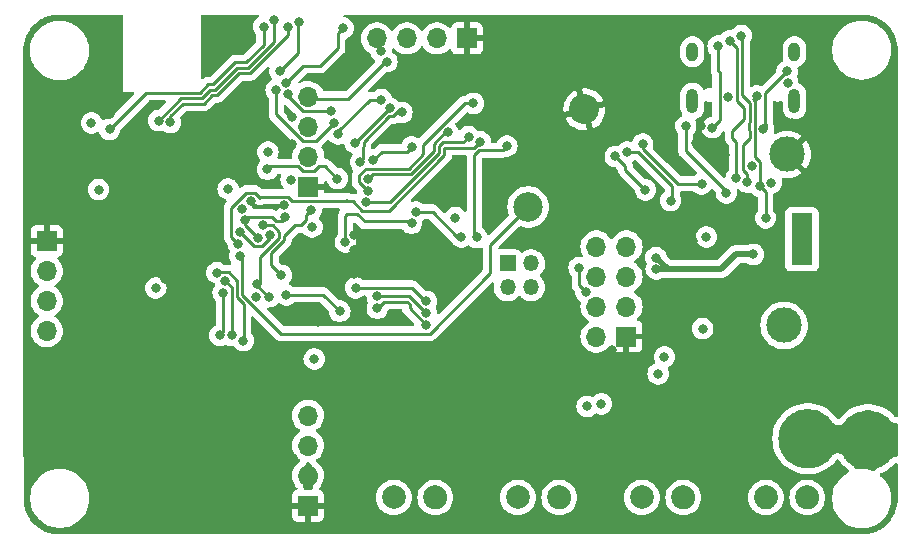
<source format=gbl>
G04 #@! TF.GenerationSoftware,KiCad,Pcbnew,8.0.4*
G04 #@! TF.CreationDate,2024-09-20T11:31:12-05:00*
G04 #@! TF.ProjectId,spudglo_driver_v8p0,73707564-676c-46f5-9f64-72697665725f,rev?*
G04 #@! TF.SameCoordinates,Original*
G04 #@! TF.FileFunction,Copper,L4,Bot*
G04 #@! TF.FilePolarity,Positive*
%FSLAX46Y46*%
G04 Gerber Fmt 4.6, Leading zero omitted, Abs format (unit mm)*
G04 Created by KiCad (PCBNEW 8.0.4) date 2024-09-20 11:31:12*
%MOMM*%
%LPD*%
G01*
G04 APERTURE LIST*
G04 #@! TA.AperFunction,ComponentPad*
%ADD10R,1.700000X1.700000*%
G04 #@! TD*
G04 #@! TA.AperFunction,ComponentPad*
%ADD11O,1.700000X1.700000*%
G04 #@! TD*
G04 #@! TA.AperFunction,ComponentPad*
%ADD12R,1.350000X1.350000*%
G04 #@! TD*
G04 #@! TA.AperFunction,ComponentPad*
%ADD13O,1.350000X1.350000*%
G04 #@! TD*
G04 #@! TA.AperFunction,ComponentPad*
%ADD14C,2.500000*%
G04 #@! TD*
G04 #@! TA.AperFunction,ComponentPad*
%ADD15C,2.540000*%
G04 #@! TD*
G04 #@! TA.AperFunction,ComponentPad*
%ADD16C,3.000000*%
G04 #@! TD*
G04 #@! TA.AperFunction,ComponentPad*
%ADD17R,1.800000X4.400000*%
G04 #@! TD*
G04 #@! TA.AperFunction,ComponentPad*
%ADD18O,1.800000X4.000000*%
G04 #@! TD*
G04 #@! TA.AperFunction,ComponentPad*
%ADD19O,4.000000X1.800000*%
G04 #@! TD*
G04 #@! TA.AperFunction,ComponentPad*
%ADD20O,1.000000X2.100000*%
G04 #@! TD*
G04 #@! TA.AperFunction,ComponentPad*
%ADD21O,1.000000X1.600000*%
G04 #@! TD*
G04 #@! TA.AperFunction,ComponentPad*
%ADD22C,2.000000*%
G04 #@! TD*
G04 #@! TA.AperFunction,ViaPad*
%ADD23C,0.800000*%
G04 #@! TD*
G04 #@! TA.AperFunction,ViaPad*
%ADD24C,4.000000*%
G04 #@! TD*
G04 #@! TA.AperFunction,ViaPad*
%ADD25C,5.000000*%
G04 #@! TD*
G04 #@! TA.AperFunction,Conductor*
%ADD26C,0.250000*%
G04 #@! TD*
G04 #@! TA.AperFunction,Conductor*
%ADD27C,0.500000*%
G04 #@! TD*
G04 APERTURE END LIST*
D10*
X92660003Y-175530003D03*
D11*
X92660003Y-172990003D03*
X92660003Y-170450003D03*
X92660003Y-167910003D03*
D10*
X92685005Y-148547503D03*
D11*
X92685005Y-146007503D03*
X92685005Y-143467503D03*
X92685005Y-140927503D03*
D10*
X106107503Y-135964996D03*
D11*
X103567503Y-135964996D03*
X101027503Y-135964996D03*
X98487503Y-135964996D03*
D10*
X70529997Y-153109997D03*
D11*
X70529997Y-155649997D03*
X70529997Y-158189997D03*
X70529997Y-160729997D03*
D12*
X109550000Y-155020000D03*
D13*
X111550000Y-155020000D03*
X109550000Y-157020000D03*
X111550000Y-157020000D03*
D11*
X117075000Y-153585000D03*
X119615000Y-153585000D03*
X117075000Y-156125000D03*
X119615000Y-156125000D03*
X117075000Y-158665000D03*
X119615000Y-158665000D03*
X117075000Y-161205000D03*
D10*
X119615000Y-161205000D03*
D14*
X111294999Y-150223223D03*
D15*
X116060000Y-141970000D03*
D16*
X132960000Y-160260000D03*
D17*
X134480000Y-152980000D03*
D18*
X140280000Y-152980000D03*
D19*
X137480000Y-148180000D03*
D20*
X133840000Y-141270001D03*
D21*
X133840000Y-137090000D03*
D20*
X125200000Y-141270001D03*
D21*
X125200000Y-137090000D03*
D22*
X134930000Y-174830000D03*
X131430000Y-174830000D03*
X127930000Y-174830000D03*
X124430000Y-174830000D03*
X120930000Y-174830000D03*
X117430000Y-174830000D03*
X113930000Y-174830000D03*
X110430000Y-174830000D03*
X106930000Y-174830000D03*
X103430000Y-174830000D03*
X99930000Y-174830000D03*
X96430000Y-174830000D03*
D16*
X133220000Y-145790000D03*
D23*
X93160000Y-139350000D03*
X72650000Y-154990000D03*
X91235003Y-147925000D03*
X79761367Y-157098466D03*
X76200000Y-134620000D03*
X76200000Y-139700000D03*
X84260000Y-137640000D03*
X84260000Y-136570000D03*
X84260000Y-135590000D03*
X84280000Y-134530000D03*
X95640000Y-135095000D03*
X91370000Y-171530000D03*
X129910001Y-158987551D03*
X93500000Y-159970000D03*
X134090000Y-166250000D03*
X130590000Y-152110000D03*
X98864292Y-137050287D03*
X69190000Y-142770000D03*
X69230000Y-141640000D03*
X74200000Y-135450000D03*
X102250000Y-149410000D03*
X113030000Y-151670000D03*
X113570000Y-149760000D03*
X124495000Y-146875000D03*
X122119592Y-154520047D03*
X122140000Y-155500000D03*
X131880000Y-148190000D03*
X133270000Y-139750000D03*
X92994658Y-151945000D03*
X126070000Y-160540000D03*
X126380000Y-152782500D03*
X106660153Y-141456274D03*
X117500000Y-166900000D03*
X105123617Y-151135897D03*
X125280000Y-152155000D03*
X125220000Y-153130000D03*
X99323641Y-137938546D03*
X118675750Y-145960569D03*
X121220000Y-148780000D03*
X102850000Y-138320000D03*
X72960000Y-146710000D03*
X128072607Y-149058901D03*
X123350000Y-149700000D03*
X119686357Y-145586357D03*
X90969506Y-134995000D03*
X89733269Y-134427933D03*
X106245628Y-144286427D03*
X120989555Y-144919555D03*
X116290000Y-167120000D03*
X118380000Y-162380000D03*
X122770000Y-166370000D03*
X115800000Y-162420000D03*
X116180000Y-157400000D03*
X115606156Y-155363844D03*
X98867384Y-141140895D03*
X95190000Y-144053547D03*
X104486885Y-143913115D03*
X128351062Y-136175000D03*
X126727500Y-151087500D03*
X131399068Y-151172999D03*
X127384369Y-136625000D03*
X130926058Y-148490001D03*
X133212951Y-138751626D03*
X101419999Y-145168816D03*
X101769999Y-150659799D03*
X105630000Y-152770000D03*
X102675000Y-159228112D03*
X98525000Y-157804085D03*
X100599799Y-142236915D03*
X99574492Y-141848003D03*
X97090000Y-146434300D03*
X96639999Y-144782497D03*
X98169999Y-146265000D03*
X95142090Y-147832114D03*
X88889522Y-134964678D03*
X101419999Y-151611396D03*
X102681170Y-158228130D03*
X93185850Y-163104150D03*
X94512405Y-162765000D03*
X80587000Y-156302222D03*
X72080000Y-143900000D03*
X74320000Y-143120000D03*
X92910000Y-150495000D03*
X94892666Y-143098771D03*
X94628258Y-142134361D03*
X97719999Y-147850948D03*
X97719999Y-148850950D03*
X97550000Y-149836397D03*
X96694999Y-157079085D03*
X90820000Y-157680000D03*
X95338499Y-159063202D03*
X95811248Y-153213732D03*
X72900000Y-160520000D03*
X91860000Y-134540000D03*
X89260000Y-145590000D03*
X89217341Y-147041210D03*
X85202666Y-161105000D03*
X87178491Y-161555000D03*
X86202669Y-161105000D03*
X85656304Y-156494003D03*
X85477669Y-157477921D03*
X90400001Y-156020000D03*
X89387294Y-157818266D03*
X90594343Y-150110664D03*
X90740000Y-151100000D03*
X102224999Y-155570513D03*
X96520000Y-155900000D03*
X96570000Y-153886396D03*
X90278969Y-138728967D03*
X89955728Y-140325000D03*
X90954646Y-140690049D03*
X80998541Y-143083489D03*
X80011418Y-142923515D03*
X91270000Y-142610000D03*
X91270000Y-144930000D03*
X122830000Y-162940000D03*
X122300000Y-164360000D03*
X80920000Y-145330000D03*
X84320000Y-148730000D03*
X122740000Y-160560000D03*
X127890000Y-146710000D03*
X96590000Y-152586396D03*
X135620000Y-162980000D03*
X128045000Y-165115000D03*
X125478615Y-144814503D03*
X87840000Y-149740000D03*
D24*
X140280000Y-145584432D03*
D23*
X73841311Y-150235000D03*
X127010000Y-145880000D03*
X77580000Y-148680000D03*
X88280797Y-157842903D03*
X127931614Y-145822507D03*
D24*
X136700000Y-143430000D03*
D23*
X133672500Y-143087500D03*
X121060000Y-150580000D03*
X125893601Y-143367586D03*
X103980000Y-149190000D03*
X128045000Y-163400000D03*
X80930000Y-152010000D03*
X75868177Y-142331823D03*
X87060000Y-150420000D03*
X74922566Y-148762566D03*
X85890000Y-148710000D03*
X128228037Y-140936968D03*
X130205480Y-146770174D03*
X87352157Y-151376373D03*
X88448719Y-152835000D03*
X128909808Y-147816927D03*
X130630002Y-140860000D03*
X125976400Y-148284735D03*
X130360000Y-154249619D03*
X131211699Y-143608926D03*
X126883489Y-143509999D03*
X86882779Y-152365204D03*
X89423380Y-152611314D03*
D25*
X140076613Y-169958879D03*
X134980000Y-169850000D03*
D23*
X75852788Y-143659457D03*
X88855000Y-151788547D03*
X88310000Y-156800000D03*
X86855728Y-154391998D03*
X84946015Y-155790090D03*
X124650000Y-143370000D03*
X129856181Y-148140000D03*
X98525000Y-158804088D03*
X129340000Y-135725000D03*
X102675000Y-160228115D03*
X106932347Y-152817653D03*
X86748618Y-153356166D03*
X109490960Y-145080071D03*
X107212879Y-144711177D03*
X90812867Y-139700149D03*
D26*
X95142090Y-147832114D02*
X94109976Y-146800000D01*
X94109976Y-146800000D02*
X93554209Y-146800000D01*
X93171706Y-147182503D02*
X92198304Y-147182503D01*
X93554209Y-146800000D02*
X93171706Y-147182503D01*
X92198304Y-147182503D02*
X91815801Y-146800000D01*
X91815801Y-146800000D02*
X89458551Y-146800000D01*
X89458551Y-146800000D02*
X89217341Y-147041210D01*
X107212879Y-144711177D02*
X106718841Y-145205215D01*
X106718841Y-145205215D02*
X104234785Y-145205215D01*
X96438298Y-149750000D02*
X96010000Y-149750000D01*
X91282503Y-149722503D02*
X90945664Y-149385664D01*
X104234785Y-145205215D02*
X104200000Y-145240000D01*
X97258298Y-150570000D02*
X96438298Y-149750000D01*
X104200000Y-145240000D02*
X104200000Y-145870000D01*
X86157779Y-152765327D02*
X86748618Y-153356166D01*
X95837497Y-149722503D02*
X91282503Y-149722503D01*
X86157779Y-150296916D02*
X86157779Y-152765327D01*
X104200000Y-145870000D02*
X99500000Y-150570000D01*
X99500000Y-150570000D02*
X97258298Y-150570000D01*
X96010000Y-149750000D02*
X95910000Y-149650000D01*
X90945664Y-149385664D02*
X88619031Y-149385664D01*
X95910000Y-149650000D02*
X95837497Y-149722503D01*
X88619031Y-149385664D02*
X88565000Y-149439695D01*
X88140305Y-149015000D02*
X87439695Y-149015000D01*
X88565000Y-149439695D02*
X88140305Y-149015000D01*
X87439695Y-149015000D02*
X86157779Y-150296916D01*
X94628258Y-142134361D02*
X92230162Y-142134361D01*
X90954646Y-140858845D02*
X90954646Y-140690049D01*
X92230162Y-142134361D02*
X90954646Y-140858845D01*
X94892666Y-143098771D02*
X93348934Y-144642503D01*
X93348934Y-144642503D02*
X92192503Y-144642503D01*
X89955728Y-142405728D02*
X89955728Y-140325000D01*
X99323641Y-137938546D02*
X99211454Y-137938546D01*
X99211454Y-137938546D02*
X96080000Y-141070000D01*
X96080000Y-141070000D02*
X92827502Y-141070000D01*
X92827502Y-141070000D02*
X92775002Y-141017500D01*
X88889522Y-134964678D02*
X88889522Y-136517686D01*
X86437208Y-138000956D02*
X84573172Y-139864992D01*
X78932245Y-140580000D02*
X75852788Y-143659457D01*
X88889522Y-136517686D02*
X87406252Y-138000956D01*
X87406252Y-138000956D02*
X86437208Y-138000956D01*
X84184263Y-139864992D02*
X83469255Y-140580000D01*
X84573172Y-139864992D02*
X84184263Y-139864992D01*
X83469255Y-140580000D02*
X78932245Y-140580000D01*
X89733269Y-134427933D02*
X89733269Y-136310335D01*
X89733269Y-136310335D02*
X87592648Y-138450956D01*
X87592648Y-138450956D02*
X86623604Y-138450956D01*
X86623604Y-138450956D02*
X84759568Y-140314992D01*
X84759568Y-140314992D02*
X84370659Y-140314992D01*
X81904933Y-141030000D02*
X80011418Y-142923515D01*
X84370659Y-140314992D02*
X83655651Y-141030000D01*
X83655651Y-141030000D02*
X81904933Y-141030000D01*
X90969506Y-134995000D02*
X90969506Y-135710494D01*
X90969506Y-135710494D02*
X87779044Y-138900956D01*
X87779044Y-138900956D02*
X86810000Y-138900956D01*
X84945964Y-140764992D02*
X84557055Y-140764992D01*
X86810000Y-138900956D02*
X84945964Y-140764992D01*
X82091329Y-141480000D02*
X80998541Y-142572788D01*
X84557055Y-140764992D02*
X83842047Y-141480000D01*
X83842047Y-141480000D02*
X82091329Y-141480000D01*
X80998541Y-142572788D02*
X80998541Y-143083489D01*
X106660153Y-141456274D02*
X105918421Y-141456274D01*
X105918421Y-141456274D02*
X102380406Y-144994289D01*
X97555642Y-146990000D02*
X96994999Y-147550643D01*
X96994999Y-148151253D02*
X97694696Y-148850950D01*
X102380406Y-144994289D02*
X102380406Y-145780406D01*
X102380406Y-145780406D02*
X101170812Y-146990000D01*
X101170812Y-146990000D02*
X97555642Y-146990000D01*
X96994999Y-147550643D02*
X96994999Y-148151253D01*
X97694696Y-148850950D02*
X97719999Y-148850950D01*
X116180000Y-157400000D02*
X115606156Y-156826156D01*
X115606156Y-156826156D02*
X115606156Y-155363844D01*
X90812867Y-139700149D02*
X92243016Y-138270000D01*
X92243016Y-138270000D02*
X93711349Y-138270000D01*
X95185989Y-135549011D02*
X95640000Y-135095000D01*
X93711349Y-138270000D02*
X95185989Y-136795360D01*
X95185989Y-136795360D02*
X95185989Y-135549011D01*
X91840000Y-134560000D02*
X91860000Y-134540000D01*
X91840000Y-137167936D02*
X91840000Y-134560000D01*
X90278969Y-138728967D02*
X91840000Y-137167936D01*
X96639999Y-144782497D02*
X99574492Y-141848004D01*
X99574492Y-141848004D02*
X99574492Y-141848003D01*
X97090000Y-146434300D02*
X97311948Y-146212352D01*
X100299492Y-142148308D02*
X100511192Y-142148308D01*
X100511192Y-142148308D02*
X100599799Y-142236915D01*
X99874797Y-142573003D02*
X100299492Y-142148308D01*
X97311948Y-146212352D02*
X97311948Y-145135853D01*
X97364999Y-144693893D02*
X99485889Y-142573003D01*
X99485889Y-142573003D02*
X99874797Y-142573003D01*
X97311948Y-145135853D02*
X97364999Y-145082802D01*
X97364999Y-145082802D02*
X97364999Y-144693893D01*
X98891948Y-145543051D02*
X101045764Y-145543051D01*
X101045764Y-145543051D02*
X101419999Y-145168816D01*
X98169999Y-146265000D02*
X98891948Y-145543051D01*
X95190000Y-144053547D02*
X95190000Y-143840000D01*
X97889105Y-141140895D02*
X98867384Y-141140895D01*
X95190000Y-143840000D02*
X97889105Y-141140895D01*
X85202666Y-161105000D02*
X85477669Y-160829997D01*
X85477669Y-160829997D02*
X85477669Y-157477921D01*
X86652669Y-157876476D02*
X86652669Y-156465063D01*
X84967102Y-155769003D02*
X84946015Y-155790090D01*
X87192670Y-161540821D02*
X87192670Y-158416477D01*
X86652669Y-156465063D02*
X85956609Y-155769003D01*
X87178491Y-161555000D02*
X87192670Y-161540821D01*
X87192670Y-158416477D02*
X86652669Y-157876476D01*
X85956609Y-155769003D02*
X84967102Y-155769003D01*
X86202669Y-161105000D02*
X86202669Y-157040368D01*
X86202669Y-157040368D02*
X85656304Y-156494003D01*
X124650000Y-145494893D02*
X128072607Y-148917500D01*
X124650000Y-143370000D02*
X124650000Y-145494893D01*
X128072607Y-148917500D02*
X128072607Y-149058901D01*
X120989555Y-145304860D02*
X120989555Y-144919555D01*
X125976400Y-148284735D02*
X123969430Y-148284735D01*
X123969430Y-148284735D02*
X120989555Y-145304860D01*
X121220000Y-148780000D02*
X119524229Y-147084229D01*
X119524229Y-147084229D02*
X119524229Y-146809048D01*
X119524229Y-146809048D02*
X118675750Y-145960569D01*
D27*
X123410000Y-155500000D02*
X122140000Y-155500000D01*
X127605326Y-155500000D02*
X123410000Y-155500000D01*
X123410000Y-155500000D02*
X123099545Y-155500000D01*
X123099545Y-155500000D02*
X122119592Y-154520047D01*
D26*
X127503037Y-142890451D02*
X126883489Y-143509999D01*
X127503037Y-138831193D02*
X127503037Y-142890451D01*
X127384369Y-138712525D02*
X127503037Y-138831193D01*
X127384369Y-136625000D02*
X127384369Y-138712525D01*
X128351062Y-136175000D02*
X128953037Y-136776975D01*
X129586699Y-142816147D02*
X128586699Y-143816147D01*
X128953037Y-136776975D02*
X128953037Y-141237273D01*
X128953037Y-141237273D02*
X129586699Y-141870935D01*
X128586699Y-143816147D02*
X128586699Y-144416757D01*
X128586699Y-144416757D02*
X128909808Y-144739866D01*
X129586699Y-141870935D02*
X129586699Y-142816147D01*
X128909808Y-144739866D02*
X128909808Y-147816927D01*
X131390000Y-143220002D02*
X131390000Y-143430625D01*
X133212951Y-138751626D02*
X131355002Y-140609575D01*
X131355002Y-140609575D02*
X131355002Y-143185004D01*
X131355002Y-143185004D02*
X131390000Y-143220002D01*
X131390000Y-143430625D02*
X131211699Y-143608926D01*
X130926058Y-148490001D02*
X131399068Y-148963011D01*
X130486699Y-141237267D02*
X130369717Y-141120285D01*
X130930481Y-147070480D02*
X130930481Y-146469870D01*
X130926058Y-148490001D02*
X130926058Y-147074903D01*
X130926058Y-147074903D02*
X130930481Y-147070480D01*
X130930481Y-146469870D02*
X130486699Y-146026088D01*
X130486699Y-146026088D02*
X130486699Y-141237267D01*
X130369717Y-141120285D02*
X130630002Y-140860000D01*
X131399068Y-148963011D02*
X131399068Y-151172999D01*
X104254093Y-143913115D02*
X103300000Y-144867208D01*
X101357208Y-147440000D02*
X98130947Y-147440000D01*
X104486885Y-143913115D02*
X104254093Y-143913115D01*
X103300000Y-144867208D02*
X103300000Y-145497208D01*
X103300000Y-145497208D02*
X101357208Y-147440000D01*
X98130947Y-147440000D02*
X97719999Y-147850948D01*
X106245628Y-144286427D02*
X105776840Y-144755215D01*
X105776840Y-144755215D02*
X104048389Y-144755215D01*
X104048389Y-144755215D02*
X103750000Y-145053604D01*
X103750000Y-145053604D02*
X103750000Y-145683604D01*
X103750000Y-145683604D02*
X99597207Y-149836397D01*
X99597207Y-149836397D02*
X97550000Y-149836397D01*
X111294999Y-150223223D02*
X108076777Y-153441445D01*
X108076777Y-153441445D02*
X108076777Y-155851643D01*
X108076777Y-155851643D02*
X102975305Y-160953115D01*
X90365704Y-160953115D02*
X87102669Y-157690080D01*
X102975305Y-160953115D02*
X90365704Y-160953115D01*
X87102669Y-157690080D02*
X87102669Y-154638939D01*
X87102669Y-154638939D02*
X86855728Y-154391998D01*
X105630000Y-152770000D02*
X105310000Y-152770000D01*
X105310000Y-152770000D02*
X103199799Y-150659799D01*
X103199799Y-150659799D02*
X101769999Y-150659799D01*
X128140000Y-148991508D02*
X128140000Y-148990000D01*
X128072607Y-149058901D02*
X128140000Y-148991508D01*
X119686357Y-145586357D02*
X120634656Y-145586357D01*
X120634656Y-145586357D02*
X123480000Y-148431701D01*
X123480000Y-148431701D02*
X123480000Y-149570000D01*
X123480000Y-149570000D02*
X123370000Y-149680000D01*
X92039391Y-151782198D02*
X91547802Y-151782198D01*
X90640000Y-153056396D02*
X89550000Y-154146396D01*
X92910000Y-150495000D02*
X92464086Y-150940914D01*
X89550000Y-155169999D02*
X90400001Y-156020000D01*
X92464086Y-150940914D02*
X92464086Y-151357503D01*
X92464086Y-151357503D02*
X92039391Y-151782198D01*
X91547802Y-151782198D02*
X90640000Y-152690000D01*
X90640000Y-152690000D02*
X90640000Y-153056396D01*
X89550000Y-154146396D02*
X89550000Y-155169999D01*
X101419999Y-151611396D02*
X101268603Y-151460000D01*
X101268603Y-151460000D02*
X97451553Y-151460000D01*
X97451553Y-151460000D02*
X96836553Y-150845000D01*
X95986091Y-150845000D02*
X95811248Y-151019843D01*
X96836553Y-150845000D02*
X95986091Y-150845000D01*
X95811248Y-151019843D02*
X95811248Y-153213732D01*
X102675000Y-159228112D02*
X102655847Y-159228112D01*
X102655847Y-159228112D02*
X101231820Y-157804085D01*
X101231820Y-157804085D02*
X98525000Y-157804085D01*
X102681170Y-158228130D02*
X102592825Y-158228130D01*
X102592825Y-158228130D02*
X101443780Y-157079085D01*
X101443780Y-157079085D02*
X96694999Y-157079085D01*
X89387294Y-157818266D02*
X89281465Y-157818266D01*
X89281465Y-157818266D02*
X88310000Y-156846801D01*
X88310000Y-156846801D02*
X88310000Y-156800000D01*
X89654440Y-151788547D02*
X90112946Y-152247054D01*
X90112946Y-152247054D02*
X90190000Y-152324107D01*
X87352157Y-151376373D02*
X87664983Y-151063547D01*
X90420000Y-151420000D02*
X90740000Y-151100000D01*
X87664983Y-151063547D02*
X89565836Y-151063547D01*
X89565836Y-151063547D02*
X89922289Y-151420000D01*
X89922289Y-151420000D02*
X90420000Y-151420000D01*
X88855000Y-151788547D02*
X89654440Y-151788547D01*
X88450000Y-156660000D02*
X88310000Y-156800000D01*
X90190000Y-152324107D02*
X90190000Y-152870000D01*
X88570000Y-156660000D02*
X88450000Y-156660000D01*
X90190000Y-152870000D02*
X88570000Y-154490000D01*
X88570000Y-154490000D02*
X88570000Y-156660000D01*
X88749025Y-153560000D02*
X88077575Y-153560000D01*
X89423380Y-152611314D02*
X89423380Y-152885645D01*
X89423380Y-152885645D02*
X88749025Y-153560000D01*
X88077575Y-153560000D02*
X86882779Y-152365204D01*
X88448719Y-152835000D02*
X87352157Y-151738438D01*
X87352157Y-151738438D02*
X87352157Y-151376373D01*
X95338499Y-159063202D02*
X93955297Y-157680000D01*
X93955297Y-157680000D02*
X90820000Y-157680000D01*
D27*
X130360000Y-154249619D02*
X128855707Y-154249619D01*
X128855707Y-154249619D02*
X127605326Y-155500000D01*
D26*
X129856181Y-147446180D02*
X129856181Y-148140000D01*
X129480481Y-147070480D02*
X129856181Y-147446180D01*
X129480481Y-144972975D02*
X129480481Y-147070480D01*
X98550302Y-158804088D02*
X98525000Y-158804088D01*
X130036699Y-144416757D02*
X129480481Y-144972975D01*
X130036699Y-143816147D02*
X130036699Y-144416757D01*
X99100305Y-158254085D02*
X98550302Y-158804088D01*
X101045424Y-158254085D02*
X99100305Y-158254085D01*
X129950000Y-143729448D02*
X130036699Y-143816147D01*
X129950000Y-143089242D02*
X129950000Y-143729448D01*
X130036699Y-143002543D02*
X129950000Y-143089242D01*
X130036699Y-141423662D02*
X130036699Y-143002543D01*
X129403037Y-140790000D02*
X130036699Y-141423662D01*
X129403037Y-135788037D02*
X129403037Y-140790000D01*
X129340000Y-135725000D02*
X129403037Y-135788037D01*
X101250670Y-158459331D02*
X101045424Y-158254085D01*
X101250670Y-158829087D02*
X101250670Y-158459331D01*
X102649698Y-160228115D02*
X101250670Y-158829087D01*
X102675000Y-160228115D02*
X102649698Y-160228115D01*
X106932347Y-152817653D02*
X106720000Y-152605306D01*
X106720000Y-152605306D02*
X106720000Y-145840000D01*
X106720000Y-145840000D02*
X107123823Y-145436177D01*
X107123823Y-145436177D02*
X109134854Y-145436177D01*
X109134854Y-145436177D02*
X109490960Y-145080071D01*
X92192503Y-144642503D02*
X89955728Y-142405728D01*
G04 #@! TA.AperFunction,Conductor*
G36*
X103576413Y-173843445D02*
G01*
X103595623Y-173846488D01*
X103728939Y-173878494D01*
X103747434Y-173884504D01*
X103802168Y-173907175D01*
X103874099Y-173936970D01*
X103891433Y-173945802D01*
X104008331Y-174017437D01*
X104024064Y-174028867D01*
X104024525Y-174029261D01*
X104024527Y-174029262D01*
X104128330Y-174117918D01*
X104142077Y-174131665D01*
X104147840Y-174138413D01*
X104166930Y-174160764D01*
X104231123Y-174235924D01*
X104242561Y-174251666D01*
X104314194Y-174368561D01*
X104323027Y-174385898D01*
X104375489Y-174512554D01*
X104375490Y-174512555D01*
X104381503Y-174531061D01*
X104413509Y-174664375D01*
X104416553Y-174683592D01*
X104427311Y-174820269D01*
X104427311Y-174839729D01*
X104416553Y-174976406D01*
X104413509Y-174995623D01*
X104381504Y-175128935D01*
X104375492Y-175147439D01*
X104325750Y-175267532D01*
X104325742Y-175267550D01*
X104323022Y-175274114D01*
X104314195Y-175291435D01*
X104242561Y-175408331D01*
X104231124Y-175424073D01*
X104142083Y-175528325D01*
X104128325Y-175542083D01*
X104024073Y-175631124D01*
X104008331Y-175642561D01*
X103891439Y-175714193D01*
X103874101Y-175723027D01*
X103747440Y-175775491D01*
X103728935Y-175781504D01*
X103595623Y-175813509D01*
X103576406Y-175816553D01*
X103439729Y-175827311D01*
X103420269Y-175827311D01*
X103283592Y-175816553D01*
X103264375Y-175813509D01*
X103131060Y-175781503D01*
X103112555Y-175775490D01*
X102985901Y-175723029D01*
X102968563Y-175714195D01*
X102851668Y-175642561D01*
X102835935Y-175631131D01*
X102832731Y-175628395D01*
X102832722Y-175628388D01*
X102731673Y-175542083D01*
X102717915Y-175528325D01*
X102643103Y-175440732D01*
X102643086Y-175440713D01*
X102628874Y-175424072D01*
X102617440Y-175408335D01*
X102545805Y-175291438D01*
X102536971Y-175274101D01*
X102527040Y-175250127D01*
X102484505Y-175147436D01*
X102478496Y-175128944D01*
X102446488Y-174995619D01*
X102443445Y-174976407D01*
X102443445Y-174976406D01*
X102432687Y-174839718D01*
X102432687Y-174820279D01*
X102443445Y-174683583D01*
X102446489Y-174664375D01*
X102478497Y-174531049D01*
X102484503Y-174512564D01*
X102536972Y-174385892D01*
X102545805Y-174368559D01*
X102617437Y-174251666D01*
X102628874Y-174235924D01*
X102717918Y-174131667D01*
X102731667Y-174117918D01*
X102835928Y-174028871D01*
X102851666Y-174017437D01*
X102920199Y-173975440D01*
X102968562Y-173945803D01*
X102985892Y-173936972D01*
X103112564Y-173884503D01*
X103131049Y-173878497D01*
X103264379Y-173846487D01*
X103283583Y-173843445D01*
X103420279Y-173832687D01*
X103439719Y-173832687D01*
X103576413Y-173843445D01*
G37*
G04 #@! TD.AperFunction*
G04 #@! TA.AperFunction,Conductor*
G36*
X114076413Y-173843445D02*
G01*
X114095623Y-173846488D01*
X114228939Y-173878494D01*
X114247434Y-173884504D01*
X114302168Y-173907175D01*
X114374099Y-173936970D01*
X114391433Y-173945802D01*
X114508331Y-174017437D01*
X114524064Y-174028867D01*
X114524525Y-174029261D01*
X114524527Y-174029262D01*
X114628330Y-174117918D01*
X114642077Y-174131665D01*
X114647840Y-174138413D01*
X114666930Y-174160764D01*
X114731123Y-174235924D01*
X114742561Y-174251666D01*
X114814194Y-174368561D01*
X114823027Y-174385898D01*
X114875489Y-174512554D01*
X114875490Y-174512555D01*
X114881503Y-174531061D01*
X114913509Y-174664375D01*
X114916553Y-174683592D01*
X114927311Y-174820269D01*
X114927311Y-174839729D01*
X114916553Y-174976406D01*
X114913509Y-174995623D01*
X114881504Y-175128935D01*
X114875492Y-175147439D01*
X114825750Y-175267532D01*
X114825742Y-175267550D01*
X114823022Y-175274114D01*
X114814195Y-175291435D01*
X114742561Y-175408331D01*
X114731124Y-175424073D01*
X114642083Y-175528325D01*
X114628325Y-175542083D01*
X114524073Y-175631124D01*
X114508331Y-175642561D01*
X114391439Y-175714193D01*
X114374101Y-175723027D01*
X114247440Y-175775491D01*
X114228935Y-175781504D01*
X114095623Y-175813509D01*
X114076406Y-175816553D01*
X113939729Y-175827311D01*
X113920269Y-175827311D01*
X113783592Y-175816553D01*
X113764375Y-175813509D01*
X113631060Y-175781503D01*
X113612555Y-175775490D01*
X113485901Y-175723029D01*
X113468563Y-175714195D01*
X113351668Y-175642561D01*
X113335935Y-175631131D01*
X113332731Y-175628395D01*
X113332722Y-175628388D01*
X113231673Y-175542083D01*
X113217915Y-175528325D01*
X113143103Y-175440732D01*
X113143086Y-175440713D01*
X113128874Y-175424072D01*
X113117440Y-175408335D01*
X113045805Y-175291438D01*
X113036971Y-175274101D01*
X113027040Y-175250127D01*
X112984505Y-175147436D01*
X112978496Y-175128944D01*
X112946488Y-174995619D01*
X112943445Y-174976407D01*
X112943445Y-174976406D01*
X112932687Y-174839718D01*
X112932687Y-174820279D01*
X112943445Y-174683583D01*
X112946489Y-174664375D01*
X112978497Y-174531049D01*
X112984503Y-174512564D01*
X113036972Y-174385892D01*
X113045805Y-174368559D01*
X113117437Y-174251666D01*
X113128874Y-174235924D01*
X113217918Y-174131667D01*
X113231667Y-174117918D01*
X113335928Y-174028871D01*
X113351666Y-174017437D01*
X113420199Y-173975440D01*
X113468562Y-173945803D01*
X113485892Y-173936972D01*
X113612564Y-173884503D01*
X113631049Y-173878497D01*
X113764379Y-173846487D01*
X113783583Y-173843445D01*
X113920279Y-173832687D01*
X113939719Y-173832687D01*
X114076413Y-173843445D01*
G37*
G04 #@! TD.AperFunction*
G04 #@! TA.AperFunction,Conductor*
G36*
X124576413Y-173843445D02*
G01*
X124595623Y-173846488D01*
X124728939Y-173878494D01*
X124747434Y-173884504D01*
X124802168Y-173907175D01*
X124874099Y-173936970D01*
X124891433Y-173945802D01*
X125008331Y-174017437D01*
X125024064Y-174028867D01*
X125024525Y-174029261D01*
X125024527Y-174029262D01*
X125128330Y-174117918D01*
X125142077Y-174131665D01*
X125147840Y-174138413D01*
X125166930Y-174160764D01*
X125231123Y-174235924D01*
X125242561Y-174251666D01*
X125314194Y-174368561D01*
X125323027Y-174385898D01*
X125375489Y-174512554D01*
X125375490Y-174512555D01*
X125381503Y-174531061D01*
X125413509Y-174664375D01*
X125416553Y-174683592D01*
X125427311Y-174820269D01*
X125427311Y-174839729D01*
X125416553Y-174976406D01*
X125413509Y-174995623D01*
X125381504Y-175128935D01*
X125375492Y-175147439D01*
X125325750Y-175267532D01*
X125325742Y-175267550D01*
X125323022Y-175274114D01*
X125314195Y-175291435D01*
X125242561Y-175408331D01*
X125231124Y-175424073D01*
X125142083Y-175528325D01*
X125128325Y-175542083D01*
X125024073Y-175631124D01*
X125008331Y-175642561D01*
X124891439Y-175714193D01*
X124874101Y-175723027D01*
X124747440Y-175775491D01*
X124728935Y-175781504D01*
X124595623Y-175813509D01*
X124576406Y-175816553D01*
X124439729Y-175827311D01*
X124420269Y-175827311D01*
X124283592Y-175816553D01*
X124264375Y-175813509D01*
X124131060Y-175781503D01*
X124112555Y-175775490D01*
X123985901Y-175723029D01*
X123968563Y-175714195D01*
X123851668Y-175642561D01*
X123835935Y-175631131D01*
X123832731Y-175628395D01*
X123832722Y-175628388D01*
X123731673Y-175542083D01*
X123717915Y-175528325D01*
X123643103Y-175440732D01*
X123643086Y-175440713D01*
X123628874Y-175424072D01*
X123617440Y-175408335D01*
X123545805Y-175291438D01*
X123536971Y-175274101D01*
X123527040Y-175250127D01*
X123484505Y-175147436D01*
X123478496Y-175128944D01*
X123446488Y-174995619D01*
X123443445Y-174976407D01*
X123443445Y-174976406D01*
X123432687Y-174839718D01*
X123432687Y-174820279D01*
X123443445Y-174683583D01*
X123446489Y-174664375D01*
X123478497Y-174531049D01*
X123484503Y-174512564D01*
X123536972Y-174385892D01*
X123545805Y-174368559D01*
X123617437Y-174251666D01*
X123628874Y-174235924D01*
X123717918Y-174131667D01*
X123731667Y-174117918D01*
X123835928Y-174028871D01*
X123851666Y-174017437D01*
X123920199Y-173975440D01*
X123968562Y-173945803D01*
X123985892Y-173936972D01*
X124112564Y-173884503D01*
X124131049Y-173878497D01*
X124264379Y-173846487D01*
X124283583Y-173843445D01*
X124420279Y-173832687D01*
X124439719Y-173832687D01*
X124576413Y-173843445D01*
G37*
G04 #@! TD.AperFunction*
G04 #@! TA.AperFunction,Conductor*
G36*
X131576413Y-173843445D02*
G01*
X131595623Y-173846488D01*
X131728939Y-173878494D01*
X131747434Y-173884504D01*
X131802168Y-173907175D01*
X131874099Y-173936970D01*
X131891433Y-173945802D01*
X132008331Y-174017437D01*
X132024064Y-174028867D01*
X132024525Y-174029261D01*
X132024527Y-174029262D01*
X132128330Y-174117918D01*
X132142077Y-174131665D01*
X132147840Y-174138413D01*
X132166930Y-174160764D01*
X132231123Y-174235924D01*
X132242561Y-174251666D01*
X132314194Y-174368561D01*
X132323027Y-174385898D01*
X132375489Y-174512554D01*
X132375490Y-174512555D01*
X132381503Y-174531061D01*
X132413509Y-174664375D01*
X132416553Y-174683592D01*
X132427311Y-174820269D01*
X132427311Y-174839729D01*
X132416553Y-174976406D01*
X132413509Y-174995623D01*
X132381504Y-175128935D01*
X132375492Y-175147439D01*
X132325750Y-175267532D01*
X132325742Y-175267550D01*
X132323022Y-175274114D01*
X132314195Y-175291435D01*
X132242561Y-175408331D01*
X132231124Y-175424073D01*
X132142083Y-175528325D01*
X132128325Y-175542083D01*
X132024073Y-175631124D01*
X132008331Y-175642561D01*
X131891439Y-175714193D01*
X131874101Y-175723027D01*
X131747440Y-175775491D01*
X131728935Y-175781504D01*
X131595623Y-175813509D01*
X131576406Y-175816553D01*
X131439729Y-175827311D01*
X131420269Y-175827311D01*
X131283592Y-175816553D01*
X131264375Y-175813509D01*
X131131060Y-175781503D01*
X131112555Y-175775490D01*
X130985901Y-175723029D01*
X130968563Y-175714195D01*
X130851668Y-175642561D01*
X130835935Y-175631131D01*
X130832731Y-175628395D01*
X130832722Y-175628388D01*
X130731673Y-175542083D01*
X130717915Y-175528325D01*
X130643103Y-175440732D01*
X130643086Y-175440713D01*
X130628874Y-175424072D01*
X130617440Y-175408335D01*
X130545805Y-175291438D01*
X130536971Y-175274101D01*
X130527040Y-175250127D01*
X130484505Y-175147436D01*
X130478496Y-175128944D01*
X130446488Y-174995619D01*
X130443445Y-174976407D01*
X130443445Y-174976406D01*
X130432687Y-174839718D01*
X130432687Y-174820279D01*
X130443445Y-174683583D01*
X130446489Y-174664375D01*
X130478497Y-174531049D01*
X130484503Y-174512564D01*
X130536972Y-174385892D01*
X130545805Y-174368559D01*
X130617437Y-174251666D01*
X130628874Y-174235924D01*
X130717918Y-174131667D01*
X130731667Y-174117918D01*
X130835928Y-174028871D01*
X130851666Y-174017437D01*
X130920199Y-173975440D01*
X130968562Y-173945803D01*
X130985892Y-173936972D01*
X131112564Y-173884503D01*
X131131049Y-173878497D01*
X131264379Y-173846487D01*
X131283583Y-173843445D01*
X131420279Y-173832687D01*
X131439719Y-173832687D01*
X131576413Y-173843445D01*
G37*
G04 #@! TD.AperFunction*
G04 #@! TA.AperFunction,Conductor*
G36*
X135076413Y-173843445D02*
G01*
X135095623Y-173846488D01*
X135228939Y-173878494D01*
X135247434Y-173884504D01*
X135302168Y-173907175D01*
X135374099Y-173936970D01*
X135391433Y-173945802D01*
X135508331Y-174017437D01*
X135524064Y-174028867D01*
X135524525Y-174029261D01*
X135524527Y-174029262D01*
X135628330Y-174117918D01*
X135642077Y-174131665D01*
X135647840Y-174138413D01*
X135666930Y-174160764D01*
X135731123Y-174235924D01*
X135742561Y-174251666D01*
X135814194Y-174368561D01*
X135823027Y-174385898D01*
X135875489Y-174512554D01*
X135875490Y-174512555D01*
X135881503Y-174531061D01*
X135913509Y-174664375D01*
X135916553Y-174683592D01*
X135927311Y-174820269D01*
X135927311Y-174839729D01*
X135916553Y-174976406D01*
X135913509Y-174995623D01*
X135881504Y-175128935D01*
X135875492Y-175147439D01*
X135825750Y-175267532D01*
X135825742Y-175267550D01*
X135823022Y-175274114D01*
X135814195Y-175291435D01*
X135742561Y-175408331D01*
X135731124Y-175424073D01*
X135642083Y-175528325D01*
X135628325Y-175542083D01*
X135524073Y-175631124D01*
X135508331Y-175642561D01*
X135391439Y-175714193D01*
X135374101Y-175723027D01*
X135247440Y-175775491D01*
X135228935Y-175781504D01*
X135095623Y-175813509D01*
X135076406Y-175816553D01*
X134939729Y-175827311D01*
X134920269Y-175827311D01*
X134783592Y-175816553D01*
X134764375Y-175813509D01*
X134631060Y-175781503D01*
X134612555Y-175775490D01*
X134485901Y-175723029D01*
X134468563Y-175714195D01*
X134351668Y-175642561D01*
X134335935Y-175631131D01*
X134332731Y-175628395D01*
X134332722Y-175628388D01*
X134231673Y-175542083D01*
X134217915Y-175528325D01*
X134143103Y-175440732D01*
X134143086Y-175440713D01*
X134128874Y-175424072D01*
X134117440Y-175408335D01*
X134045805Y-175291438D01*
X134036971Y-175274101D01*
X134027040Y-175250127D01*
X133984505Y-175147436D01*
X133978496Y-175128944D01*
X133946488Y-174995619D01*
X133943445Y-174976407D01*
X133943445Y-174976406D01*
X133932687Y-174839718D01*
X133932687Y-174820279D01*
X133943445Y-174683583D01*
X133946489Y-174664375D01*
X133978497Y-174531049D01*
X133984503Y-174512564D01*
X134036972Y-174385892D01*
X134045805Y-174368559D01*
X134117437Y-174251666D01*
X134128874Y-174235924D01*
X134217918Y-174131667D01*
X134231667Y-174117918D01*
X134335928Y-174028871D01*
X134351666Y-174017437D01*
X134420199Y-173975440D01*
X134468562Y-173945803D01*
X134485892Y-173936972D01*
X134612564Y-173884503D01*
X134631049Y-173878497D01*
X134764379Y-173846487D01*
X134783583Y-173843445D01*
X134920279Y-173832687D01*
X134939719Y-173832687D01*
X135076413Y-173843445D01*
G37*
G04 #@! TD.AperFunction*
G04 #@! TA.AperFunction,Conductor*
G36*
X92768343Y-171828188D02*
G01*
X92814098Y-171880992D01*
X92817322Y-171888732D01*
X92818130Y-171890873D01*
X92818132Y-171890880D01*
X92869724Y-172027628D01*
X92869725Y-172027629D01*
X92869725Y-172027630D01*
X92957752Y-172144304D01*
X93007344Y-172193523D01*
X93007347Y-172193526D01*
X93117420Y-172275280D01*
X93119647Y-172276973D01*
X93226160Y-172359876D01*
X93241226Y-172373745D01*
X93322150Y-172461650D01*
X93334725Y-172477806D01*
X93400086Y-172577847D01*
X93409832Y-172595857D01*
X93457828Y-172705277D01*
X93464477Y-172724646D01*
X93479373Y-172783467D01*
X93479375Y-172783478D01*
X93493813Y-172840496D01*
X93497183Y-172860693D01*
X93507050Y-172979761D01*
X93507050Y-173000243D01*
X93497182Y-173119316D01*
X93493812Y-173139515D01*
X93464477Y-173255359D01*
X93457827Y-173274728D01*
X93409834Y-173384143D01*
X93400087Y-173402156D01*
X93334732Y-173502189D01*
X93322153Y-173518350D01*
X93206499Y-173643982D01*
X93166928Y-173692618D01*
X93149344Y-173717149D01*
X93149334Y-173717164D01*
X93116007Y-173770221D01*
X93116006Y-173770223D01*
X93116005Y-173770225D01*
X93094772Y-173827153D01*
X93064925Y-173907175D01*
X93050075Y-173975442D01*
X93049839Y-173977634D01*
X93049760Y-173979861D01*
X93044289Y-174056350D01*
X93019872Y-174121814D01*
X92963938Y-174163685D01*
X92920605Y-174171503D01*
X92398983Y-174171503D01*
X92331944Y-174151818D01*
X92286189Y-174099014D01*
X92275039Y-174051232D01*
X92272478Y-173966091D01*
X92227103Y-173827155D01*
X92196181Y-173764502D01*
X92113502Y-173643979D01*
X91997851Y-173518349D01*
X91985272Y-173502187D01*
X91966728Y-173473803D01*
X91966723Y-173473796D01*
X91919921Y-173402161D01*
X91910173Y-173384149D01*
X91862176Y-173274727D01*
X91855527Y-173255361D01*
X91826189Y-173139509D01*
X91822821Y-173119322D01*
X91812954Y-173000236D01*
X91812954Y-172979763D01*
X91822821Y-172860679D01*
X91826189Y-172840496D01*
X91855528Y-172724638D01*
X91862176Y-172705276D01*
X91910171Y-172595858D01*
X91919919Y-172577846D01*
X91955465Y-172523440D01*
X91985281Y-172477803D01*
X91997854Y-172461650D01*
X92078778Y-172373743D01*
X92093843Y-172359876D01*
X92195109Y-172281056D01*
X92200695Y-172276956D01*
X92287205Y-172217134D01*
X92327732Y-172182017D01*
X92403689Y-172100125D01*
X92473254Y-171971584D01*
X92497425Y-171906029D01*
X92501224Y-171895727D01*
X92503615Y-171896608D01*
X92527751Y-171848173D01*
X92587775Y-171812411D01*
X92618660Y-171808503D01*
X92701304Y-171808503D01*
X92768343Y-171828188D01*
G37*
G04 #@! TD.AperFunction*
G04 #@! TA.AperFunction,Conductor*
G36*
X142106146Y-171475413D02*
G01*
X142104213Y-171476459D01*
X142102656Y-171477452D01*
X141988256Y-171568402D01*
X141988252Y-171568405D01*
X141796647Y-171771494D01*
X141786159Y-171781389D01*
X141574579Y-171958927D01*
X141563012Y-171967539D01*
X141332259Y-172119307D01*
X141319771Y-172126516D01*
X141072969Y-172250465D01*
X141059733Y-172256175D01*
X141016769Y-172271813D01*
X140970409Y-172288687D01*
X140876800Y-172333963D01*
X140834258Y-172360159D01*
X140834257Y-172360160D01*
X140751676Y-172423378D01*
X140751670Y-172423384D01*
X140660552Y-172537642D01*
X140646332Y-172561890D01*
X140595437Y-172609760D01*
X140526741Y-172622514D01*
X140498416Y-172616201D01*
X140233319Y-172523440D01*
X140233317Y-172523439D01*
X139959512Y-172460945D01*
X139959494Y-172460942D01*
X139680431Y-172429500D01*
X139680425Y-172429500D01*
X139399575Y-172429500D01*
X139399568Y-172429500D01*
X139120498Y-172460943D01*
X139120497Y-172460943D01*
X139109690Y-172463410D01*
X139039951Y-172459134D01*
X138983595Y-172417833D01*
X138962763Y-172376194D01*
X138948039Y-172324011D01*
X138948037Y-172324008D01*
X138948037Y-172324007D01*
X138896229Y-172241488D01*
X138870325Y-172200227D01*
X138825131Y-172146942D01*
X138825130Y-172146941D01*
X138715690Y-172050066D01*
X138715685Y-172050063D01*
X138715679Y-172050058D01*
X138590200Y-171967529D01*
X138578633Y-171958918D01*
X138503325Y-171895727D01*
X138367071Y-171781395D01*
X138356583Y-171771500D01*
X138237110Y-171644866D01*
X138237102Y-171644857D01*
X138203429Y-171609166D01*
X138167039Y-171570594D01*
X138157777Y-171559556D01*
X138076216Y-171450000D01*
X142149632Y-171450000D01*
X142106146Y-171475413D01*
G37*
G04 #@! TD.AperFunction*
G04 #@! TA.AperFunction,Conductor*
G36*
X136898830Y-171450681D02*
G01*
X136889562Y-171461726D01*
X136700030Y-171662618D01*
X136689542Y-171672513D01*
X136477966Y-171850048D01*
X136466399Y-171858660D01*
X136235646Y-172010428D01*
X136223166Y-172017632D01*
X136058913Y-172100124D01*
X135976351Y-172141588D01*
X135963111Y-172147299D01*
X135703577Y-172241763D01*
X135689763Y-172245898D01*
X135659958Y-172252962D01*
X135421021Y-172309592D01*
X135406820Y-172312097D01*
X135219746Y-172333963D01*
X135132485Y-172344162D01*
X135118092Y-172345000D01*
X134841908Y-172345000D01*
X134827514Y-172344162D01*
X134740254Y-172333963D01*
X134553171Y-172312096D01*
X134538970Y-172309591D01*
X134270245Y-172245901D01*
X134256431Y-172241766D01*
X133996887Y-172147299D01*
X133983651Y-172141589D01*
X133736824Y-172017628D01*
X133724352Y-172010427D01*
X133493600Y-171858659D01*
X133482033Y-171850049D01*
X133373967Y-171759371D01*
X133373967Y-171759370D01*
X133373966Y-171759370D01*
X133270457Y-171672515D01*
X133259969Y-171662620D01*
X133209537Y-171609166D01*
X133163959Y-171560856D01*
X133163958Y-171560854D01*
X133070436Y-171461727D01*
X133061167Y-171450681D01*
X133060660Y-171450000D01*
X136899337Y-171450000D01*
X136898830Y-171450681D01*
G37*
G04 #@! TD.AperFunction*
G04 #@! TA.AperFunction,Conductor*
G36*
X135132486Y-167355837D02*
G01*
X135406835Y-167387903D01*
X135421032Y-167390407D01*
X135689751Y-167454096D01*
X135703564Y-167458231D01*
X135963112Y-167552699D01*
X135976350Y-167558410D01*
X136159963Y-167650624D01*
X136223172Y-167682368D01*
X136235646Y-167689571D01*
X136370166Y-167778047D01*
X136370167Y-167778047D01*
X136466401Y-167841340D01*
X136477965Y-167849949D01*
X136602195Y-167954191D01*
X136689544Y-168027486D01*
X136700031Y-168037380D01*
X136711523Y-168049561D01*
X136749248Y-168089547D01*
X136749251Y-168089551D01*
X136889566Y-168238275D01*
X136898835Y-168249321D01*
X137057485Y-168462425D01*
X137081286Y-168492042D01*
X137081293Y-168492050D01*
X137093307Y-168505915D01*
X137119250Y-168533705D01*
X137162689Y-168566044D01*
X137236488Y-168620985D01*
X137236492Y-168620987D01*
X137269695Y-168639003D01*
X137297898Y-168654306D01*
X137434967Y-168705018D01*
X137580779Y-168715060D01*
X137645873Y-168710231D01*
X137648095Y-168710149D01*
X137650461Y-168709892D01*
X137721827Y-168694169D01*
X137793194Y-168678447D01*
X137921288Y-168608063D01*
X137976149Y-168566767D01*
X137977063Y-168566093D01*
X137977112Y-168566043D01*
X137977115Y-168566042D01*
X138080189Y-168462419D01*
X138157779Y-168358194D01*
X138167031Y-168347167D01*
X138356597Y-168146243D01*
X138367072Y-168136361D01*
X138578647Y-167958826D01*
X138590189Y-167950232D01*
X138820990Y-167798434D01*
X138833433Y-167791250D01*
X139080276Y-167667280D01*
X139093493Y-167661579D01*
X139353052Y-167567107D01*
X139366854Y-167562976D01*
X139635590Y-167499283D01*
X139649765Y-167496784D01*
X139656434Y-167496005D01*
X139656433Y-167496004D01*
X139658609Y-167495749D01*
X139733621Y-167486988D01*
X139733640Y-167486980D01*
X139924124Y-167464716D01*
X139938519Y-167463879D01*
X140214705Y-167463879D01*
X140229099Y-167464716D01*
X140503448Y-167496782D01*
X140517645Y-167499286D01*
X140786364Y-167562975D01*
X140800177Y-167567110D01*
X141059725Y-167661578D01*
X141072963Y-167667289D01*
X141198685Y-167730429D01*
X141293499Y-167778047D01*
X141319765Y-167791238D01*
X141332248Y-167798444D01*
X141481201Y-167896411D01*
X141481202Y-167896412D01*
X141563024Y-167950227D01*
X141574584Y-167958833D01*
X141668180Y-168037370D01*
X141786157Y-168136365D01*
X141796645Y-168146260D01*
X141899967Y-168255775D01*
X141899970Y-168255779D01*
X141899971Y-168255779D01*
X141906206Y-168262388D01*
X141906207Y-168262390D01*
X141954480Y-168313556D01*
X141989588Y-168350768D01*
X142007208Y-168368530D01*
X142007670Y-168368996D01*
X142016631Y-168377589D01*
X142035645Y-168394929D01*
X142035647Y-168394930D01*
X142035649Y-168394932D01*
X142065717Y-168414269D01*
X142158575Y-168473987D01*
X142164417Y-168476657D01*
X142222123Y-168503033D01*
X142273798Y-168518223D01*
X142362342Y-168544253D01*
X142453071Y-168544282D01*
X142520102Y-168563988D01*
X142565840Y-168616807D01*
X142577029Y-168668322D01*
X142576195Y-171248782D01*
X142556489Y-171315815D01*
X142503670Y-171361553D01*
X142446963Y-171372632D01*
X142443797Y-171372498D01*
X142443796Y-171372498D01*
X142443782Y-171372498D01*
X142298393Y-171387157D01*
X142298386Y-171387159D01*
X142166241Y-171440873D01*
X142119548Y-171450000D01*
X138138491Y-171450000D01*
X138071452Y-171430315D01*
X138039027Y-171400047D01*
X138018617Y-171372632D01*
X137999131Y-171346457D01*
X137999129Y-171346455D01*
X137999119Y-171346441D01*
X137975320Y-171316828D01*
X137963307Y-171302964D01*
X137937359Y-171275169D01*
X137937354Y-171275164D01*
X137820125Y-171187893D01*
X137820114Y-171187886D01*
X137763660Y-171157254D01*
X137761906Y-171156197D01*
X137758712Y-171154569D01*
X137693457Y-171130428D01*
X137621629Y-171103855D01*
X137621627Y-171103854D01*
X137621629Y-171103854D01*
X137475821Y-171093817D01*
X137475807Y-171093817D01*
X137406135Y-171098987D01*
X137263420Y-171130428D01*
X137135320Y-171200815D01*
X137135315Y-171200818D01*
X137079526Y-171242810D01*
X137079501Y-171242829D01*
X136976420Y-171346459D01*
X136936527Y-171400047D01*
X136880704Y-171442066D01*
X136837063Y-171450000D01*
X133122935Y-171450000D01*
X133055896Y-171430315D01*
X133023472Y-171400047D01*
X132896231Y-171229132D01*
X132888307Y-171217085D01*
X132852214Y-171154569D01*
X132750220Y-170977910D01*
X132743750Y-170965028D01*
X132634353Y-170711421D01*
X132629421Y-170697869D01*
X132550204Y-170433263D01*
X132546880Y-170419236D01*
X132498924Y-170147260D01*
X132497250Y-170132938D01*
X132492213Y-170046450D01*
X132481190Y-169857190D01*
X132481190Y-169842802D01*
X132497250Y-169567056D01*
X132498924Y-169552737D01*
X132546881Y-169280753D01*
X132550205Y-169266730D01*
X132563269Y-169223096D01*
X132629423Y-169002121D01*
X132634350Y-168988583D01*
X132743754Y-168734959D01*
X132750216Y-168722094D01*
X132888312Y-168482903D01*
X132896231Y-168470865D01*
X132972416Y-168368530D01*
X133061165Y-168249318D01*
X133070422Y-168238284D01*
X133259984Y-168037363D01*
X133270459Y-168027482D01*
X133482034Y-167849947D01*
X133493576Y-167841353D01*
X133724377Y-167689555D01*
X133736820Y-167682371D01*
X133983663Y-167558401D01*
X133996880Y-167552700D01*
X134256439Y-167458228D01*
X134270241Y-167454097D01*
X134538977Y-167390404D01*
X134553152Y-167387905D01*
X134559821Y-167387126D01*
X134559820Y-167387125D01*
X134561996Y-167386870D01*
X134637008Y-167378109D01*
X134637027Y-167378101D01*
X134827511Y-167355837D01*
X134841906Y-167355000D01*
X135118092Y-167355000D01*
X135132486Y-167355837D01*
G37*
G04 #@! TD.AperFunction*
G04 #@! TA.AperFunction,Conductor*
G36*
X126394501Y-141268566D02*
G01*
X126407859Y-141276278D01*
X126407860Y-141276278D01*
X126407865Y-141276281D01*
X126554234Y-141315500D01*
X126554236Y-141315500D01*
X126705764Y-141315500D01*
X126705766Y-141315500D01*
X126713442Y-141313443D01*
X126783291Y-141315104D01*
X126841154Y-141354266D01*
X126868660Y-141418494D01*
X126869537Y-141433217D01*
X126869537Y-142483755D01*
X126849852Y-142550794D01*
X126797048Y-142596549D01*
X126771318Y-142605045D01*
X126601203Y-142641204D01*
X126513969Y-142680043D01*
X126438325Y-142713722D01*
X126426735Y-142718882D01*
X126272234Y-142831134D01*
X126144448Y-142973056D01*
X126048962Y-143138442D01*
X126048959Y-143138449D01*
X125989948Y-143320067D01*
X125989947Y-143320071D01*
X125969985Y-143509999D01*
X125989947Y-143699927D01*
X125989948Y-143699930D01*
X126048959Y-143881548D01*
X126048962Y-143881555D01*
X126144449Y-144046943D01*
X126272236Y-144188865D01*
X126426737Y-144301117D01*
X126601201Y-144378793D01*
X126788002Y-144418499D01*
X126978976Y-144418499D01*
X127165777Y-144378793D01*
X127340241Y-144301117D01*
X127494742Y-144188865D01*
X127622529Y-144046943D01*
X127718016Y-143881555D01*
X127718016Y-143881553D01*
X127721265Y-143875927D01*
X127723574Y-143877260D01*
X127761156Y-143833034D01*
X127828003Y-143812704D01*
X127895229Y-143831741D01*
X127941491Y-143884101D01*
X127953199Y-143936698D01*
X127953199Y-144479155D01*
X127977542Y-144601534D01*
X127977544Y-144601542D01*
X128025297Y-144716829D01*
X128025302Y-144716838D01*
X128094626Y-144820588D01*
X128094627Y-144820589D01*
X128094628Y-144820590D01*
X128239990Y-144965952D01*
X128273474Y-145027273D01*
X128276308Y-145053632D01*
X128276308Y-147115168D01*
X128256623Y-147182207D01*
X128244458Y-147198140D01*
X128170771Y-147279977D01*
X128170766Y-147279984D01*
X128075281Y-147445370D01*
X128075278Y-147445377D01*
X128020192Y-147614916D01*
X128016266Y-147626999D01*
X128011270Y-147674538D01*
X127984685Y-147739153D01*
X127927387Y-147779137D01*
X127857568Y-147781797D01*
X127800268Y-147749257D01*
X125319819Y-145268808D01*
X125286334Y-145207485D01*
X125283500Y-145181127D01*
X125283500Y-144071756D01*
X125303185Y-144004717D01*
X125315346Y-143988788D01*
X125389040Y-143906944D01*
X125484527Y-143741556D01*
X125543542Y-143559928D01*
X125563504Y-143370000D01*
X125543542Y-143180072D01*
X125484527Y-142998444D01*
X125459846Y-142955696D01*
X125443373Y-142887798D01*
X125466225Y-142821771D01*
X125519781Y-142779136D01*
X125593864Y-142748450D01*
X125629756Y-142733583D01*
X125677697Y-142713725D01*
X125677697Y-142713724D01*
X125677704Y-142713722D01*
X125842881Y-142603354D01*
X125983353Y-142462882D01*
X126093721Y-142297705D01*
X126169744Y-142114170D01*
X126208500Y-141919330D01*
X126208500Y-141375952D01*
X126228185Y-141308913D01*
X126280989Y-141263158D01*
X126350147Y-141253214D01*
X126394501Y-141268566D01*
G37*
G04 #@! TD.AperFunction*
G04 #@! TA.AperFunction,Conductor*
G36*
X76841021Y-133941886D02*
G01*
X76908053Y-133961578D01*
X76953801Y-134014388D01*
X76965000Y-134065885D01*
X76965000Y-140490000D01*
X77826979Y-140490000D01*
X77894018Y-140509685D01*
X77939773Y-140562489D01*
X77949717Y-140631647D01*
X77920692Y-140695203D01*
X77914660Y-140701681D01*
X75901703Y-142714638D01*
X75840380Y-142748123D01*
X75814022Y-142750957D01*
X75757301Y-142750957D01*
X75570502Y-142790662D01*
X75396031Y-142868341D01*
X75370243Y-142887078D01*
X75304437Y-142910558D01*
X75236383Y-142894732D01*
X75187688Y-142844626D01*
X75179427Y-142825078D01*
X75178753Y-142823005D01*
X75154527Y-142748444D01*
X75059040Y-142583056D01*
X74931253Y-142441134D01*
X74776752Y-142328882D01*
X74602288Y-142251206D01*
X74602286Y-142251205D01*
X74415487Y-142211500D01*
X74224513Y-142211500D01*
X74037714Y-142251205D01*
X74037712Y-142251206D01*
X73871815Y-142325068D01*
X73863246Y-142328883D01*
X73708745Y-142441135D01*
X73580959Y-142583057D01*
X73485473Y-142748443D01*
X73485470Y-142748450D01*
X73426459Y-142930068D01*
X73426458Y-142930072D01*
X73406496Y-143120000D01*
X73426458Y-143309928D01*
X73426459Y-143309931D01*
X73485470Y-143491549D01*
X73485473Y-143491556D01*
X73580960Y-143656944D01*
X73664283Y-143749484D01*
X73707223Y-143797174D01*
X73708747Y-143798866D01*
X73863248Y-143911118D01*
X74037712Y-143988794D01*
X74224513Y-144028500D01*
X74415487Y-144028500D01*
X74602288Y-143988794D01*
X74776752Y-143911118D01*
X74802543Y-143892379D01*
X74868348Y-143868899D01*
X74936403Y-143884724D01*
X74985098Y-143934829D01*
X74993360Y-143954378D01*
X75018259Y-144031009D01*
X75018261Y-144031013D01*
X75113748Y-144196401D01*
X75241535Y-144338323D01*
X75396036Y-144450575D01*
X75570500Y-144528251D01*
X75757301Y-144567957D01*
X75948275Y-144567957D01*
X76135076Y-144528251D01*
X76309540Y-144450575D01*
X76464041Y-144338323D01*
X76591828Y-144196401D01*
X76687315Y-144031013D01*
X76746330Y-143849385D01*
X76763769Y-143683454D01*
X76790352Y-143618844D01*
X76799399Y-143608748D01*
X79158330Y-141249819D01*
X79219653Y-141216334D01*
X79246011Y-141213500D01*
X80526166Y-141213500D01*
X80593205Y-141233185D01*
X80638960Y-141285989D01*
X80648904Y-141355147D01*
X80619879Y-141418703D01*
X80613847Y-141425181D01*
X80060333Y-141978696D01*
X79999010Y-142012181D01*
X79972652Y-142015015D01*
X79915931Y-142015015D01*
X79729132Y-142054720D01*
X79554664Y-142132398D01*
X79400163Y-142244650D01*
X79272377Y-142386572D01*
X79176891Y-142551958D01*
X79176888Y-142551965D01*
X79124033Y-142714638D01*
X79117876Y-142733587D01*
X79097914Y-142923515D01*
X79117876Y-143113443D01*
X79117877Y-143113446D01*
X79176888Y-143295064D01*
X79176891Y-143295071D01*
X79272378Y-143460459D01*
X79400165Y-143602381D01*
X79554666Y-143714633D01*
X79729130Y-143792309D01*
X79915931Y-143832015D01*
X80106905Y-143832015D01*
X80293706Y-143792309D01*
X80311890Y-143784212D01*
X80381138Y-143774927D01*
X80435211Y-143797174D01*
X80541784Y-143874604D01*
X80541786Y-143874605D01*
X80541789Y-143874607D01*
X80716253Y-143952283D01*
X80903054Y-143991989D01*
X81094028Y-143991989D01*
X81280829Y-143952283D01*
X81455293Y-143874607D01*
X81609794Y-143762355D01*
X81737581Y-143620433D01*
X81833068Y-143455045D01*
X81892083Y-143273417D01*
X81912045Y-143083489D01*
X81892083Y-142893561D01*
X81837476Y-142725502D01*
X81835482Y-142655664D01*
X81867725Y-142599507D01*
X82317415Y-142149819D01*
X82378738Y-142116334D01*
X82405096Y-142113500D01*
X83904442Y-142113500D01*
X83904443Y-142113499D01*
X84026832Y-142089155D01*
X84142122Y-142041400D01*
X84245880Y-141972071D01*
X84783140Y-141434811D01*
X84844463Y-141401326D01*
X84870821Y-141398492D01*
X85008359Y-141398492D01*
X85008360Y-141398491D01*
X85130749Y-141374147D01*
X85246039Y-141326392D01*
X85349797Y-141257063D01*
X87036085Y-139570775D01*
X87097408Y-139537290D01*
X87123766Y-139534456D01*
X87841439Y-139534456D01*
X87841440Y-139534455D01*
X87963829Y-139510111D01*
X88079119Y-139462356D01*
X88182877Y-139393027D01*
X89187973Y-138387931D01*
X89249296Y-138354446D01*
X89318988Y-138359430D01*
X89374921Y-138401302D01*
X89399338Y-138466766D01*
X89393585Y-138513929D01*
X89385428Y-138539033D01*
X89385427Y-138539037D01*
X89385427Y-138539039D01*
X89365465Y-138728967D01*
X89385427Y-138918895D01*
X89385428Y-138918898D01*
X89444439Y-139100516D01*
X89444442Y-139100523D01*
X89539929Y-139265911D01*
X89562645Y-139291139D01*
X89586244Y-139317350D01*
X89616473Y-139380342D01*
X89607847Y-139449677D01*
X89563105Y-139503342D01*
X89544529Y-139513600D01*
X89498976Y-139533881D01*
X89344473Y-139646135D01*
X89216687Y-139788057D01*
X89121201Y-139953443D01*
X89121198Y-139953450D01*
X89069091Y-140113821D01*
X89062186Y-140135072D01*
X89042224Y-140325000D01*
X89062186Y-140514928D01*
X89062187Y-140514931D01*
X89121198Y-140696549D01*
X89121201Y-140696556D01*
X89208128Y-140847119D01*
X89216688Y-140861944D01*
X89290377Y-140943784D01*
X89320608Y-141006775D01*
X89322228Y-141026756D01*
X89322228Y-142468126D01*
X89346571Y-142590505D01*
X89346573Y-142590513D01*
X89394326Y-142705800D01*
X89394331Y-142705809D01*
X89463656Y-142809560D01*
X89463659Y-142809564D01*
X91628229Y-144974134D01*
X91661714Y-145035457D01*
X91656730Y-145105149D01*
X91631781Y-145145794D01*
X91609280Y-145170237D01*
X91486144Y-145358712D01*
X91395708Y-145564888D01*
X91340441Y-145783131D01*
X91340439Y-145783143D01*
X91321849Y-146007497D01*
X91321849Y-146007508D01*
X91323900Y-146032260D01*
X91309819Y-146100696D01*
X91260974Y-146150655D01*
X91200324Y-146166500D01*
X90190976Y-146166500D01*
X90123937Y-146146815D01*
X90078182Y-146094011D01*
X90068238Y-146024853D01*
X90083590Y-145980499D01*
X90094525Y-145961559D01*
X90094527Y-145961556D01*
X90153542Y-145779928D01*
X90173504Y-145590000D01*
X90153542Y-145400072D01*
X90094527Y-145218444D01*
X89999040Y-145053056D01*
X89871253Y-144911134D01*
X89716752Y-144798882D01*
X89542288Y-144721206D01*
X89542286Y-144721205D01*
X89355487Y-144681500D01*
X89164513Y-144681500D01*
X88977714Y-144721205D01*
X88890480Y-144760044D01*
X88806894Y-144797259D01*
X88803246Y-144798883D01*
X88648745Y-144911135D01*
X88520959Y-145053057D01*
X88425473Y-145218443D01*
X88425470Y-145218450D01*
X88371702Y-145383933D01*
X88366458Y-145400072D01*
X88346496Y-145590000D01*
X88366458Y-145779928D01*
X88366459Y-145779931D01*
X88425470Y-145961549D01*
X88425473Y-145961556D01*
X88520960Y-146126944D01*
X88578495Y-146190843D01*
X88594793Y-146208944D01*
X88625023Y-146271936D01*
X88616398Y-146341271D01*
X88594793Y-146374888D01*
X88478300Y-146504267D01*
X88382814Y-146669653D01*
X88382811Y-146669660D01*
X88333370Y-146821825D01*
X88323799Y-146851282D01*
X88303837Y-147041210D01*
X88323799Y-147231138D01*
X88323800Y-147231141D01*
X88382811Y-147412759D01*
X88382814Y-147412766D01*
X88478301Y-147578154D01*
X88606088Y-147720076D01*
X88760589Y-147832328D01*
X88935053Y-147910004D01*
X89121854Y-147949710D01*
X89312828Y-147949710D01*
X89499629Y-147910004D01*
X89674093Y-147832328D01*
X89828594Y-147720076D01*
X89956381Y-147578154D01*
X89995075Y-147511134D01*
X90004101Y-147495501D01*
X90054667Y-147447285D01*
X90111488Y-147433500D01*
X90268776Y-147433500D01*
X90335815Y-147453185D01*
X90381570Y-147505989D01*
X90391514Y-147575147D01*
X90386707Y-147595818D01*
X90341462Y-147735068D01*
X90341461Y-147735072D01*
X90321499Y-147925000D01*
X90341461Y-148114928D01*
X90341462Y-148114931D01*
X90400473Y-148296549D01*
X90400476Y-148296556D01*
X90495963Y-148461944D01*
X90550874Y-148522929D01*
X90570920Y-148545192D01*
X90601150Y-148608183D01*
X90592525Y-148677519D01*
X90547783Y-148731184D01*
X90481131Y-148752142D01*
X90478770Y-148752164D01*
X88824735Y-148752164D01*
X88757696Y-148732479D01*
X88737054Y-148715845D01*
X88544141Y-148522931D01*
X88544137Y-148522928D01*
X88440386Y-148453603D01*
X88440377Y-148453598D01*
X88325090Y-148405845D01*
X88325082Y-148405843D01*
X88202703Y-148381500D01*
X88202699Y-148381500D01*
X87502089Y-148381500D01*
X87377301Y-148381500D01*
X87377296Y-148381500D01*
X87254917Y-148405843D01*
X87254909Y-148405845D01*
X87139622Y-148453598D01*
X87139613Y-148453603D01*
X87035862Y-148522928D01*
X87035857Y-148522932D01*
X86989202Y-148569587D01*
X86927879Y-148603071D01*
X86858187Y-148598086D01*
X86802254Y-148556214D01*
X86783591Y-148520223D01*
X86724529Y-148338450D01*
X86724528Y-148338449D01*
X86724527Y-148338444D01*
X86629040Y-148173056D01*
X86513981Y-148045270D01*
X86501254Y-148031135D01*
X86443100Y-147988883D01*
X86346752Y-147918882D01*
X86172288Y-147841206D01*
X86172286Y-147841205D01*
X85985487Y-147801500D01*
X85794513Y-147801500D01*
X85607714Y-147841205D01*
X85607712Y-147841206D01*
X85453189Y-147910004D01*
X85433246Y-147918883D01*
X85278745Y-148031135D01*
X85150959Y-148173057D01*
X85055473Y-148338443D01*
X85055470Y-148338450D01*
X85001678Y-148504006D01*
X84996458Y-148520072D01*
X84976496Y-148710000D01*
X84996458Y-148899928D01*
X84996459Y-148899931D01*
X85055470Y-149081549D01*
X85055473Y-149081556D01*
X85150960Y-149246944D01*
X85224342Y-149328443D01*
X85274981Y-149384684D01*
X85278747Y-149388866D01*
X85433248Y-149501118D01*
X85607712Y-149578794D01*
X85607714Y-149578794D01*
X85607715Y-149578795D01*
X85655841Y-149589024D01*
X85691347Y-149596571D01*
X85752829Y-149629763D01*
X85786606Y-149690926D01*
X85781954Y-149760640D01*
X85753248Y-149805542D01*
X85665710Y-149893079D01*
X85665707Y-149893083D01*
X85596382Y-149996834D01*
X85596377Y-149996843D01*
X85548624Y-150112130D01*
X85548622Y-150112138D01*
X85524279Y-150234517D01*
X85524279Y-152827725D01*
X85548622Y-152950104D01*
X85548624Y-152950112D01*
X85596377Y-153065399D01*
X85596382Y-153065408D01*
X85665707Y-153169159D01*
X85665710Y-153169163D01*
X85801997Y-153305450D01*
X85835482Y-153366773D01*
X85837636Y-153380165D01*
X85855076Y-153546094D01*
X85855077Y-153546097D01*
X85914088Y-153727715D01*
X85914091Y-153727722D01*
X86009573Y-153893103D01*
X86009849Y-153893482D01*
X86009940Y-153893738D01*
X86012827Y-153898738D01*
X86011913Y-153899265D01*
X86033334Y-153959286D01*
X86022819Y-154016806D01*
X86021201Y-154020439D01*
X85967471Y-154185804D01*
X85962186Y-154202070D01*
X85942224Y-154391998D01*
X85962186Y-154581926D01*
X85962187Y-154581929D01*
X86021198Y-154763547D01*
X86021201Y-154763554D01*
X86116687Y-154928941D01*
X86120506Y-154934197D01*
X86119416Y-154934988D01*
X86146548Y-154991522D01*
X86137923Y-155060857D01*
X86093182Y-155114523D01*
X86026529Y-155135481D01*
X86024168Y-155135503D01*
X85630975Y-155135503D01*
X85563936Y-155115818D01*
X85558089Y-155111821D01*
X85557269Y-155111225D01*
X85557268Y-155111224D01*
X85402767Y-154998972D01*
X85228303Y-154921296D01*
X85228301Y-154921295D01*
X85041502Y-154881590D01*
X84850528Y-154881590D01*
X84663729Y-154921295D01*
X84647580Y-154928485D01*
X84567691Y-154964054D01*
X84489261Y-154998973D01*
X84334760Y-155111225D01*
X84206974Y-155253147D01*
X84111488Y-155418533D01*
X84111485Y-155418540D01*
X84070961Y-155543261D01*
X84052473Y-155600162D01*
X84032511Y-155790090D01*
X84052473Y-155980018D01*
X84052474Y-155980021D01*
X84111485Y-156161639D01*
X84111488Y-156161646D01*
X84206975Y-156327034D01*
X84334762Y-156468956D01*
X84489263Y-156581208D01*
X84663727Y-156658884D01*
X84691342Y-156664753D01*
X84752821Y-156697945D01*
X84783489Y-156747722D01*
X84795612Y-156785032D01*
X84797607Y-156854872D01*
X84769833Y-156906320D01*
X84738630Y-156940975D01*
X84738626Y-156940980D01*
X84643142Y-157106364D01*
X84643139Y-157106371D01*
X84591211Y-157266190D01*
X84584127Y-157287993D01*
X84564165Y-157477921D01*
X84584127Y-157667849D01*
X84584128Y-157667852D01*
X84643139Y-157849470D01*
X84643142Y-157849477D01*
X84734068Y-158006966D01*
X84738629Y-158014865D01*
X84812318Y-158096705D01*
X84842549Y-158159696D01*
X84844169Y-158179677D01*
X84844169Y-160189609D01*
X84824484Y-160256648D01*
X84771680Y-160302403D01*
X84770607Y-160302887D01*
X84745916Y-160313880D01*
X84745914Y-160313881D01*
X84591411Y-160426135D01*
X84463625Y-160568057D01*
X84368139Y-160733443D01*
X84368136Y-160733450D01*
X84310266Y-160911556D01*
X84309124Y-160915072D01*
X84289162Y-161105000D01*
X84309124Y-161294928D01*
X84309125Y-161294931D01*
X84368136Y-161476549D01*
X84368139Y-161476556D01*
X84463626Y-161641944D01*
X84591413Y-161783866D01*
X84745914Y-161896118D01*
X84920378Y-161973794D01*
X85107179Y-162013500D01*
X85298153Y-162013500D01*
X85484954Y-161973794D01*
X85652234Y-161899316D01*
X85721480Y-161890032D01*
X85753097Y-161899315D01*
X85920381Y-161973794D01*
X86107182Y-162013500D01*
X86298158Y-162013500D01*
X86304617Y-162012821D01*
X86304821Y-162014764D01*
X86365199Y-162019366D01*
X86420937Y-162061498D01*
X86428711Y-162073343D01*
X86437461Y-162088497D01*
X86439451Y-162091944D01*
X86567238Y-162233866D01*
X86721739Y-162346118D01*
X86896203Y-162423794D01*
X87083004Y-162463500D01*
X87273978Y-162463500D01*
X87460779Y-162423794D01*
X87635243Y-162346118D01*
X87789744Y-162233866D01*
X87917531Y-162091944D01*
X88013018Y-161926556D01*
X88072033Y-161744928D01*
X88091995Y-161555000D01*
X88072033Y-161365072D01*
X88013018Y-161183444D01*
X87917531Y-161018056D01*
X87860184Y-160954365D01*
X87858020Y-160951962D01*
X87827790Y-160888970D01*
X87826170Y-160868990D01*
X87826170Y-159608847D01*
X87845855Y-159541808D01*
X87898659Y-159496053D01*
X87967817Y-159486109D01*
X88031373Y-159515134D01*
X88037851Y-159521166D01*
X89873633Y-161356948D01*
X89925479Y-161408794D01*
X89961872Y-161445187D01*
X90065622Y-161514511D01*
X90065628Y-161514514D01*
X90065629Y-161514515D01*
X90180919Y-161562270D01*
X90303305Y-161586614D01*
X90303309Y-161586615D01*
X90303310Y-161586615D01*
X103037700Y-161586615D01*
X103037701Y-161586614D01*
X103160090Y-161562270D01*
X103275380Y-161514515D01*
X103379138Y-161445186D01*
X108186802Y-156637522D01*
X108248125Y-156604037D01*
X108317817Y-156609021D01*
X108373750Y-156650893D01*
X108398167Y-156716357D01*
X108393750Y-156759135D01*
X108381667Y-156801602D01*
X108361430Y-157019999D01*
X108361430Y-157020000D01*
X108381667Y-157238396D01*
X108441691Y-157449363D01*
X108539453Y-157645695D01*
X108539458Y-157645703D01*
X108593272Y-157716964D01*
X108671636Y-157820734D01*
X108833727Y-157968499D01*
X109020209Y-158083964D01*
X109224732Y-158163197D01*
X109440333Y-158203500D01*
X109440335Y-158203500D01*
X109659665Y-158203500D01*
X109659667Y-158203500D01*
X109875268Y-158163197D01*
X110079791Y-158083964D01*
X110266273Y-157968499D01*
X110420688Y-157827732D01*
X110428362Y-157820736D01*
X110440937Y-157804085D01*
X110451046Y-157790697D01*
X110507155Y-157749062D01*
X110576867Y-157744371D01*
X110638049Y-157778113D01*
X110648954Y-157790698D01*
X110671637Y-157820736D01*
X110799113Y-157936944D01*
X110833727Y-157968499D01*
X111020209Y-158083964D01*
X111224732Y-158163197D01*
X111440333Y-158203500D01*
X111440335Y-158203500D01*
X111659665Y-158203500D01*
X111659667Y-158203500D01*
X111875268Y-158163197D01*
X112079791Y-158083964D01*
X112266273Y-157968499D01*
X112428364Y-157820734D01*
X112560543Y-157645701D01*
X112658309Y-157449361D01*
X112718332Y-157238399D01*
X112738570Y-157020000D01*
X112718332Y-156801601D01*
X112658309Y-156590639D01*
X112656504Y-156587014D01*
X112560546Y-156394304D01*
X112560541Y-156394296D01*
X112494881Y-156307349D01*
X112428364Y-156219266D01*
X112310298Y-156111635D01*
X112274019Y-156051926D01*
X112275779Y-155982079D01*
X112310298Y-155928364D01*
X112428364Y-155820734D01*
X112560543Y-155645701D01*
X112658309Y-155449361D01*
X112682640Y-155363844D01*
X114692652Y-155363844D01*
X114712614Y-155553772D01*
X114712615Y-155553775D01*
X114771626Y-155735393D01*
X114771629Y-155735400D01*
X114867030Y-155900640D01*
X114867116Y-155900788D01*
X114940805Y-155982628D01*
X114971036Y-156045619D01*
X114972656Y-156065600D01*
X114972656Y-156888554D01*
X114996999Y-157010933D01*
X114997001Y-157010941D01*
X115044754Y-157126228D01*
X115044759Y-157126237D01*
X115114084Y-157229988D01*
X115114087Y-157229992D01*
X115233378Y-157349283D01*
X115266863Y-157410606D01*
X115269018Y-157424002D01*
X115277432Y-157504054D01*
X115286458Y-157589928D01*
X115286459Y-157589931D01*
X115345470Y-157771549D01*
X115345473Y-157771556D01*
X115440960Y-157936944D01*
X115568747Y-158078866D01*
X115701946Y-158175641D01*
X115714752Y-158184945D01*
X115757417Y-158240275D01*
X115763396Y-158309889D01*
X115762072Y-158315703D01*
X115730436Y-158440628D01*
X115730434Y-158440640D01*
X115711844Y-158664994D01*
X115711844Y-158665005D01*
X115730434Y-158889359D01*
X115730436Y-158889371D01*
X115785703Y-159107614D01*
X115876140Y-159313792D01*
X115999276Y-159502265D01*
X115999284Y-159502276D01*
X116151756Y-159667902D01*
X116151761Y-159667907D01*
X116156000Y-159671206D01*
X116329424Y-159806189D01*
X116329429Y-159806191D01*
X116329431Y-159806193D01*
X116365930Y-159825946D01*
X116415520Y-159875165D01*
X116430628Y-159943382D01*
X116406457Y-160008937D01*
X116365930Y-160044054D01*
X116329431Y-160063806D01*
X116329422Y-160063812D01*
X116151761Y-160202092D01*
X116151756Y-160202097D01*
X115999284Y-160367723D01*
X115999276Y-160367734D01*
X115876140Y-160556207D01*
X115785703Y-160762385D01*
X115730436Y-160980628D01*
X115730434Y-160980640D01*
X115711844Y-161204994D01*
X115711844Y-161205005D01*
X115730434Y-161429359D01*
X115730436Y-161429371D01*
X115785703Y-161647614D01*
X115876140Y-161853792D01*
X115999276Y-162042265D01*
X115999284Y-162042276D01*
X116119513Y-162172877D01*
X116151760Y-162207906D01*
X116329424Y-162346189D01*
X116329425Y-162346189D01*
X116329427Y-162346191D01*
X116434505Y-162403056D01*
X116527426Y-162453342D01*
X116740365Y-162526444D01*
X116962431Y-162563500D01*
X117187569Y-162563500D01*
X117409635Y-162526444D01*
X117622574Y-162453342D01*
X117820576Y-162346189D01*
X117998240Y-162207906D01*
X118067908Y-162132226D01*
X118127793Y-162096237D01*
X118197631Y-162098337D01*
X118255247Y-162137860D01*
X118275318Y-162172877D01*
X118321645Y-162297086D01*
X118321649Y-162297093D01*
X118407809Y-162412187D01*
X118407812Y-162412190D01*
X118522906Y-162498350D01*
X118522913Y-162498354D01*
X118657620Y-162548596D01*
X118657627Y-162548598D01*
X118717155Y-162554999D01*
X118717172Y-162555000D01*
X119365000Y-162555000D01*
X119365000Y-161638012D01*
X119422007Y-161670925D01*
X119549174Y-161705000D01*
X119680826Y-161705000D01*
X119807993Y-161670925D01*
X119865000Y-161638012D01*
X119865000Y-162555000D01*
X120512828Y-162555000D01*
X120512844Y-162554999D01*
X120572372Y-162548598D01*
X120572379Y-162548596D01*
X120707086Y-162498354D01*
X120707093Y-162498350D01*
X120822187Y-162412190D01*
X120822190Y-162412187D01*
X120908350Y-162297093D01*
X120908354Y-162297086D01*
X120958596Y-162162379D01*
X120958598Y-162162372D01*
X120964999Y-162102844D01*
X120965000Y-162102827D01*
X120965000Y-161455000D01*
X120048012Y-161455000D01*
X120080925Y-161397993D01*
X120115000Y-161270826D01*
X120115000Y-161139174D01*
X120080925Y-161012007D01*
X120048012Y-160955000D01*
X120965000Y-160955000D01*
X120965000Y-160540000D01*
X125156496Y-160540000D01*
X125176458Y-160729928D01*
X125176459Y-160729931D01*
X125235470Y-160911549D01*
X125235473Y-160911556D01*
X125330960Y-161076944D01*
X125356222Y-161105000D01*
X125446266Y-161205005D01*
X125458747Y-161218866D01*
X125613248Y-161331118D01*
X125787712Y-161408794D01*
X125974513Y-161448500D01*
X126165487Y-161448500D01*
X126352288Y-161408794D01*
X126526752Y-161331118D01*
X126681253Y-161218866D01*
X126809040Y-161076944D01*
X126904527Y-160911556D01*
X126963542Y-160729928D01*
X126983504Y-160540000D01*
X126963542Y-160350072D01*
X126934276Y-160260000D01*
X130946807Y-160260000D01*
X130965557Y-160534130D01*
X130965558Y-160534132D01*
X131021458Y-160803141D01*
X131021463Y-160803158D01*
X131113476Y-161062056D01*
X131239889Y-161306024D01*
X131239893Y-161306030D01*
X131398340Y-161530499D01*
X131398343Y-161530502D01*
X131585889Y-161731314D01*
X131799031Y-161904718D01*
X131799033Y-161904719D01*
X131799034Y-161904720D01*
X132033801Y-162047485D01*
X132228900Y-162132228D01*
X132285823Y-162156953D01*
X132550404Y-162231085D01*
X132789720Y-162263978D01*
X132822614Y-162268500D01*
X132822615Y-162268500D01*
X133097386Y-162268500D01*
X133126733Y-162264466D01*
X133369596Y-162231085D01*
X133634177Y-162156953D01*
X133877090Y-162051441D01*
X133886198Y-162047485D01*
X133894782Y-162042265D01*
X134120969Y-161904718D01*
X134334111Y-161731314D01*
X134521657Y-161530502D01*
X134680111Y-161306023D01*
X134806523Y-161062058D01*
X134898538Y-160803153D01*
X134898539Y-160803146D01*
X134898541Y-160803141D01*
X134924491Y-160678259D01*
X134954442Y-160534130D01*
X134973193Y-160260000D01*
X134954442Y-159985870D01*
X134928522Y-159861135D01*
X134898541Y-159716858D01*
X134898536Y-159716841D01*
X134853031Y-159588803D01*
X134806523Y-159457942D01*
X134680111Y-159213977D01*
X134680110Y-159213975D01*
X134680106Y-159213969D01*
X134521659Y-158989500D01*
X134494177Y-158960074D01*
X134334111Y-158788686D01*
X134120969Y-158615282D01*
X134120967Y-158615281D01*
X134120965Y-158615279D01*
X133886198Y-158472514D01*
X133634178Y-158363047D01*
X133369602Y-158288916D01*
X133369597Y-158288915D01*
X133369596Y-158288915D01*
X133233490Y-158270207D01*
X133097386Y-158251500D01*
X133097385Y-158251500D01*
X132822615Y-158251500D01*
X132822614Y-158251500D01*
X132550404Y-158288915D01*
X132550397Y-158288916D01*
X132285821Y-158363047D01*
X132033801Y-158472514D01*
X131799034Y-158615279D01*
X131585892Y-158788683D01*
X131585889Y-158788685D01*
X131585889Y-158788686D01*
X131568381Y-158807432D01*
X131398340Y-158989500D01*
X131239893Y-159213969D01*
X131239889Y-159213975D01*
X131113476Y-159457943D01*
X131021463Y-159716841D01*
X131021458Y-159716858D01*
X130965558Y-159985867D01*
X130965557Y-159985869D01*
X130946807Y-160260000D01*
X126934276Y-160260000D01*
X126904527Y-160168444D01*
X126809040Y-160003056D01*
X126681253Y-159861134D01*
X126526752Y-159748882D01*
X126352288Y-159671206D01*
X126352286Y-159671205D01*
X126165487Y-159631500D01*
X125974513Y-159631500D01*
X125787714Y-159671205D01*
X125613246Y-159748883D01*
X125458745Y-159861135D01*
X125330959Y-160003057D01*
X125235473Y-160168443D01*
X125235470Y-160168450D01*
X125186354Y-160319615D01*
X125176458Y-160350072D01*
X125156496Y-160540000D01*
X120965000Y-160540000D01*
X120965000Y-160307172D01*
X120964999Y-160307155D01*
X120958598Y-160247627D01*
X120958596Y-160247620D01*
X120908354Y-160112913D01*
X120908350Y-160112906D01*
X120822190Y-159997812D01*
X120822187Y-159997809D01*
X120707093Y-159911649D01*
X120707088Y-159911646D01*
X120587188Y-159866926D01*
X120531255Y-159825054D01*
X120506838Y-159759590D01*
X120521690Y-159691317D01*
X120539286Y-159666769D01*
X120690722Y-159502268D01*
X120813860Y-159313791D01*
X120904296Y-159107616D01*
X120959564Y-158889368D01*
X120963755Y-158838789D01*
X120978156Y-158665005D01*
X120978156Y-158664994D01*
X120959565Y-158440640D01*
X120959563Y-158440628D01*
X120928479Y-158317879D01*
X120904296Y-158222384D01*
X120813860Y-158016209D01*
X120812981Y-158014864D01*
X120731132Y-157889584D01*
X120690722Y-157827732D01*
X120690719Y-157827729D01*
X120690715Y-157827723D01*
X120538243Y-157662097D01*
X120538238Y-157662092D01*
X120360577Y-157523812D01*
X120360578Y-157523812D01*
X120360576Y-157523811D01*
X120324070Y-157504055D01*
X120274479Y-157454836D01*
X120259371Y-157386619D01*
X120283541Y-157321064D01*
X120324070Y-157285945D01*
X120328937Y-157283311D01*
X120360576Y-157266189D01*
X120538240Y-157127906D01*
X120690722Y-156962268D01*
X120813860Y-156773791D01*
X120904296Y-156567616D01*
X120959564Y-156349368D01*
X120963755Y-156298789D01*
X120978156Y-156125005D01*
X120978156Y-156124994D01*
X120959565Y-155900640D01*
X120959563Y-155900628D01*
X120952199Y-155871549D01*
X120904296Y-155682384D01*
X120813860Y-155476209D01*
X120797706Y-155451484D01*
X120705315Y-155310068D01*
X120690722Y-155287732D01*
X120690719Y-155287729D01*
X120690715Y-155287723D01*
X120538243Y-155122097D01*
X120538238Y-155122092D01*
X120395448Y-155010953D01*
X120360576Y-154983811D01*
X120324070Y-154964055D01*
X120274479Y-154914836D01*
X120259371Y-154846619D01*
X120283541Y-154781064D01*
X120324070Y-154745945D01*
X120324084Y-154745936D01*
X120360576Y-154726189D01*
X120538240Y-154587906D01*
X120600709Y-154520047D01*
X121206088Y-154520047D01*
X121226050Y-154709975D01*
X121226051Y-154709978D01*
X121285062Y-154891596D01*
X121285067Y-154891608D01*
X121327843Y-154965698D01*
X121344316Y-155033598D01*
X121327844Y-155089695D01*
X121305474Y-155128441D01*
X121305470Y-155128450D01*
X121253716Y-155287734D01*
X121246458Y-155310072D01*
X121226496Y-155500000D01*
X121246458Y-155689928D01*
X121246459Y-155689931D01*
X121305470Y-155871549D01*
X121305473Y-155871556D01*
X121400960Y-156036944D01*
X121499054Y-156145889D01*
X121522721Y-156172174D01*
X121528747Y-156178866D01*
X121683248Y-156291118D01*
X121857712Y-156368794D01*
X122044513Y-156408500D01*
X122235487Y-156408500D01*
X122422288Y-156368794D01*
X122596752Y-156291118D01*
X122609051Y-156282181D01*
X122674858Y-156258702D01*
X122681937Y-156258500D01*
X127680034Y-156258500D01*
X127749924Y-156244597D01*
X127784871Y-156237646D01*
X127826573Y-156229351D01*
X127964610Y-156172174D01*
X128088841Y-156089166D01*
X129133569Y-155044438D01*
X129194892Y-155010953D01*
X129221250Y-155008119D01*
X129818063Y-155008119D01*
X129885102Y-155027804D01*
X129890949Y-155031801D01*
X129903249Y-155040738D01*
X129948438Y-155060857D01*
X130077712Y-155118413D01*
X130264513Y-155158119D01*
X130455487Y-155158119D01*
X130642288Y-155118413D01*
X130816752Y-155040737D01*
X130971253Y-154928485D01*
X131099040Y-154786563D01*
X131194527Y-154621175D01*
X131253542Y-154439547D01*
X131273504Y-154249619D01*
X131253542Y-154059691D01*
X131194527Y-153878063D01*
X131099040Y-153712675D01*
X130983981Y-153584889D01*
X130971254Y-153570754D01*
X130969402Y-153569408D01*
X130816752Y-153458501D01*
X130642288Y-153380825D01*
X130642286Y-153380824D01*
X130455487Y-153341119D01*
X130264513Y-153341119D01*
X130077714Y-153380824D01*
X129903249Y-153458499D01*
X129890949Y-153467437D01*
X129825142Y-153490917D01*
X129818063Y-153491119D01*
X128780999Y-153491119D01*
X128671522Y-153512896D01*
X128671521Y-153512896D01*
X128634468Y-153520266D01*
X128634456Y-153520269D01*
X128496426Y-153577442D01*
X128372189Y-153660454D01*
X128372188Y-153660455D01*
X127327464Y-154705181D01*
X127266141Y-154738666D01*
X127239783Y-154741500D01*
X123465088Y-154741500D01*
X123398049Y-154721815D01*
X123377407Y-154705181D01*
X123039377Y-154367151D01*
X123009127Y-154317788D01*
X122998081Y-154283793D01*
X122954119Y-154148491D01*
X122858632Y-153983103D01*
X122730845Y-153841181D01*
X122576344Y-153728929D01*
X122401880Y-153651253D01*
X122401878Y-153651252D01*
X122215079Y-153611547D01*
X122024105Y-153611547D01*
X121837306Y-153651252D01*
X121662838Y-153728930D01*
X121508337Y-153841182D01*
X121380551Y-153983104D01*
X121285065Y-154148490D01*
X121285062Y-154148497D01*
X121226559Y-154328553D01*
X121226050Y-154330119D01*
X121206088Y-154520047D01*
X120600709Y-154520047D01*
X120660273Y-154455344D01*
X120690715Y-154422276D01*
X120690717Y-154422273D01*
X120690722Y-154422268D01*
X120813860Y-154233791D01*
X120904296Y-154027616D01*
X120959564Y-153809368D01*
X120962363Y-153775592D01*
X120978156Y-153585005D01*
X120978156Y-153584994D01*
X120959565Y-153360640D01*
X120959563Y-153360628D01*
X120911077Y-153169163D01*
X120904296Y-153142384D01*
X120813860Y-152936209D01*
X120800712Y-152916085D01*
X120713437Y-152782500D01*
X125466496Y-152782500D01*
X125486458Y-152972428D01*
X125486459Y-152972431D01*
X125545470Y-153154049D01*
X125545473Y-153154056D01*
X125640960Y-153319444D01*
X125716791Y-153403663D01*
X125766165Y-153458499D01*
X125768747Y-153461366D01*
X125923248Y-153573618D01*
X126097712Y-153651294D01*
X126284513Y-153691000D01*
X126475487Y-153691000D01*
X126662288Y-153651294D01*
X126836752Y-153573618D01*
X126991253Y-153461366D01*
X127119040Y-153319444D01*
X127214527Y-153154056D01*
X127273542Y-152972428D01*
X127293504Y-152782500D01*
X127273542Y-152592572D01*
X127214527Y-152410944D01*
X127119040Y-152245556D01*
X126991253Y-152103634D01*
X126836752Y-151991382D01*
X126662288Y-151913706D01*
X126662286Y-151913705D01*
X126475487Y-151874000D01*
X126284513Y-151874000D01*
X126097714Y-151913705D01*
X126097712Y-151913706D01*
X125951578Y-151978769D01*
X125923246Y-151991383D01*
X125768745Y-152103635D01*
X125640959Y-152245557D01*
X125545473Y-152410943D01*
X125545470Y-152410950D01*
X125486459Y-152592568D01*
X125486458Y-152592572D01*
X125466496Y-152782500D01*
X120713437Y-152782500D01*
X120690722Y-152747732D01*
X120690719Y-152747729D01*
X120690715Y-152747723D01*
X120538243Y-152582097D01*
X120538238Y-152582092D01*
X120407315Y-152480190D01*
X120360576Y-152443811D01*
X120360575Y-152443810D01*
X120360572Y-152443808D01*
X120162580Y-152336661D01*
X120162577Y-152336659D01*
X120162574Y-152336658D01*
X120162571Y-152336657D01*
X120162569Y-152336656D01*
X119949637Y-152263556D01*
X119727569Y-152226500D01*
X119502431Y-152226500D01*
X119280362Y-152263556D01*
X119067430Y-152336656D01*
X119067419Y-152336661D01*
X118869427Y-152443808D01*
X118869422Y-152443812D01*
X118691761Y-152582092D01*
X118691756Y-152582097D01*
X118539284Y-152747723D01*
X118539276Y-152747734D01*
X118448808Y-152886206D01*
X118395662Y-152931562D01*
X118326431Y-152940986D01*
X118263095Y-152911484D01*
X118241192Y-152886206D01*
X118173437Y-152782500D01*
X118150722Y-152747732D01*
X118150719Y-152747729D01*
X118150715Y-152747723D01*
X117998243Y-152582097D01*
X117998238Y-152582092D01*
X117867315Y-152480190D01*
X117820576Y-152443811D01*
X117820575Y-152443810D01*
X117820572Y-152443808D01*
X117622580Y-152336661D01*
X117622577Y-152336659D01*
X117622574Y-152336658D01*
X117622571Y-152336657D01*
X117622569Y-152336656D01*
X117409637Y-152263556D01*
X117187569Y-152226500D01*
X116962431Y-152226500D01*
X116740362Y-152263556D01*
X116527430Y-152336656D01*
X116527419Y-152336661D01*
X116329427Y-152443808D01*
X116329422Y-152443812D01*
X116151761Y-152582092D01*
X116151756Y-152582097D01*
X115999284Y-152747723D01*
X115999276Y-152747734D01*
X115876140Y-152936207D01*
X115785703Y-153142385D01*
X115730436Y-153360628D01*
X115730434Y-153360640D01*
X115711844Y-153584994D01*
X115711844Y-153585005D01*
X115730434Y-153809359D01*
X115730436Y-153809371D01*
X115785703Y-154027614D01*
X115862231Y-154202083D01*
X115876140Y-154233791D01*
X115907995Y-154282549D01*
X115928182Y-154349438D01*
X115909002Y-154416623D01*
X115856544Y-154462774D01*
X115787462Y-154473237D01*
X115778405Y-154471660D01*
X115701643Y-154455344D01*
X115510669Y-154455344D01*
X115323870Y-154495049D01*
X115149402Y-154572727D01*
X114994901Y-154684979D01*
X114867115Y-154826901D01*
X114771629Y-154992287D01*
X114771626Y-154992294D01*
X114717185Y-155159848D01*
X114712614Y-155173916D01*
X114692652Y-155363844D01*
X112682640Y-155363844D01*
X112718332Y-155238399D01*
X112738570Y-155020000D01*
X112736828Y-155001206D01*
X112728154Y-154907595D01*
X112718332Y-154801601D01*
X112658309Y-154590639D01*
X112656949Y-154587907D01*
X112560546Y-154394304D01*
X112560541Y-154394296D01*
X112482910Y-154291497D01*
X112428364Y-154219266D01*
X112409496Y-154202066D01*
X112266274Y-154071502D01*
X112266273Y-154071501D01*
X112163459Y-154007841D01*
X112079792Y-153956036D01*
X112079790Y-153956035D01*
X112009195Y-153928687D01*
X111875268Y-153876803D01*
X111659667Y-153836500D01*
X111440333Y-153836500D01*
X111224732Y-153876803D01*
X111183966Y-153892596D01*
X111020209Y-153956035D01*
X111020207Y-153956036D01*
X110833725Y-154071502D01*
X110833724Y-154071502D01*
X110828705Y-154076078D01*
X110765899Y-154106690D01*
X110696512Y-154098487D01*
X110645907Y-154058745D01*
X110622604Y-154027616D01*
X110588261Y-153981739D01*
X110471204Y-153894111D01*
X110468520Y-153893110D01*
X110334203Y-153843011D01*
X110273654Y-153836500D01*
X110273638Y-153836500D01*
X108876988Y-153836500D01*
X108809949Y-153816815D01*
X108764194Y-153764011D01*
X108754250Y-153694853D01*
X108783275Y-153631297D01*
X108789307Y-153624819D01*
X109200394Y-153213732D01*
X110520536Y-151893588D01*
X110581857Y-151860105D01*
X110645911Y-151864685D01*
X110646312Y-151863387D01*
X110650741Y-151864753D01*
X110650745Y-151864755D01*
X110902599Y-151942441D01*
X110902600Y-151942441D01*
X110902603Y-151942442D01*
X111163210Y-151981722D01*
X111163215Y-151981722D01*
X111163218Y-151981723D01*
X111163219Y-151981723D01*
X111426779Y-151981723D01*
X111426780Y-151981723D01*
X111446379Y-151978769D01*
X111687394Y-151942442D01*
X111687395Y-151942441D01*
X111687399Y-151942441D01*
X111939253Y-151864755D01*
X112176715Y-151750399D01*
X112394480Y-151601929D01*
X112587685Y-151422661D01*
X112752014Y-151216599D01*
X112883795Y-150988347D01*
X112980086Y-150743003D01*
X113038734Y-150486049D01*
X113052011Y-150308882D01*
X113058430Y-150223227D01*
X113058430Y-150223218D01*
X113041465Y-149996841D01*
X113038734Y-149960397D01*
X112980086Y-149703443D01*
X112883795Y-149458099D01*
X112752014Y-149229847D01*
X112587685Y-149023785D01*
X112587684Y-149023784D01*
X112587681Y-149023780D01*
X112394480Y-148844517D01*
X112299851Y-148780000D01*
X112176715Y-148696047D01*
X112176711Y-148696045D01*
X112176710Y-148696044D01*
X112045757Y-148632980D01*
X111939253Y-148581691D01*
X111939247Y-148581689D01*
X111939239Y-148581686D01*
X111687404Y-148504006D01*
X111687394Y-148504003D01*
X111426787Y-148464723D01*
X111426780Y-148464723D01*
X111163218Y-148464723D01*
X111163210Y-148464723D01*
X110902603Y-148504003D01*
X110902597Y-148504005D01*
X110650744Y-148581691D01*
X110413287Y-148696045D01*
X110413283Y-148696047D01*
X110195520Y-148844515D01*
X110002316Y-149023780D01*
X109837984Y-149229847D01*
X109706203Y-149458098D01*
X109609914Y-149703437D01*
X109609909Y-149703454D01*
X109551263Y-149960399D01*
X109531568Y-150223218D01*
X109531568Y-150223227D01*
X109551263Y-150486046D01*
X109609910Y-150742996D01*
X109609913Y-150743008D01*
X109656182Y-150860898D01*
X109662351Y-150930495D01*
X109629913Y-150992378D01*
X109628435Y-150993881D01*
X108010343Y-152611973D01*
X107949020Y-152645458D01*
X107879328Y-152640474D01*
X107823395Y-152598602D01*
X107804732Y-152562613D01*
X107780341Y-152487544D01*
X107766876Y-152446102D01*
X107766873Y-152446096D01*
X107671387Y-152280709D01*
X107543600Y-152138787D01*
X107404614Y-152037807D01*
X107361949Y-151982476D01*
X107353500Y-151937489D01*
X107353500Y-146193677D01*
X107373185Y-146126638D01*
X107425989Y-146080883D01*
X107477500Y-146069677D01*
X109197249Y-146069677D01*
X109197250Y-146069676D01*
X109319639Y-146045332D01*
X109433884Y-145998010D01*
X109481337Y-145988571D01*
X109586447Y-145988571D01*
X109718185Y-145960569D01*
X117762246Y-145960569D01*
X117782208Y-146150497D01*
X117782209Y-146150500D01*
X117841220Y-146332118D01*
X117841223Y-146332125D01*
X117936710Y-146497513D01*
X118039040Y-146611163D01*
X118050804Y-146624228D01*
X118064497Y-146639435D01*
X118218998Y-146751687D01*
X118393462Y-146829363D01*
X118580263Y-146869069D01*
X118636983Y-146869069D01*
X118704022Y-146888754D01*
X118724659Y-146905383D01*
X118854411Y-147035134D01*
X118887895Y-147096455D01*
X118890729Y-147122814D01*
X118890729Y-147146627D01*
X118915072Y-147269006D01*
X118915074Y-147269014D01*
X118962827Y-147384301D01*
X118962832Y-147384310D01*
X119032157Y-147488061D01*
X119032160Y-147488065D01*
X120273378Y-148729282D01*
X120306863Y-148790605D01*
X120309018Y-148804001D01*
X120313277Y-148844517D01*
X120326458Y-148969928D01*
X120326459Y-148969931D01*
X120385470Y-149151549D01*
X120385473Y-149151556D01*
X120480960Y-149316944D01*
X120545717Y-149388864D01*
X120593047Y-149441430D01*
X120608747Y-149458866D01*
X120763248Y-149571118D01*
X120937712Y-149648794D01*
X121124513Y-149688500D01*
X121315487Y-149688500D01*
X121502288Y-149648794D01*
X121676752Y-149571118D01*
X121831253Y-149458866D01*
X121959040Y-149316944D01*
X122054527Y-149151556D01*
X122113542Y-148969928D01*
X122133504Y-148780000D01*
X122113542Y-148590072D01*
X122054527Y-148408444D01*
X121959040Y-148243056D01*
X121831253Y-148101134D01*
X121676752Y-147988882D01*
X121502288Y-147911206D01*
X121502286Y-147911205D01*
X121315487Y-147871500D01*
X121258766Y-147871500D01*
X121191727Y-147851815D01*
X121171085Y-147835181D01*
X120194048Y-146858144D01*
X120160563Y-146796821D01*
X120157729Y-146770463D01*
X120157729Y-146746653D01*
X120157728Y-146746649D01*
X120133386Y-146624270D01*
X120133383Y-146624261D01*
X120133371Y-146624231D01*
X120116223Y-146582832D01*
X120094380Y-146530099D01*
X120086912Y-146460633D01*
X120118187Y-146398153D01*
X120138406Y-146382059D01*
X120137851Y-146381295D01*
X120143109Y-146377475D01*
X120281440Y-146276970D01*
X120347243Y-146253492D01*
X120415297Y-146269317D01*
X120442004Y-146289609D01*
X122810181Y-148657786D01*
X122843666Y-148719109D01*
X122846500Y-148745467D01*
X122846500Y-148879665D01*
X122826815Y-148946704D01*
X122795386Y-148979982D01*
X122738750Y-149021131D01*
X122738746Y-149021134D01*
X122610959Y-149163057D01*
X122515473Y-149328443D01*
X122515470Y-149328450D01*
X122464573Y-149485097D01*
X122456458Y-149510072D01*
X122436496Y-149700000D01*
X122456458Y-149889928D01*
X122456459Y-149889931D01*
X122515470Y-150071549D01*
X122515473Y-150071556D01*
X122610960Y-150236944D01*
X122708055Y-150344779D01*
X122737051Y-150376983D01*
X122738747Y-150378866D01*
X122893248Y-150491118D01*
X123067712Y-150568794D01*
X123254513Y-150608500D01*
X123445487Y-150608500D01*
X123632288Y-150568794D01*
X123806752Y-150491118D01*
X123961253Y-150378866D01*
X124089040Y-150236944D01*
X124184527Y-150071556D01*
X124243542Y-149889928D01*
X124263504Y-149700000D01*
X124243542Y-149510072D01*
X124184527Y-149328444D01*
X124130111Y-149234193D01*
X124113500Y-149172195D01*
X124113500Y-149042235D01*
X124133185Y-148975196D01*
X124185989Y-148929441D01*
X124237500Y-148918235D01*
X125269091Y-148918235D01*
X125336130Y-148937920D01*
X125361240Y-148959262D01*
X125365147Y-148963601D01*
X125519648Y-149075853D01*
X125694112Y-149153529D01*
X125880913Y-149193235D01*
X126071887Y-149193235D01*
X126258688Y-149153529D01*
X126433152Y-149075853D01*
X126587653Y-148963601D01*
X126715440Y-148821679D01*
X126768402Y-148729945D01*
X126818967Y-148681732D01*
X126887574Y-148668508D01*
X126952439Y-148694476D01*
X126963469Y-148704266D01*
X127132402Y-148873199D01*
X127165887Y-148934522D01*
X127168042Y-148973840D01*
X127159114Y-149058792D01*
X127159103Y-149058901D01*
X127179065Y-149248829D01*
X127179066Y-149248832D01*
X127238077Y-149430450D01*
X127238080Y-149430457D01*
X127333567Y-149595845D01*
X127461354Y-149737767D01*
X127615855Y-149850019D01*
X127790319Y-149927695D01*
X127977120Y-149967401D01*
X128168094Y-149967401D01*
X128354895Y-149927695D01*
X128529359Y-149850019D01*
X128683860Y-149737767D01*
X128811647Y-149595845D01*
X128907134Y-149430457D01*
X128966149Y-149248829D01*
X128986111Y-149058901D01*
X128966149Y-148868973D01*
X128966147Y-148868966D01*
X128964797Y-148862612D01*
X128967283Y-148862083D01*
X128965606Y-148803634D01*
X129001679Y-148743796D01*
X129059756Y-148713850D01*
X129065793Y-148712567D01*
X129135458Y-148717885D01*
X129183719Y-148750886D01*
X129231543Y-148804001D01*
X129244928Y-148818866D01*
X129399429Y-148931118D01*
X129573893Y-149008794D01*
X129760694Y-149048500D01*
X129951668Y-149048500D01*
X130095474Y-149017933D01*
X130165141Y-149023249D01*
X130213405Y-149056251D01*
X130312744Y-149166578D01*
X130314805Y-149168867D01*
X130469306Y-149281119D01*
X130643770Y-149358795D01*
X130658756Y-149361980D01*
X130667349Y-149363807D01*
X130728831Y-149396999D01*
X130762607Y-149458162D01*
X130765568Y-149485097D01*
X130765568Y-150471240D01*
X130745883Y-150538279D01*
X130733718Y-150554212D01*
X130660031Y-150636049D01*
X130660026Y-150636056D01*
X130564541Y-150801442D01*
X130564538Y-150801449D01*
X130513851Y-150957449D01*
X130505526Y-150983071D01*
X130485564Y-151172999D01*
X130505526Y-151362927D01*
X130505527Y-151362930D01*
X130564538Y-151544548D01*
X130564541Y-151544555D01*
X130660028Y-151709943D01*
X130787815Y-151851865D01*
X130942316Y-151964117D01*
X131116780Y-152041793D01*
X131303581Y-152081499D01*
X131494555Y-152081499D01*
X131681356Y-152041793D01*
X131855820Y-151964117D01*
X132010321Y-151851865D01*
X132138108Y-151709943D01*
X132233595Y-151544555D01*
X132292610Y-151362927D01*
X132312572Y-151172999D01*
X132292610Y-150983071D01*
X132235787Y-150808188D01*
X132233597Y-150801449D01*
X132233596Y-150801448D01*
X132233595Y-150801443D01*
X132193124Y-150731345D01*
X133071500Y-150731345D01*
X133071500Y-155228654D01*
X133078011Y-155289202D01*
X133078011Y-155289204D01*
X133113988Y-155385659D01*
X133129111Y-155426204D01*
X133216739Y-155543261D01*
X133333796Y-155630889D01*
X133470799Y-155681989D01*
X133498050Y-155684918D01*
X133531345Y-155688499D01*
X133531362Y-155688500D01*
X135428638Y-155688500D01*
X135428654Y-155688499D01*
X135455692Y-155685591D01*
X135489201Y-155681989D01*
X135626204Y-155630889D01*
X135743261Y-155543261D01*
X135830889Y-155426204D01*
X135881989Y-155289201D01*
X135888474Y-155228882D01*
X135888499Y-155228654D01*
X135888500Y-155228637D01*
X135888500Y-150731362D01*
X135888499Y-150731345D01*
X135885157Y-150700270D01*
X135881989Y-150670799D01*
X135877886Y-150659799D01*
X135856954Y-150603679D01*
X135830889Y-150533796D01*
X135743261Y-150416739D01*
X135626204Y-150329111D01*
X135599120Y-150319009D01*
X135489203Y-150278011D01*
X135428654Y-150271500D01*
X135428638Y-150271500D01*
X133531362Y-150271500D01*
X133531345Y-150271500D01*
X133470797Y-150278011D01*
X133470795Y-150278011D01*
X133333795Y-150329111D01*
X133216739Y-150416739D01*
X133129111Y-150533795D01*
X133078011Y-150670795D01*
X133078011Y-150670797D01*
X133071500Y-150731345D01*
X132193124Y-150731345D01*
X132178720Y-150706397D01*
X132138109Y-150636056D01*
X132138104Y-150636049D01*
X132064418Y-150554212D01*
X132034188Y-150491220D01*
X132032568Y-150471240D01*
X132032568Y-149186779D01*
X132052253Y-149119740D01*
X132105057Y-149073985D01*
X132130779Y-149065491D01*
X132162288Y-149058794D01*
X132336752Y-148981118D01*
X132491253Y-148868866D01*
X132619040Y-148726944D01*
X132714527Y-148561556D01*
X132773542Y-148379928D01*
X132793504Y-148190000D01*
X132773542Y-148000072D01*
X132749225Y-147925235D01*
X132747231Y-147855397D01*
X132783311Y-147795564D01*
X132846011Y-147764735D01*
X132893517Y-147765753D01*
X132934641Y-147774699D01*
X133219999Y-147795109D01*
X133220001Y-147795109D01*
X133505362Y-147774699D01*
X133784895Y-147713890D01*
X134052958Y-147613908D01*
X134304047Y-147476803D01*
X134446561Y-147370116D01*
X134446562Y-147370115D01*
X133544025Y-146467578D01*
X133575258Y-146454641D01*
X133698097Y-146372563D01*
X133802563Y-146268097D01*
X133884641Y-146145258D01*
X133897578Y-146114025D01*
X134800115Y-147016562D01*
X134800116Y-147016561D01*
X134906803Y-146874047D01*
X135043908Y-146622958D01*
X135143890Y-146354895D01*
X135204699Y-146075362D01*
X135225109Y-145790001D01*
X135225109Y-145789998D01*
X135204699Y-145504637D01*
X135143890Y-145225104D01*
X135043908Y-144957041D01*
X134906808Y-144705961D01*
X134906807Y-144705960D01*
X134800115Y-144563436D01*
X133897577Y-145465973D01*
X133884641Y-145434742D01*
X133802563Y-145311903D01*
X133698097Y-145207437D01*
X133575258Y-145125359D01*
X133544024Y-145112421D01*
X134446562Y-144209883D01*
X134446561Y-144209882D01*
X134304046Y-144103196D01*
X134304038Y-144103191D01*
X134052957Y-143966091D01*
X134052958Y-143966091D01*
X133784895Y-143866109D01*
X133505362Y-143805300D01*
X133220001Y-143784891D01*
X133219999Y-143784891D01*
X132934637Y-143805300D01*
X132655104Y-143866109D01*
X132387044Y-143966090D01*
X132252136Y-144039755D01*
X132183863Y-144054606D01*
X132118399Y-144030189D01*
X132076528Y-143974255D01*
X132071544Y-143904563D01*
X132074774Y-143892618D01*
X132105241Y-143798854D01*
X132125203Y-143608926D01*
X132105241Y-143418998D01*
X132046226Y-143237370D01*
X132040112Y-143226781D01*
X132023500Y-143164781D01*
X132023500Y-143157607D01*
X132023499Y-143157603D01*
X131999157Y-143035224D01*
X131999154Y-143035215D01*
X131997940Y-143032284D01*
X131988502Y-142984834D01*
X131988502Y-141375953D01*
X132008187Y-141308914D01*
X132060991Y-141263159D01*
X132130149Y-141253215D01*
X132174504Y-141268567D01*
X132187862Y-141276280D01*
X132187864Y-141276280D01*
X132187865Y-141276281D01*
X132334234Y-141315500D01*
X132334236Y-141315500D01*
X132485764Y-141315500D01*
X132485766Y-141315500D01*
X132632135Y-141276281D01*
X132634700Y-141274800D01*
X132645499Y-141268566D01*
X132713399Y-141252092D01*
X132779426Y-141274944D01*
X132822617Y-141329864D01*
X132831500Y-141375952D01*
X132831500Y-141919334D01*
X132870254Y-142114162D01*
X132870256Y-142114170D01*
X132946277Y-142297702D01*
X132946282Y-142297711D01*
X133056646Y-142462881D01*
X133056649Y-142462885D01*
X133197115Y-142603351D01*
X133197119Y-142603354D01*
X133362289Y-142713718D01*
X133362298Y-142713723D01*
X133403874Y-142730944D01*
X133545831Y-142789745D01*
X133738439Y-142828057D01*
X133740666Y-142828500D01*
X133740670Y-142828501D01*
X133740671Y-142828501D01*
X133939330Y-142828501D01*
X133939331Y-142828500D01*
X134134169Y-142789745D01*
X134317704Y-142713722D01*
X134482881Y-142603354D01*
X134623353Y-142462882D01*
X134733721Y-142297705D01*
X134809744Y-142114170D01*
X134848500Y-141919330D01*
X134848500Y-140620672D01*
X134809744Y-140425832D01*
X134733721Y-140242297D01*
X134733720Y-140242296D01*
X134733717Y-140242290D01*
X134623353Y-140077120D01*
X134623350Y-140077116D01*
X134482884Y-139936650D01*
X134482880Y-139936647D01*
X134317710Y-139826283D01*
X134317700Y-139826278D01*
X134253934Y-139799865D01*
X134199530Y-139756023D01*
X134178066Y-139698268D01*
X134163542Y-139560072D01*
X134108495Y-139390658D01*
X134104529Y-139378450D01*
X134104528Y-139378449D01*
X134104527Y-139378444D01*
X134038109Y-139263406D01*
X134021637Y-139195507D01*
X134038109Y-139139407D01*
X134047478Y-139123182D01*
X134106493Y-138941554D01*
X134126455Y-138751626D01*
X134106493Y-138561698D01*
X134087360Y-138502815D01*
X134085365Y-138432978D01*
X134121445Y-138373145D01*
X134157840Y-138349939D01*
X134317697Y-138283724D01*
X134317697Y-138283723D01*
X134317704Y-138283721D01*
X134482881Y-138173353D01*
X134623353Y-138032881D01*
X134733721Y-137867704D01*
X134809744Y-137684169D01*
X134848500Y-137489329D01*
X134848500Y-136809568D01*
X137039500Y-136809568D01*
X137039500Y-137090431D01*
X137070942Y-137369494D01*
X137070945Y-137369512D01*
X137133439Y-137643317D01*
X137133443Y-137643329D01*
X137226200Y-137908411D01*
X137348053Y-138161442D01*
X137348055Y-138161445D01*
X137497477Y-138399248D01*
X137627025Y-138561696D01*
X137671455Y-138617410D01*
X137672584Y-138618825D01*
X137871175Y-138817416D01*
X138090752Y-138992523D01*
X138328555Y-139141945D01*
X138581592Y-139263801D01*
X138780680Y-139333465D01*
X138846670Y-139356556D01*
X138846682Y-139356560D01*
X139120491Y-139419055D01*
X139120497Y-139419055D01*
X139120505Y-139419057D01*
X139306547Y-139440018D01*
X139399569Y-139450499D01*
X139399572Y-139450500D01*
X139399575Y-139450500D01*
X139680428Y-139450500D01*
X139680429Y-139450499D01*
X139823055Y-139434429D01*
X139959494Y-139419057D01*
X139959499Y-139419056D01*
X139959509Y-139419055D01*
X140233318Y-139356560D01*
X140498408Y-139263801D01*
X140751445Y-139141945D01*
X140989248Y-138992523D01*
X141208825Y-138817416D01*
X141407416Y-138618825D01*
X141582523Y-138399248D01*
X141731945Y-138161445D01*
X141853801Y-137908408D01*
X141946560Y-137643318D01*
X142009055Y-137369509D01*
X142009287Y-137367456D01*
X142027675Y-137204248D01*
X142040500Y-137090425D01*
X142040500Y-136809575D01*
X142012437Y-136560505D01*
X142009057Y-136530505D01*
X142009054Y-136530487D01*
X141988613Y-136440931D01*
X141946560Y-136256682D01*
X141931973Y-136214996D01*
X141896617Y-136113953D01*
X141853801Y-135991592D01*
X141731945Y-135738555D01*
X141582523Y-135500752D01*
X141407416Y-135281175D01*
X141208825Y-135082584D01*
X140989248Y-134907477D01*
X140778015Y-134774750D01*
X140751442Y-134758053D01*
X140498411Y-134636200D01*
X140233329Y-134543443D01*
X140233317Y-134543439D01*
X139959512Y-134480945D01*
X139959494Y-134480942D01*
X139680431Y-134449500D01*
X139680425Y-134449500D01*
X139399575Y-134449500D01*
X139399568Y-134449500D01*
X139120505Y-134480942D01*
X139120487Y-134480945D01*
X138846682Y-134543439D01*
X138846670Y-134543443D01*
X138581588Y-134636200D01*
X138328557Y-134758053D01*
X138090753Y-134907476D01*
X137871175Y-135082583D01*
X137672583Y-135281175D01*
X137497476Y-135500753D01*
X137348053Y-135738557D01*
X137226200Y-135991588D01*
X137133443Y-136256670D01*
X137133439Y-136256682D01*
X137070945Y-136530487D01*
X137070942Y-136530505D01*
X137039500Y-136809568D01*
X134848500Y-136809568D01*
X134848500Y-136690671D01*
X134809744Y-136495831D01*
X134733721Y-136312296D01*
X134733720Y-136312295D01*
X134733717Y-136312289D01*
X134623353Y-136147119D01*
X134623350Y-136147115D01*
X134482884Y-136006649D01*
X134482880Y-136006646D01*
X134317710Y-135896282D01*
X134317701Y-135896277D01*
X134134169Y-135820256D01*
X134134161Y-135820254D01*
X133939333Y-135781500D01*
X133939329Y-135781500D01*
X133740671Y-135781500D01*
X133740666Y-135781500D01*
X133545838Y-135820254D01*
X133545830Y-135820256D01*
X133362298Y-135896277D01*
X133362289Y-135896282D01*
X133197119Y-136006646D01*
X133197115Y-136006649D01*
X133056649Y-136147115D01*
X133056646Y-136147119D01*
X132946282Y-136312289D01*
X132946277Y-136312298D01*
X132870256Y-136495830D01*
X132870254Y-136495838D01*
X132831500Y-136690666D01*
X132831500Y-137489333D01*
X132870254Y-137684161D01*
X132870256Y-137684169D01*
X132902911Y-137763005D01*
X132910380Y-137832475D01*
X132879105Y-137894954D01*
X132838786Y-137923737D01*
X132756199Y-137960507D01*
X132601696Y-138072761D01*
X132473910Y-138214683D01*
X132378424Y-138380069D01*
X132378421Y-138380076D01*
X132341828Y-138492699D01*
X132319409Y-138561698D01*
X132301970Y-138727621D01*
X132275385Y-138792235D01*
X132266330Y-138802340D01*
X131086842Y-139981829D01*
X131025519Y-140015314D01*
X130955827Y-140010330D01*
X130948727Y-140007428D01*
X130912291Y-139991206D01*
X130912288Y-139991205D01*
X130725489Y-139951500D01*
X130534515Y-139951500D01*
X130347716Y-139991205D01*
X130210972Y-140052087D01*
X130141722Y-140061371D01*
X130078445Y-140031742D01*
X130041233Y-139972607D01*
X130036537Y-139938807D01*
X130036537Y-136356747D01*
X130056222Y-136289708D01*
X130068388Y-136273774D01*
X130079040Y-136261944D01*
X130174527Y-136096556D01*
X130233542Y-135914928D01*
X130253504Y-135725000D01*
X130233542Y-135535072D01*
X130174527Y-135353444D01*
X130079040Y-135188056D01*
X129951253Y-135046134D01*
X129796752Y-134933882D01*
X129622288Y-134856206D01*
X129622286Y-134856205D01*
X129435487Y-134816500D01*
X129244513Y-134816500D01*
X129057714Y-134856205D01*
X129057712Y-134856206D01*
X128888491Y-134931548D01*
X128883246Y-134933883D01*
X128728745Y-135046135D01*
X128600958Y-135188057D01*
X128600956Y-135188060D01*
X128588785Y-135209141D01*
X128538217Y-135257355D01*
X128469610Y-135270576D01*
X128455620Y-135268428D01*
X128446550Y-135266500D01*
X128446549Y-135266500D01*
X128255575Y-135266500D01*
X128068776Y-135306205D01*
X127894308Y-135383883D01*
X127739807Y-135496135D01*
X127612021Y-135638056D01*
X127602024Y-135655372D01*
X127551457Y-135703586D01*
X127486354Y-135716132D01*
X127486354Y-135716500D01*
X127484447Y-135716500D01*
X127482849Y-135716808D01*
X127481687Y-135716692D01*
X127479859Y-135716500D01*
X127479856Y-135716500D01*
X127288882Y-135716500D01*
X127102083Y-135756205D01*
X126927615Y-135833883D01*
X126773114Y-135946135D01*
X126645328Y-136088057D01*
X126549842Y-136253443D01*
X126549839Y-136253450D01*
X126490828Y-136435068D01*
X126490827Y-136435072D01*
X126470865Y-136625000D01*
X126490827Y-136814928D01*
X126490828Y-136814931D01*
X126549839Y-136996549D01*
X126549842Y-136996556D01*
X126637007Y-137147531D01*
X126645329Y-137161944D01*
X126719018Y-137243784D01*
X126749249Y-137306775D01*
X126750869Y-137326756D01*
X126750869Y-138774923D01*
X126775212Y-138897302D01*
X126775214Y-138897310D01*
X126822967Y-139012597D01*
X126848639Y-139051017D01*
X126869517Y-139117694D01*
X126869537Y-139119908D01*
X126869537Y-140046782D01*
X126849852Y-140113821D01*
X126797048Y-140159576D01*
X126727890Y-140169520D01*
X126713449Y-140166558D01*
X126705770Y-140164500D01*
X126705766Y-140164500D01*
X126554234Y-140164500D01*
X126407863Y-140203719D01*
X126333782Y-140246491D01*
X126276635Y-140279485D01*
X126276633Y-140279486D01*
X126269597Y-140283549D01*
X126268904Y-140282349D01*
X126211783Y-140304424D01*
X126143340Y-140290377D01*
X126098408Y-140246491D01*
X126097106Y-140247362D01*
X125983353Y-140077120D01*
X125983350Y-140077116D01*
X125842884Y-139936650D01*
X125842880Y-139936647D01*
X125677710Y-139826283D01*
X125677701Y-139826278D01*
X125494169Y-139750257D01*
X125494161Y-139750255D01*
X125299333Y-139711501D01*
X125299329Y-139711501D01*
X125100671Y-139711501D01*
X125100666Y-139711501D01*
X124905838Y-139750255D01*
X124905830Y-139750257D01*
X124722298Y-139826278D01*
X124722289Y-139826283D01*
X124557119Y-139936647D01*
X124557115Y-139936650D01*
X124416649Y-140077116D01*
X124416646Y-140077120D01*
X124306282Y-140242290D01*
X124306277Y-140242299D01*
X124230256Y-140425831D01*
X124230254Y-140425839D01*
X124191500Y-140620667D01*
X124191500Y-141919334D01*
X124230254Y-142114162D01*
X124230256Y-142114170D01*
X124306277Y-142297702D01*
X124306282Y-142297711D01*
X124343424Y-142353297D01*
X124364302Y-142419974D01*
X124345818Y-142487355D01*
X124293839Y-142534045D01*
X124290758Y-142535467D01*
X124193248Y-142578881D01*
X124038745Y-142691135D01*
X123910959Y-142833057D01*
X123815473Y-142998443D01*
X123815470Y-142998450D01*
X123756459Y-143180068D01*
X123756458Y-143180072D01*
X123736496Y-143370000D01*
X123756458Y-143559928D01*
X123756459Y-143559931D01*
X123815470Y-143741549D01*
X123815473Y-143741556D01*
X123910959Y-143906943D01*
X123919070Y-143915951D01*
X123984649Y-143988784D01*
X124014880Y-144051775D01*
X124016500Y-144071756D01*
X124016500Y-145557291D01*
X124040843Y-145679670D01*
X124040845Y-145679678D01*
X124088598Y-145794965D01*
X124088603Y-145794974D01*
X124157928Y-145898725D01*
X124157931Y-145898729D01*
X125553410Y-147294207D01*
X125586895Y-147355530D01*
X125581911Y-147425222D01*
X125540039Y-147481155D01*
X125525035Y-147489963D01*
X125525271Y-147490371D01*
X125519648Y-147493616D01*
X125365145Y-147605870D01*
X125361240Y-147610208D01*
X125301754Y-147646856D01*
X125269091Y-147651235D01*
X124283197Y-147651235D01*
X124216158Y-147631550D01*
X124195516Y-147614916D01*
X123078111Y-146497511D01*
X121889492Y-145308893D01*
X121856008Y-145247571D01*
X121859242Y-145182897D01*
X121883097Y-145109483D01*
X121903059Y-144919555D01*
X121883097Y-144729627D01*
X121824082Y-144547999D01*
X121728595Y-144382611D01*
X121600808Y-144240689D01*
X121446307Y-144128437D01*
X121271843Y-144050761D01*
X121271841Y-144050760D01*
X121085042Y-144011055D01*
X120894068Y-144011055D01*
X120707269Y-144050760D01*
X120698631Y-144054606D01*
X120589496Y-144103196D01*
X120532801Y-144128438D01*
X120378300Y-144240690D01*
X120250514Y-144382612D01*
X120155028Y-144547998D01*
X120155026Y-144548002D01*
X120125714Y-144638217D01*
X120086276Y-144695892D01*
X120021917Y-144723090D01*
X119975111Y-144718396D01*
X119975002Y-144718914D01*
X119970295Y-144717913D01*
X119969472Y-144717831D01*
X119968648Y-144717563D01*
X119781844Y-144677857D01*
X119590870Y-144677857D01*
X119404071Y-144717562D01*
X119370720Y-144732411D01*
X119257113Y-144782992D01*
X119229603Y-144795240D01*
X119075104Y-144907490D01*
X118964927Y-145029855D01*
X118905440Y-145066503D01*
X118846996Y-145068171D01*
X118771237Y-145052069D01*
X118580263Y-145052069D01*
X118393464Y-145091774D01*
X118318031Y-145125359D01*
X118253599Y-145154046D01*
X118218996Y-145169452D01*
X118064495Y-145281704D01*
X117936709Y-145423626D01*
X117841223Y-145589012D01*
X117841220Y-145589019D01*
X117782209Y-145770637D01*
X117782208Y-145770641D01*
X117762246Y-145960569D01*
X109718185Y-145960569D01*
X109773248Y-145948865D01*
X109947712Y-145871189D01*
X110102213Y-145758937D01*
X110230000Y-145617015D01*
X110325487Y-145451627D01*
X110384502Y-145269999D01*
X110404464Y-145080071D01*
X110384502Y-144890143D01*
X110325487Y-144708515D01*
X110230000Y-144543127D01*
X110102213Y-144401205D01*
X109947712Y-144288953D01*
X109773248Y-144211277D01*
X109773246Y-144211276D01*
X109586447Y-144171571D01*
X109395473Y-144171571D01*
X109208674Y-144211276D01*
X109034206Y-144288954D01*
X108879705Y-144401206D01*
X108751919Y-144543128D01*
X108656433Y-144708514D01*
X108656430Y-144708522D01*
X108653676Y-144716998D01*
X108614237Y-144774672D01*
X108549878Y-144801869D01*
X108535746Y-144802677D01*
X108247650Y-144802677D01*
X108180611Y-144782992D01*
X108134856Y-144730188D01*
X108124329Y-144691639D01*
X108106421Y-144521249D01*
X108047406Y-144339621D01*
X107951919Y-144174233D01*
X107824132Y-144032311D01*
X107669631Y-143920059D01*
X107495167Y-143842383D01*
X107495165Y-143842382D01*
X107308366Y-143802677D01*
X107117392Y-143802677D01*
X107117390Y-143802677D01*
X107114648Y-143803260D01*
X107113025Y-143803136D01*
X107110934Y-143803356D01*
X107110893Y-143802973D01*
X107044981Y-143797941D01*
X106989249Y-143755802D01*
X106988532Y-143754711D01*
X106988490Y-143754743D01*
X106984669Y-143749484D01*
X106856882Y-143607562D01*
X106849749Y-143602379D01*
X106702380Y-143495309D01*
X106527916Y-143417633D01*
X106527914Y-143417632D01*
X106341115Y-143377927D01*
X106150141Y-143377927D01*
X105963342Y-143417632D01*
X105963340Y-143417633D01*
X105791655Y-143494072D01*
X105788874Y-143495310D01*
X105634372Y-143607563D01*
X105563870Y-143685863D01*
X105504383Y-143722511D01*
X105434526Y-143721180D01*
X105376478Y-143682293D01*
X105353790Y-143641208D01*
X105321414Y-143541564D01*
X105321411Y-143541558D01*
X105306697Y-143516072D01*
X105225925Y-143376171D01*
X105147600Y-143289182D01*
X105117370Y-143226190D01*
X105125995Y-143156855D01*
X105152066Y-143118532D01*
X106024149Y-142246449D01*
X106085470Y-142212966D01*
X106155162Y-142217950D01*
X106184713Y-142233814D01*
X106203401Y-142247392D01*
X106203400Y-142247392D01*
X106211967Y-142251206D01*
X106377865Y-142325068D01*
X106564666Y-142364774D01*
X106755640Y-142364774D01*
X106942441Y-142325068D01*
X107116905Y-142247392D01*
X107271406Y-142135140D01*
X107399193Y-141993218D01*
X107412601Y-141969995D01*
X114285037Y-141969995D01*
X114285037Y-141970003D01*
X114300961Y-142182512D01*
X115565883Y-141843577D01*
X115550000Y-141902857D01*
X115550000Y-142037143D01*
X115584755Y-142166853D01*
X115651898Y-142283147D01*
X115695292Y-142326541D01*
X114431406Y-142665197D01*
X114431406Y-142665198D01*
X114460815Y-142740130D01*
X114593457Y-142969871D01*
X114758863Y-143177285D01*
X114953328Y-143357721D01*
X115172525Y-143507166D01*
X115172526Y-143507167D01*
X115411530Y-143622264D01*
X115411528Y-143622264D01*
X115665025Y-143700458D01*
X115665031Y-143700459D01*
X115927351Y-143739999D01*
X115927358Y-143740000D01*
X116192643Y-143740000D01*
X116192648Y-143739999D01*
X116272235Y-143728003D01*
X116272235Y-143728002D01*
X115933577Y-142464116D01*
X115992857Y-142480000D01*
X116127143Y-142480000D01*
X116256853Y-142445245D01*
X116373147Y-142378102D01*
X116416541Y-142334707D01*
X116755476Y-143599627D01*
X116947477Y-143507165D01*
X117166671Y-143357721D01*
X117361136Y-143177285D01*
X117526542Y-142969871D01*
X117659185Y-142740128D01*
X117756103Y-142493185D01*
X117756109Y-142493166D01*
X117815138Y-142234540D01*
X117815139Y-142234535D01*
X117834963Y-141970004D01*
X117834963Y-141969996D01*
X117819037Y-141757486D01*
X117819036Y-141757486D01*
X116554117Y-142096420D01*
X116570000Y-142037143D01*
X116570000Y-141902857D01*
X116535245Y-141773147D01*
X116468102Y-141656853D01*
X116424705Y-141613456D01*
X117688593Y-141274800D01*
X117659185Y-141199871D01*
X117659186Y-141199871D01*
X117526542Y-140970128D01*
X117361136Y-140762714D01*
X117166671Y-140582278D01*
X116947475Y-140432833D01*
X116947474Y-140432832D01*
X116708469Y-140317735D01*
X116708471Y-140317735D01*
X116454974Y-140239541D01*
X116454968Y-140239540D01*
X116192648Y-140200000D01*
X115927348Y-140200000D01*
X115847763Y-140211995D01*
X116186420Y-141475883D01*
X116127143Y-141460000D01*
X115992857Y-141460000D01*
X115863147Y-141494755D01*
X115746853Y-141561898D01*
X115703456Y-141605294D01*
X115364522Y-140340372D01*
X115172523Y-140432834D01*
X114953328Y-140582278D01*
X114758863Y-140762714D01*
X114593457Y-140970128D01*
X114460814Y-141199871D01*
X114363896Y-141446814D01*
X114363890Y-141446833D01*
X114304861Y-141705459D01*
X114304860Y-141705464D01*
X114285037Y-141969995D01*
X107412601Y-141969995D01*
X107494680Y-141827830D01*
X107553695Y-141646202D01*
X107573657Y-141456274D01*
X107553695Y-141266346D01*
X107494680Y-141084718D01*
X107399193Y-140919330D01*
X107271406Y-140777408D01*
X107116905Y-140665156D01*
X106942441Y-140587480D01*
X106942439Y-140587479D01*
X106755640Y-140547774D01*
X106564666Y-140547774D01*
X106377867Y-140587479D01*
X106377865Y-140587480D01*
X106240084Y-140648824D01*
X106203399Y-140665157D01*
X106048898Y-140777409D01*
X106044993Y-140781747D01*
X105985507Y-140818395D01*
X105952844Y-140822774D01*
X105856022Y-140822774D01*
X105733643Y-140847116D01*
X105733634Y-140847119D01*
X105618345Y-140894873D01*
X105618342Y-140894874D01*
X105514588Y-140964201D01*
X105514584Y-140964204D01*
X102081574Y-144397215D01*
X102020251Y-144430700D01*
X101950559Y-144425716D01*
X101921008Y-144409852D01*
X101876755Y-144377700D01*
X101824339Y-144354363D01*
X101702287Y-144300022D01*
X101702285Y-144300021D01*
X101515486Y-144260316D01*
X101324512Y-144260316D01*
X101137713Y-144300021D01*
X100963245Y-144377699D01*
X100808744Y-144489951D01*
X100680958Y-144631873D01*
X100585472Y-144797259D01*
X100585469Y-144797265D01*
X100576826Y-144823869D01*
X100537389Y-144881544D01*
X100473030Y-144908743D01*
X100458895Y-144909551D01*
X98829549Y-144909551D01*
X98707170Y-144933894D01*
X98707162Y-144933896D01*
X98591875Y-144981649D01*
X98591866Y-144981654D01*
X98488115Y-145050979D01*
X98488111Y-145050982D01*
X98218914Y-145320181D01*
X98157591Y-145353666D01*
X98131233Y-145356500D01*
X98107562Y-145356500D01*
X98040523Y-145336815D01*
X97994768Y-145284011D01*
X97984824Y-145214853D01*
X97985945Y-145208308D01*
X97998499Y-145145198D01*
X97998499Y-145007659D01*
X98018184Y-144940620D01*
X98034818Y-144919978D01*
X99711974Y-143242822D01*
X99773297Y-143209337D01*
X99799655Y-143206503D01*
X99937192Y-143206503D01*
X99937193Y-143206502D01*
X100059582Y-143182158D01*
X100174872Y-143134403D01*
X100200823Y-143117062D01*
X100267499Y-143096184D01*
X100310903Y-143105003D01*
X100311327Y-143103700D01*
X100317511Y-143105709D01*
X100504312Y-143145415D01*
X100695286Y-143145415D01*
X100882087Y-143105709D01*
X101056551Y-143028033D01*
X101211052Y-142915781D01*
X101338839Y-142773859D01*
X101434326Y-142608471D01*
X101493341Y-142426843D01*
X101513303Y-142236915D01*
X101493341Y-142046987D01*
X101438294Y-141877573D01*
X101434328Y-141865365D01*
X101434327Y-141865364D01*
X101434326Y-141865359D01*
X101338839Y-141699971D01*
X101211052Y-141558049D01*
X101056551Y-141445797D01*
X100882087Y-141368121D01*
X100882085Y-141368120D01*
X100695286Y-141328415D01*
X100504312Y-141328415D01*
X100504310Y-141328415D01*
X100427323Y-141344779D01*
X100357656Y-141339463D01*
X100309393Y-141306462D01*
X100185744Y-141169136D01*
X100031247Y-141056887D01*
X100031246Y-141056886D01*
X100031244Y-141056885D01*
X99856780Y-140979209D01*
X99856778Y-140979208D01*
X99833696Y-140974302D01*
X99772215Y-140941108D01*
X99741549Y-140891332D01*
X99701911Y-140769339D01*
X99606424Y-140603951D01*
X99478637Y-140462029D01*
X99324136Y-140349777D01*
X99149672Y-140272101D01*
X99149670Y-140272100D01*
X98962871Y-140232395D01*
X98771897Y-140232395D01*
X98585098Y-140272100D01*
X98410630Y-140349778D01*
X98256129Y-140462030D01*
X98252224Y-140466368D01*
X98192738Y-140503016D01*
X98160075Y-140507395D01*
X97837872Y-140507395D01*
X97770833Y-140487710D01*
X97725078Y-140434906D01*
X97715134Y-140365748D01*
X97744159Y-140302192D01*
X97750191Y-140295714D01*
X99162539Y-138883365D01*
X99223862Y-138849880D01*
X99250220Y-138847046D01*
X99419128Y-138847046D01*
X99605929Y-138807340D01*
X99780393Y-138729664D01*
X99934894Y-138617412D01*
X100062681Y-138475490D01*
X100158168Y-138310102D01*
X100217183Y-138128474D01*
X100237145Y-137938546D01*
X100217183Y-137748618D01*
X100158168Y-137566990D01*
X100062681Y-137401602D01*
X99934894Y-137259680D01*
X99826411Y-137180862D01*
X99783747Y-137125533D01*
X99775978Y-137067579D01*
X99777796Y-137050287D01*
X99765098Y-136929477D01*
X99777667Y-136860751D01*
X99825399Y-136809727D01*
X99893139Y-136792609D01*
X99959381Y-136814831D01*
X99979648Y-136832536D01*
X100104259Y-136967898D01*
X100104264Y-136967903D01*
X100141068Y-136996549D01*
X100281927Y-137106185D01*
X100281928Y-137106185D01*
X100281930Y-137106187D01*
X100358328Y-137147531D01*
X100479929Y-137213338D01*
X100692868Y-137286440D01*
X100914934Y-137323496D01*
X101140072Y-137323496D01*
X101362138Y-137286440D01*
X101575077Y-137213338D01*
X101773079Y-137106185D01*
X101950743Y-136967902D01*
X102055442Y-136854170D01*
X102103218Y-136802272D01*
X102103218Y-136802271D01*
X102103225Y-136802264D01*
X102193696Y-136663786D01*
X102246841Y-136618433D01*
X102316072Y-136609009D01*
X102379408Y-136638511D01*
X102401307Y-136663783D01*
X102491781Y-136802264D01*
X102491786Y-136802269D01*
X102491787Y-136802272D01*
X102644259Y-136967898D01*
X102644264Y-136967903D01*
X102681068Y-136996549D01*
X102821927Y-137106185D01*
X102821928Y-137106185D01*
X102821930Y-137106187D01*
X102898328Y-137147531D01*
X103019929Y-137213338D01*
X103232868Y-137286440D01*
X103454934Y-137323496D01*
X103680072Y-137323496D01*
X103902138Y-137286440D01*
X104115077Y-137213338D01*
X104313079Y-137106185D01*
X104490743Y-136967902D01*
X104560411Y-136892222D01*
X104620296Y-136856233D01*
X104690134Y-136858333D01*
X104747750Y-136897856D01*
X104767821Y-136932873D01*
X104814148Y-137057082D01*
X104814152Y-137057089D01*
X104900312Y-137172183D01*
X104900315Y-137172186D01*
X105015409Y-137258346D01*
X105015416Y-137258350D01*
X105150123Y-137308592D01*
X105150130Y-137308594D01*
X105209658Y-137314995D01*
X105209675Y-137314996D01*
X105857503Y-137314996D01*
X105857503Y-136398008D01*
X105914510Y-136430921D01*
X106041677Y-136464996D01*
X106173329Y-136464996D01*
X106300496Y-136430921D01*
X106357503Y-136398008D01*
X106357503Y-137314996D01*
X107005331Y-137314996D01*
X107005347Y-137314995D01*
X107064875Y-137308594D01*
X107064882Y-137308592D01*
X107199589Y-137258350D01*
X107199596Y-137258346D01*
X107314690Y-137172186D01*
X107314693Y-137172183D01*
X107400853Y-137057089D01*
X107400857Y-137057082D01*
X107451099Y-136922375D01*
X107451101Y-136922368D01*
X107457502Y-136862840D01*
X107457503Y-136862823D01*
X107457503Y-136690666D01*
X124191500Y-136690666D01*
X124191500Y-137489333D01*
X124230254Y-137684161D01*
X124230256Y-137684169D01*
X124306277Y-137867701D01*
X124306282Y-137867710D01*
X124416646Y-138032880D01*
X124416649Y-138032884D01*
X124557115Y-138173350D01*
X124557119Y-138173353D01*
X124722289Y-138283717D01*
X124722295Y-138283720D01*
X124722296Y-138283721D01*
X124905831Y-138359744D01*
X125047537Y-138387931D01*
X125100666Y-138398499D01*
X125100670Y-138398500D01*
X125100671Y-138398500D01*
X125299330Y-138398500D01*
X125299331Y-138398499D01*
X125494169Y-138359744D01*
X125677704Y-138283721D01*
X125842881Y-138173353D01*
X125983353Y-138032881D01*
X126093721Y-137867704D01*
X126169744Y-137684169D01*
X126208500Y-137489329D01*
X126208500Y-136690671D01*
X126169744Y-136495831D01*
X126093721Y-136312296D01*
X126093720Y-136312295D01*
X126093717Y-136312289D01*
X125983353Y-136147119D01*
X125983350Y-136147115D01*
X125842884Y-136006649D01*
X125842880Y-136006646D01*
X125677710Y-135896282D01*
X125677701Y-135896277D01*
X125494169Y-135820256D01*
X125494161Y-135820254D01*
X125299333Y-135781500D01*
X125299329Y-135781500D01*
X125100671Y-135781500D01*
X125100666Y-135781500D01*
X124905838Y-135820254D01*
X124905830Y-135820256D01*
X124722298Y-135896277D01*
X124722289Y-135896282D01*
X124557119Y-136006646D01*
X124557115Y-136006649D01*
X124416649Y-136147115D01*
X124416646Y-136147119D01*
X124306282Y-136312289D01*
X124306277Y-136312298D01*
X124230256Y-136495830D01*
X124230254Y-136495838D01*
X124191500Y-136690666D01*
X107457503Y-136690666D01*
X107457503Y-136214996D01*
X106540515Y-136214996D01*
X106573428Y-136157989D01*
X106607503Y-136030822D01*
X106607503Y-135899170D01*
X106573428Y-135772003D01*
X106540515Y-135714996D01*
X107457503Y-135714996D01*
X107457503Y-135067168D01*
X107457502Y-135067151D01*
X107451101Y-135007623D01*
X107451099Y-135007616D01*
X107400857Y-134872909D01*
X107400853Y-134872902D01*
X107314693Y-134757808D01*
X107314690Y-134757805D01*
X107199596Y-134671645D01*
X107199589Y-134671641D01*
X107064882Y-134621399D01*
X107064875Y-134621397D01*
X107005347Y-134614996D01*
X106357503Y-134614996D01*
X106357503Y-135531984D01*
X106300496Y-135499071D01*
X106173329Y-135464996D01*
X106041677Y-135464996D01*
X105914510Y-135499071D01*
X105857503Y-135531984D01*
X105857503Y-134614996D01*
X105209658Y-134614996D01*
X105150130Y-134621397D01*
X105150123Y-134621399D01*
X105015416Y-134671641D01*
X105015409Y-134671645D01*
X104900315Y-134757805D01*
X104900312Y-134757808D01*
X104814152Y-134872902D01*
X104814149Y-134872907D01*
X104767821Y-134997119D01*
X104725949Y-135053052D01*
X104660485Y-135077469D01*
X104592212Y-135062617D01*
X104560413Y-135037771D01*
X104490743Y-134962090D01*
X104313079Y-134823807D01*
X104313078Y-134823806D01*
X104313075Y-134823804D01*
X104115083Y-134716657D01*
X104115080Y-134716655D01*
X104115077Y-134716654D01*
X104115074Y-134716653D01*
X104115072Y-134716652D01*
X103902140Y-134643552D01*
X103680072Y-134606496D01*
X103454934Y-134606496D01*
X103232865Y-134643552D01*
X103019933Y-134716652D01*
X103019922Y-134716657D01*
X102821930Y-134823804D01*
X102821925Y-134823808D01*
X102644264Y-134962088D01*
X102644259Y-134962093D01*
X102491787Y-135127719D01*
X102491779Y-135127730D01*
X102401311Y-135266202D01*
X102348165Y-135311558D01*
X102278934Y-135320982D01*
X102215598Y-135291480D01*
X102193695Y-135266202D01*
X102120785Y-135154606D01*
X102103225Y-135127728D01*
X102103222Y-135127725D01*
X102103218Y-135127719D01*
X101950746Y-134962093D01*
X101950741Y-134962088D01*
X101773080Y-134823808D01*
X101773075Y-134823804D01*
X101575083Y-134716657D01*
X101575080Y-134716655D01*
X101575077Y-134716654D01*
X101575074Y-134716653D01*
X101575072Y-134716652D01*
X101362140Y-134643552D01*
X101140072Y-134606496D01*
X100914934Y-134606496D01*
X100692865Y-134643552D01*
X100479933Y-134716652D01*
X100479922Y-134716657D01*
X100281930Y-134823804D01*
X100281925Y-134823808D01*
X100104264Y-134962088D01*
X100104259Y-134962093D01*
X99951787Y-135127719D01*
X99951779Y-135127730D01*
X99861311Y-135266202D01*
X99808165Y-135311558D01*
X99738934Y-135320982D01*
X99675598Y-135291480D01*
X99653695Y-135266202D01*
X99580785Y-135154606D01*
X99563225Y-135127728D01*
X99563222Y-135127725D01*
X99563218Y-135127719D01*
X99410746Y-134962093D01*
X99410741Y-134962088D01*
X99233080Y-134823808D01*
X99233075Y-134823804D01*
X99035083Y-134716657D01*
X99035080Y-134716655D01*
X99035077Y-134716654D01*
X99035074Y-134716653D01*
X99035072Y-134716652D01*
X98822140Y-134643552D01*
X98600072Y-134606496D01*
X98374934Y-134606496D01*
X98152865Y-134643552D01*
X97939933Y-134716652D01*
X97939922Y-134716657D01*
X97741930Y-134823804D01*
X97741925Y-134823808D01*
X97564264Y-134962088D01*
X97564259Y-134962093D01*
X97411787Y-135127719D01*
X97411779Y-135127730D01*
X97288643Y-135316203D01*
X97198206Y-135522381D01*
X97142939Y-135740624D01*
X97142937Y-135740636D01*
X97124347Y-135964990D01*
X97124347Y-135965001D01*
X97142937Y-136189355D01*
X97142939Y-136189367D01*
X97198206Y-136407610D01*
X97288643Y-136613788D01*
X97411779Y-136802261D01*
X97411787Y-136802272D01*
X97564259Y-136967898D01*
X97564264Y-136967903D01*
X97601068Y-136996549D01*
X97741927Y-137106185D01*
X97923134Y-137204249D01*
X97972724Y-137253467D01*
X97982047Y-137274984D01*
X98029763Y-137421839D01*
X98029765Y-137421843D01*
X98125252Y-137587231D01*
X98253039Y-137729153D01*
X98293065Y-137758234D01*
X98335731Y-137813562D01*
X98341711Y-137883175D01*
X98309105Y-137944970D01*
X98307861Y-137946232D01*
X95853915Y-140400181D01*
X95792592Y-140433666D01*
X95766234Y-140436500D01*
X94034090Y-140436500D01*
X93967051Y-140416815D01*
X93921296Y-140364011D01*
X93920534Y-140362309D01*
X93883865Y-140278712D01*
X93812526Y-140169520D01*
X93760727Y-140090235D01*
X93760724Y-140090232D01*
X93760720Y-140090226D01*
X93608248Y-139924600D01*
X93608243Y-139924595D01*
X93430582Y-139786315D01*
X93430577Y-139786311D01*
X93232585Y-139679164D01*
X93232582Y-139679162D01*
X93232579Y-139679161D01*
X93232576Y-139679160D01*
X93232574Y-139679159D01*
X93019642Y-139606059D01*
X92797574Y-139569003D01*
X92572436Y-139569003D01*
X92350367Y-139606059D01*
X92137435Y-139679159D01*
X92137424Y-139679164D01*
X91997425Y-139754927D01*
X91929096Y-139769522D01*
X91863724Y-139744859D01*
X91822064Y-139688768D01*
X91817342Y-139619058D01*
X91850725Y-139558193D01*
X92469101Y-138939819D01*
X92530424Y-138906334D01*
X92556782Y-138903500D01*
X93773744Y-138903500D01*
X93773745Y-138903499D01*
X93896134Y-138879155D01*
X94011424Y-138831400D01*
X94115182Y-138762071D01*
X95678060Y-137199193D01*
X95747389Y-137095435D01*
X95795144Y-136980145D01*
X95819489Y-136857754D01*
X95819489Y-136732966D01*
X95819489Y-136086057D01*
X95839174Y-136019018D01*
X95891978Y-135973263D01*
X95917709Y-135964767D01*
X95922288Y-135963794D01*
X96096752Y-135886118D01*
X96251253Y-135773866D01*
X96379040Y-135631944D01*
X96474527Y-135466556D01*
X96533542Y-135284928D01*
X96553504Y-135095000D01*
X96533542Y-134905072D01*
X96474527Y-134723444D01*
X96379040Y-134558056D01*
X96251253Y-134416134D01*
X96096752Y-134303882D01*
X95922288Y-134226206D01*
X95922286Y-134226205D01*
X95922287Y-134226205D01*
X95750187Y-134189624D01*
X95688706Y-134156431D01*
X95654930Y-134095268D01*
X95659582Y-134025553D01*
X95701187Y-133969421D01*
X95766535Y-133944693D01*
X95775943Y-133944335D01*
X139575000Y-133950000D01*
X139737373Y-133950806D01*
X139749683Y-133951480D01*
X140071823Y-133985275D01*
X140085591Y-133987509D01*
X140401099Y-134057174D01*
X140414530Y-134060945D01*
X140720174Y-134165671D01*
X140733107Y-134170934D01*
X141013398Y-134303883D01*
X141025008Y-134309390D01*
X141037281Y-134316083D01*
X141302771Y-134480942D01*
X141311748Y-134486516D01*
X141323185Y-134494546D01*
X141447998Y-134593121D01*
X141576715Y-134694779D01*
X141587178Y-134704046D01*
X141641383Y-134757805D01*
X141816566Y-134931548D01*
X141825920Y-134941935D01*
X142028242Y-135193805D01*
X142036368Y-135205179D01*
X142209055Y-135478221D01*
X142215849Y-135490437D01*
X142237472Y-135535068D01*
X142344608Y-135756205D01*
X142356710Y-135781183D01*
X142362085Y-135794085D01*
X142468522Y-136096556D01*
X142469324Y-136098833D01*
X142473213Y-136112256D01*
X142476691Y-136127411D01*
X142545474Y-136427152D01*
X142547827Y-136440931D01*
X142584281Y-136762792D01*
X142585057Y-136775046D01*
X142587272Y-136936539D01*
X142587284Y-136938280D01*
X142577273Y-167913312D01*
X142557567Y-167980345D01*
X142504748Y-168026083D01*
X142435586Y-168036004D01*
X142372040Y-168006959D01*
X142363079Y-167998366D01*
X142279712Y-167910003D01*
X142144670Y-167766867D01*
X142144663Y-167766861D01*
X142144661Y-167766859D01*
X141876213Y-167541603D01*
X141763374Y-167467388D01*
X141583413Y-167349026D01*
X141429144Y-167271549D01*
X141270246Y-167191747D01*
X141270240Y-167191744D01*
X140940935Y-167071887D01*
X140940914Y-167071880D01*
X140599934Y-166991065D01*
X140599919Y-166991063D01*
X140251838Y-166950379D01*
X139901388Y-166950379D01*
X139596817Y-166985977D01*
X139553306Y-166991063D01*
X139553291Y-166991065D01*
X139212311Y-167071880D01*
X139212290Y-167071887D01*
X138882985Y-167191744D01*
X138882979Y-167191747D01*
X138569816Y-167349024D01*
X138277012Y-167541603D01*
X138008564Y-167766859D01*
X138008554Y-167766869D01*
X137768063Y-168021772D01*
X137768058Y-168021778D01*
X137668298Y-168155780D01*
X137612475Y-168197799D01*
X137542797Y-168202967D01*
X137481386Y-168169645D01*
X137469372Y-168155780D01*
X137288554Y-167912899D01*
X137288549Y-167912893D01*
X137128993Y-167743775D01*
X137048057Y-167657988D01*
X137048050Y-167657982D01*
X137048048Y-167657980D01*
X136779600Y-167432724D01*
X136652340Y-167349024D01*
X136486800Y-167240147D01*
X136390422Y-167191744D01*
X136173633Y-167082868D01*
X136173627Y-167082865D01*
X135844322Y-166963008D01*
X135844301Y-166963001D01*
X135503321Y-166882186D01*
X135503306Y-166882184D01*
X135155225Y-166841500D01*
X134804775Y-166841500D01*
X134500204Y-166877098D01*
X134456693Y-166882184D01*
X134456678Y-166882186D01*
X134115698Y-166963001D01*
X134115677Y-166963008D01*
X133786372Y-167082865D01*
X133786366Y-167082868D01*
X133473203Y-167240145D01*
X133180399Y-167432724D01*
X132911951Y-167657980D01*
X132911941Y-167657990D01*
X132671450Y-167912893D01*
X132671445Y-167912899D01*
X132462175Y-168193998D01*
X132286952Y-168497494D01*
X132286946Y-168497507D01*
X132148143Y-168819286D01*
X132047632Y-169155017D01*
X132047630Y-169155024D01*
X131986779Y-169500131D01*
X131986778Y-169500142D01*
X131966401Y-169849996D01*
X131966401Y-169850003D01*
X131986778Y-170199857D01*
X131986779Y-170199868D01*
X132047630Y-170544975D01*
X132047632Y-170544982D01*
X132148143Y-170880713D01*
X132286946Y-171202492D01*
X132286952Y-171202505D01*
X132462175Y-171506001D01*
X132671445Y-171787100D01*
X132671450Y-171787106D01*
X132774171Y-171895983D01*
X132911943Y-172042012D01*
X132911949Y-172042017D01*
X132911951Y-172042019D01*
X133043896Y-172152735D01*
X133180403Y-172267278D01*
X133473200Y-172459853D01*
X133786374Y-172617135D01*
X134115690Y-172736996D01*
X134115696Y-172736997D01*
X134115698Y-172736998D01*
X134456678Y-172817813D01*
X134456685Y-172817814D01*
X134456694Y-172817816D01*
X134804775Y-172858500D01*
X134804782Y-172858500D01*
X135155218Y-172858500D01*
X135155225Y-172858500D01*
X135503306Y-172817816D01*
X135503315Y-172817813D01*
X135503321Y-172817813D01*
X135778371Y-172752623D01*
X135844310Y-172736996D01*
X136173626Y-172617135D01*
X136486800Y-172459853D01*
X136779597Y-172267278D01*
X137048057Y-172042012D01*
X137288551Y-171787104D01*
X137388315Y-171653095D01*
X137444135Y-171611079D01*
X137513813Y-171605909D01*
X137575225Y-171639231D01*
X137587240Y-171653097D01*
X137768058Y-171895979D01*
X137768063Y-171895985D01*
X137860015Y-171993447D01*
X138008556Y-172150891D01*
X138008562Y-172150896D01*
X138008564Y-172150898D01*
X138277011Y-172376154D01*
X138433519Y-172479090D01*
X138478713Y-172532375D01*
X138487924Y-172601635D01*
X138458229Y-172664880D01*
X138419182Y-172694411D01*
X138328557Y-172738053D01*
X138090753Y-172887476D01*
X137871175Y-173062583D01*
X137672583Y-173261175D01*
X137497476Y-173480753D01*
X137348053Y-173718557D01*
X137226200Y-173971588D01*
X137133443Y-174236670D01*
X137133439Y-174236682D01*
X137070945Y-174510487D01*
X137070942Y-174510505D01*
X137039500Y-174789568D01*
X137039500Y-175070431D01*
X137070942Y-175349494D01*
X137070945Y-175349512D01*
X137133439Y-175623317D01*
X137133443Y-175623329D01*
X137226200Y-175888411D01*
X137348053Y-176141442D01*
X137348055Y-176141445D01*
X137497477Y-176379248D01*
X137672584Y-176598825D01*
X137871175Y-176797416D01*
X138090752Y-176972523D01*
X138328555Y-177121945D01*
X138581592Y-177243801D01*
X138760947Y-177306560D01*
X138846670Y-177336556D01*
X138846682Y-177336560D01*
X139120491Y-177399055D01*
X139120497Y-177399055D01*
X139120505Y-177399057D01*
X139306547Y-177420018D01*
X139399569Y-177430499D01*
X139399572Y-177430500D01*
X139399575Y-177430500D01*
X139680428Y-177430500D01*
X139680429Y-177430499D01*
X139850263Y-177411364D01*
X139959494Y-177399057D01*
X139959499Y-177399056D01*
X139959509Y-177399055D01*
X140233318Y-177336560D01*
X140498408Y-177243801D01*
X140751445Y-177121945D01*
X140989248Y-176972523D01*
X141208825Y-176797416D01*
X141407416Y-176598825D01*
X141582523Y-176379248D01*
X141731945Y-176141445D01*
X141853801Y-175888408D01*
X141946560Y-175623318D01*
X142009055Y-175349509D01*
X142010464Y-175337010D01*
X142033969Y-175128388D01*
X142040500Y-175070425D01*
X142040500Y-174789575D01*
X142030018Y-174696547D01*
X142009057Y-174510505D01*
X142009054Y-174510487D01*
X141946560Y-174236682D01*
X141946556Y-174236670D01*
X141907076Y-174123844D01*
X141853801Y-173971592D01*
X141731945Y-173718555D01*
X141582523Y-173480752D01*
X141407416Y-173261175D01*
X141208825Y-173062584D01*
X141117811Y-172990003D01*
X141111143Y-172984685D01*
X141071003Y-172927497D01*
X141068153Y-172857685D01*
X141103498Y-172797415D01*
X141146044Y-172771217D01*
X141270239Y-172726014D01*
X141583413Y-172568732D01*
X141876210Y-172376157D01*
X142144670Y-172150891D01*
X142361758Y-171920791D01*
X142422079Y-171885539D01*
X142491886Y-171888494D01*
X142549014Y-171928721D01*
X142575324Y-171993447D01*
X142575950Y-172005927D01*
X142575000Y-174949698D01*
X142574998Y-174950344D01*
X142574101Y-175112400D01*
X142573427Y-175124647D01*
X142539640Y-175446815D01*
X142537400Y-175460614D01*
X142467755Y-175776074D01*
X142463977Y-175789533D01*
X142359264Y-176095162D01*
X142353995Y-176108109D01*
X142215553Y-176400002D01*
X142208860Y-176412275D01*
X142038438Y-176686738D01*
X142030406Y-176698179D01*
X141830184Y-176951705D01*
X141820916Y-176962170D01*
X141593418Y-177191562D01*
X141583030Y-177200917D01*
X141331167Y-177403238D01*
X141319793Y-177411364D01*
X141046762Y-177584049D01*
X141034546Y-177590844D01*
X140743799Y-177731708D01*
X140730895Y-177737084D01*
X140426147Y-177844326D01*
X140412734Y-177848211D01*
X140097844Y-177920473D01*
X140084068Y-177922826D01*
X139762205Y-177959281D01*
X139749951Y-177960057D01*
X139588459Y-177962272D01*
X139586720Y-177962284D01*
X71578772Y-177941195D01*
X71578135Y-177941193D01*
X71416084Y-177940311D01*
X71403823Y-177939636D01*
X71081682Y-177905846D01*
X71067884Y-177903607D01*
X70752414Y-177833956D01*
X70738956Y-177830178D01*
X70451555Y-177731708D01*
X70433321Y-177725460D01*
X70420381Y-177720193D01*
X70128491Y-177581748D01*
X70116221Y-177575057D01*
X69883415Y-177430499D01*
X69841754Y-177404629D01*
X69830315Y-177396599D01*
X69795437Y-177369054D01*
X69582541Y-177200917D01*
X69576785Y-177196371D01*
X69566321Y-177187103D01*
X69336934Y-176959609D01*
X69327579Y-176949221D01*
X69322199Y-176942523D01*
X69125253Y-176697351D01*
X69117137Y-176685991D01*
X68944442Y-176412945D01*
X68937649Y-176400731D01*
X68829853Y-176178240D01*
X68796785Y-176109987D01*
X68791417Y-176097106D01*
X68684166Y-175792337D01*
X68680279Y-175778915D01*
X68666623Y-175719410D01*
X68608018Y-175464040D01*
X68605665Y-175450261D01*
X68590853Y-175319494D01*
X68569206Y-175128388D01*
X68568431Y-175116157D01*
X68566212Y-174954495D01*
X68566201Y-174953065D01*
X68566163Y-174759568D01*
X69129500Y-174759568D01*
X69129500Y-175040431D01*
X69160942Y-175319494D01*
X69160945Y-175319512D01*
X69223439Y-175593317D01*
X69223443Y-175593329D01*
X69316200Y-175858411D01*
X69438053Y-176111442D01*
X69438055Y-176111445D01*
X69587477Y-176349248D01*
X69762584Y-176568825D01*
X69961175Y-176767416D01*
X70180752Y-176942523D01*
X70418555Y-177091945D01*
X70671592Y-177213801D01*
X70870680Y-177283465D01*
X70936670Y-177306556D01*
X70936682Y-177306560D01*
X71210491Y-177369055D01*
X71210497Y-177369055D01*
X71210505Y-177369057D01*
X71396547Y-177390018D01*
X71489569Y-177400499D01*
X71489572Y-177400500D01*
X71489575Y-177400500D01*
X71770428Y-177400500D01*
X71770429Y-177400499D01*
X71913055Y-177384429D01*
X72049494Y-177369057D01*
X72049499Y-177369056D01*
X72049509Y-177369055D01*
X72323318Y-177306560D01*
X72588408Y-177213801D01*
X72841445Y-177091945D01*
X73079248Y-176942523D01*
X73298825Y-176767416D01*
X73497416Y-176568825D01*
X73672523Y-176349248D01*
X73821945Y-176111445D01*
X73943801Y-175858408D01*
X74036560Y-175593318D01*
X74099055Y-175319509D01*
X74130500Y-175040425D01*
X74130500Y-174759575D01*
X74102437Y-174510505D01*
X74099057Y-174480505D01*
X74099054Y-174480487D01*
X74089337Y-174437916D01*
X74036560Y-174206682D01*
X73943801Y-173941592D01*
X73821945Y-173688555D01*
X73672523Y-173450752D01*
X73497416Y-173231175D01*
X73298825Y-173032584D01*
X73079248Y-172857477D01*
X72887496Y-172736991D01*
X72841442Y-172708053D01*
X72588411Y-172586200D01*
X72323329Y-172493443D01*
X72323317Y-172493439D01*
X72049512Y-172430945D01*
X72049494Y-172430942D01*
X71770431Y-172399500D01*
X71770425Y-172399500D01*
X71489575Y-172399500D01*
X71489568Y-172399500D01*
X71210505Y-172430942D01*
X71210487Y-172430945D01*
X70936682Y-172493439D01*
X70936670Y-172493443D01*
X70671588Y-172586200D01*
X70418557Y-172708053D01*
X70180753Y-172857476D01*
X69961175Y-173032583D01*
X69762583Y-173231175D01*
X69587476Y-173450753D01*
X69438053Y-173688557D01*
X69316200Y-173941588D01*
X69223443Y-174206670D01*
X69223439Y-174206682D01*
X69160945Y-174480487D01*
X69160942Y-174480505D01*
X69129500Y-174759568D01*
X68566163Y-174759568D01*
X68564830Y-167909997D01*
X91296847Y-167909997D01*
X91296847Y-167910008D01*
X91315437Y-168134362D01*
X91315439Y-168134374D01*
X91370706Y-168352617D01*
X91461143Y-168558795D01*
X91584279Y-168747268D01*
X91584287Y-168747279D01*
X91736759Y-168912905D01*
X91736763Y-168912909D01*
X91914427Y-169051192D01*
X91914432Y-169051194D01*
X91914434Y-169051196D01*
X91950933Y-169070949D01*
X92000523Y-169120168D01*
X92015631Y-169188385D01*
X91991460Y-169253940D01*
X91950933Y-169289057D01*
X91914434Y-169308809D01*
X91914425Y-169308815D01*
X91736764Y-169447095D01*
X91736759Y-169447100D01*
X91584287Y-169612726D01*
X91584279Y-169612737D01*
X91461143Y-169801210D01*
X91370706Y-170007388D01*
X91315439Y-170225631D01*
X91315437Y-170225643D01*
X91296847Y-170449997D01*
X91296847Y-170450008D01*
X91315437Y-170674362D01*
X91315439Y-170674374D01*
X91370706Y-170892617D01*
X91461143Y-171098795D01*
X91584279Y-171287268D01*
X91584287Y-171287279D01*
X91736759Y-171452905D01*
X91736763Y-171452909D01*
X91914427Y-171591192D01*
X91914432Y-171591194D01*
X91914434Y-171591196D01*
X91950933Y-171610949D01*
X92000523Y-171660168D01*
X92015631Y-171728385D01*
X91991460Y-171793940D01*
X91950933Y-171829057D01*
X91914434Y-171848809D01*
X91914425Y-171848815D01*
X91736764Y-171987095D01*
X91736759Y-171987100D01*
X91584287Y-172152726D01*
X91584279Y-172152737D01*
X91461143Y-172341210D01*
X91370706Y-172547388D01*
X91315439Y-172765631D01*
X91315437Y-172765643D01*
X91296847Y-172989997D01*
X91296847Y-172990008D01*
X91315437Y-173214362D01*
X91315439Y-173214374D01*
X91370706Y-173432617D01*
X91461143Y-173638795D01*
X91540351Y-173760031D01*
X91584281Y-173827271D01*
X91735710Y-173991765D01*
X91766632Y-174054418D01*
X91758772Y-174123844D01*
X91714625Y-174178000D01*
X91687814Y-174191929D01*
X91567915Y-174236649D01*
X91567909Y-174236652D01*
X91452815Y-174322812D01*
X91452812Y-174322815D01*
X91366652Y-174437909D01*
X91366648Y-174437916D01*
X91316406Y-174572623D01*
X91316404Y-174572630D01*
X91310003Y-174632158D01*
X91310003Y-175280003D01*
X92226991Y-175280003D01*
X92194078Y-175337010D01*
X92160003Y-175464177D01*
X92160003Y-175595829D01*
X92194078Y-175722996D01*
X92226991Y-175780003D01*
X91310003Y-175780003D01*
X91310003Y-176427847D01*
X91316404Y-176487375D01*
X91316406Y-176487382D01*
X91366648Y-176622089D01*
X91366652Y-176622096D01*
X91452812Y-176737190D01*
X91452815Y-176737193D01*
X91567909Y-176823353D01*
X91567916Y-176823357D01*
X91702623Y-176873599D01*
X91702630Y-176873601D01*
X91762158Y-176880002D01*
X91762175Y-176880003D01*
X92410003Y-176880003D01*
X92410003Y-175963015D01*
X92467010Y-175995928D01*
X92594177Y-176030003D01*
X92725829Y-176030003D01*
X92852996Y-175995928D01*
X92910003Y-175963015D01*
X92910003Y-176880003D01*
X93557831Y-176880003D01*
X93557847Y-176880002D01*
X93617375Y-176873601D01*
X93617382Y-176873599D01*
X93752089Y-176823357D01*
X93752096Y-176823353D01*
X93867190Y-176737193D01*
X93867193Y-176737190D01*
X93953353Y-176622096D01*
X93953357Y-176622089D01*
X94003599Y-176487382D01*
X94003601Y-176487375D01*
X94010002Y-176427847D01*
X94010003Y-176427830D01*
X94010003Y-175780003D01*
X93093015Y-175780003D01*
X93125928Y-175722996D01*
X93160003Y-175595829D01*
X93160003Y-175464177D01*
X93125928Y-175337010D01*
X93093015Y-175280003D01*
X94010003Y-175280003D01*
X94010003Y-174830000D01*
X98416835Y-174830000D01*
X98435465Y-175066714D01*
X98490895Y-175297595D01*
X98490895Y-175297597D01*
X98581757Y-175516959D01*
X98581759Y-175516962D01*
X98705820Y-175719410D01*
X98705821Y-175719413D01*
X98754215Y-175776074D01*
X98860031Y-175899969D01*
X98999797Y-176019340D01*
X99040586Y-176054178D01*
X99040589Y-176054179D01*
X99243037Y-176178240D01*
X99243040Y-176178242D01*
X99462403Y-176269104D01*
X99462404Y-176269104D01*
X99462406Y-176269105D01*
X99693289Y-176324535D01*
X99930000Y-176343165D01*
X100166711Y-176324535D01*
X100397594Y-176269105D01*
X100397596Y-176269104D01*
X100397597Y-176269104D01*
X100616959Y-176178242D01*
X100616960Y-176178241D01*
X100616963Y-176178240D01*
X100819416Y-176054176D01*
X100999969Y-175899969D01*
X101154176Y-175719416D01*
X101278240Y-175516963D01*
X101300162Y-175464040D01*
X101369104Y-175297597D01*
X101369104Y-175297596D01*
X101369105Y-175297594D01*
X101424535Y-175066711D01*
X101443165Y-174830000D01*
X101916835Y-174830000D01*
X101935465Y-175066714D01*
X101990895Y-175297595D01*
X101990895Y-175297597D01*
X102081757Y-175516959D01*
X102081759Y-175516962D01*
X102205820Y-175719410D01*
X102205821Y-175719413D01*
X102254215Y-175776074D01*
X102360031Y-175899969D01*
X102499797Y-176019340D01*
X102540586Y-176054178D01*
X102540589Y-176054179D01*
X102743037Y-176178240D01*
X102743040Y-176178242D01*
X102962403Y-176269104D01*
X102962404Y-176269104D01*
X102962406Y-176269105D01*
X103193289Y-176324535D01*
X103430000Y-176343165D01*
X103666711Y-176324535D01*
X103897594Y-176269105D01*
X103897596Y-176269104D01*
X103897597Y-176269104D01*
X104116959Y-176178242D01*
X104116960Y-176178241D01*
X104116963Y-176178240D01*
X104319416Y-176054176D01*
X104499969Y-175899969D01*
X104654176Y-175719416D01*
X104778240Y-175516963D01*
X104800162Y-175464040D01*
X104869104Y-175297597D01*
X104869104Y-175297596D01*
X104869105Y-175297594D01*
X104924535Y-175066711D01*
X104943165Y-174830000D01*
X108916835Y-174830000D01*
X108935465Y-175066714D01*
X108990895Y-175297595D01*
X108990895Y-175297597D01*
X109081757Y-175516959D01*
X109081759Y-175516962D01*
X109205820Y-175719410D01*
X109205821Y-175719413D01*
X109254215Y-175776074D01*
X109360031Y-175899969D01*
X109499797Y-176019340D01*
X109540586Y-176054178D01*
X109540589Y-176054179D01*
X109743037Y-176178240D01*
X109743040Y-176178242D01*
X109962403Y-176269104D01*
X109962404Y-176269104D01*
X109962406Y-176269105D01*
X110193289Y-176324535D01*
X110430000Y-176343165D01*
X110666711Y-176324535D01*
X110897594Y-176269105D01*
X110897596Y-176269104D01*
X110897597Y-176269104D01*
X111116959Y-176178242D01*
X111116960Y-176178241D01*
X111116963Y-176178240D01*
X111319416Y-176054176D01*
X111499969Y-175899969D01*
X111654176Y-175719416D01*
X111778240Y-175516963D01*
X111800162Y-175464040D01*
X111869104Y-175297597D01*
X111869104Y-175297596D01*
X111869105Y-175297594D01*
X111924535Y-175066711D01*
X111943165Y-174830000D01*
X112416835Y-174830000D01*
X112435465Y-175066714D01*
X112490895Y-175297595D01*
X112490895Y-175297597D01*
X112581757Y-175516959D01*
X112581759Y-175516962D01*
X112705820Y-175719410D01*
X112705821Y-175719413D01*
X112754215Y-175776074D01*
X112860031Y-175899969D01*
X112999797Y-176019340D01*
X113040586Y-176054178D01*
X113040589Y-176054179D01*
X113243037Y-176178240D01*
X113243040Y-176178242D01*
X113462403Y-176269104D01*
X113462404Y-176269104D01*
X113462406Y-176269105D01*
X113693289Y-176324535D01*
X113930000Y-176343165D01*
X114166711Y-176324535D01*
X114397594Y-176269105D01*
X114397596Y-176269104D01*
X114397597Y-176269104D01*
X114616959Y-176178242D01*
X114616960Y-176178241D01*
X114616963Y-176178240D01*
X114819416Y-176054176D01*
X114999969Y-175899969D01*
X115154176Y-175719416D01*
X115278240Y-175516963D01*
X115300162Y-175464040D01*
X115369104Y-175297597D01*
X115369104Y-175297596D01*
X115369105Y-175297594D01*
X115424535Y-175066711D01*
X115443165Y-174830000D01*
X119416835Y-174830000D01*
X119435465Y-175066714D01*
X119490895Y-175297595D01*
X119490895Y-175297597D01*
X119581757Y-175516959D01*
X119581759Y-175516962D01*
X119705820Y-175719410D01*
X119705821Y-175719413D01*
X119754215Y-175776074D01*
X119860031Y-175899969D01*
X119999797Y-176019340D01*
X120040586Y-176054178D01*
X120040589Y-176054179D01*
X120243037Y-176178240D01*
X120243040Y-176178242D01*
X120462403Y-176269104D01*
X120462404Y-176269104D01*
X120462406Y-176269105D01*
X120693289Y-176324535D01*
X120930000Y-176343165D01*
X121166711Y-176324535D01*
X121397594Y-176269105D01*
X121397596Y-176269104D01*
X121397597Y-176269104D01*
X121616959Y-176178242D01*
X121616960Y-176178241D01*
X121616963Y-176178240D01*
X121819416Y-176054176D01*
X121999969Y-175899969D01*
X122154176Y-175719416D01*
X122278240Y-175516963D01*
X122300162Y-175464040D01*
X122369104Y-175297597D01*
X122369104Y-175297596D01*
X122369105Y-175297594D01*
X122424535Y-175066711D01*
X122443165Y-174830000D01*
X122916835Y-174830000D01*
X122935465Y-175066714D01*
X122990895Y-175297595D01*
X122990895Y-175297597D01*
X123081757Y-175516959D01*
X123081759Y-175516962D01*
X123205820Y-175719410D01*
X123205821Y-175719413D01*
X123254215Y-175776074D01*
X123360031Y-175899969D01*
X123499797Y-176019340D01*
X123540586Y-176054178D01*
X123540589Y-176054179D01*
X123743037Y-176178240D01*
X123743040Y-176178242D01*
X123962403Y-176269104D01*
X123962404Y-176269104D01*
X123962406Y-176269105D01*
X124193289Y-176324535D01*
X124430000Y-176343165D01*
X124666711Y-176324535D01*
X124897594Y-176269105D01*
X124897596Y-176269104D01*
X124897597Y-176269104D01*
X125116959Y-176178242D01*
X125116960Y-176178241D01*
X125116963Y-176178240D01*
X125319416Y-176054176D01*
X125499969Y-175899969D01*
X125654176Y-175719416D01*
X125778240Y-175516963D01*
X125800162Y-175464040D01*
X125869104Y-175297597D01*
X125869104Y-175297596D01*
X125869105Y-175297594D01*
X125924535Y-175066711D01*
X125943165Y-174830000D01*
X129916835Y-174830000D01*
X129935465Y-175066714D01*
X129990895Y-175297595D01*
X129990895Y-175297597D01*
X130081757Y-175516959D01*
X130081759Y-175516962D01*
X130205820Y-175719410D01*
X130205821Y-175719413D01*
X130254215Y-175776074D01*
X130360031Y-175899969D01*
X130499797Y-176019340D01*
X130540586Y-176054178D01*
X130540589Y-176054179D01*
X130743037Y-176178240D01*
X130743040Y-176178242D01*
X130962403Y-176269104D01*
X130962404Y-176269104D01*
X130962406Y-176269105D01*
X131193289Y-176324535D01*
X131430000Y-176343165D01*
X131666711Y-176324535D01*
X131897594Y-176269105D01*
X131897596Y-176269104D01*
X131897597Y-176269104D01*
X132116959Y-176178242D01*
X132116960Y-176178241D01*
X132116963Y-176178240D01*
X132319416Y-176054176D01*
X132499969Y-175899969D01*
X132654176Y-175719416D01*
X132778240Y-175516963D01*
X132800162Y-175464040D01*
X132869104Y-175297597D01*
X132869104Y-175297596D01*
X132869105Y-175297594D01*
X132924535Y-175066711D01*
X132943165Y-174830000D01*
X133416835Y-174830000D01*
X133435465Y-175066714D01*
X133490895Y-175297595D01*
X133490895Y-175297597D01*
X133581757Y-175516959D01*
X133581759Y-175516962D01*
X133705820Y-175719410D01*
X133705821Y-175719413D01*
X133754215Y-175776074D01*
X133860031Y-175899969D01*
X133999797Y-176019340D01*
X134040586Y-176054178D01*
X134040589Y-176054179D01*
X134243037Y-176178240D01*
X134243040Y-176178242D01*
X134462403Y-176269104D01*
X134462404Y-176269104D01*
X134462406Y-176269105D01*
X134693289Y-176324535D01*
X134930000Y-176343165D01*
X135166711Y-176324535D01*
X135397594Y-176269105D01*
X135397596Y-176269104D01*
X135397597Y-176269104D01*
X135616959Y-176178242D01*
X135616960Y-176178241D01*
X135616963Y-176178240D01*
X135819416Y-176054176D01*
X135999969Y-175899969D01*
X136154176Y-175719416D01*
X136278240Y-175516963D01*
X136300162Y-175464040D01*
X136369104Y-175297597D01*
X136369104Y-175297596D01*
X136369105Y-175297594D01*
X136424535Y-175066711D01*
X136443165Y-174830000D01*
X136424535Y-174593289D01*
X136369105Y-174362406D01*
X136369104Y-174362403D01*
X136369104Y-174362402D01*
X136278242Y-174143040D01*
X136278240Y-174143037D01*
X136154179Y-173940589D01*
X136154178Y-173940586D01*
X136057397Y-173827271D01*
X135999969Y-173760031D01*
X135858019Y-173638794D01*
X135819413Y-173605821D01*
X135819410Y-173605820D01*
X135616962Y-173481759D01*
X135616959Y-173481757D01*
X135397596Y-173390895D01*
X135166714Y-173335465D01*
X134930000Y-173316835D01*
X134693285Y-173335465D01*
X134462404Y-173390895D01*
X134462402Y-173390895D01*
X134243040Y-173481757D01*
X134243037Y-173481759D01*
X134040589Y-173605820D01*
X134040586Y-173605821D01*
X133860031Y-173760031D01*
X133705821Y-173940586D01*
X133705820Y-173940589D01*
X133581759Y-174143037D01*
X133581757Y-174143040D01*
X133490895Y-174362402D01*
X133490895Y-174362404D01*
X133435465Y-174593285D01*
X133416835Y-174830000D01*
X132943165Y-174830000D01*
X132924535Y-174593289D01*
X132869105Y-174362406D01*
X132869104Y-174362403D01*
X132869104Y-174362402D01*
X132778242Y-174143040D01*
X132778240Y-174143037D01*
X132654179Y-173940589D01*
X132654178Y-173940586D01*
X132557397Y-173827271D01*
X132499969Y-173760031D01*
X132358019Y-173638794D01*
X132319413Y-173605821D01*
X132319410Y-173605820D01*
X132116962Y-173481759D01*
X132116959Y-173481757D01*
X131897596Y-173390895D01*
X131666714Y-173335465D01*
X131430000Y-173316835D01*
X131193285Y-173335465D01*
X130962404Y-173390895D01*
X130962402Y-173390895D01*
X130743040Y-173481757D01*
X130743037Y-173481759D01*
X130540589Y-173605820D01*
X130540586Y-173605821D01*
X130360031Y-173760031D01*
X130205821Y-173940586D01*
X130205820Y-173940589D01*
X130081759Y-174143037D01*
X130081757Y-174143040D01*
X129990895Y-174362402D01*
X129990895Y-174362404D01*
X129935465Y-174593285D01*
X129916835Y-174830000D01*
X125943165Y-174830000D01*
X125924535Y-174593289D01*
X125869105Y-174362406D01*
X125869104Y-174362403D01*
X125869104Y-174362402D01*
X125778242Y-174143040D01*
X125778240Y-174143037D01*
X125654179Y-173940589D01*
X125654178Y-173940586D01*
X125557397Y-173827271D01*
X125499969Y-173760031D01*
X125358019Y-173638794D01*
X125319413Y-173605821D01*
X125319410Y-173605820D01*
X125116962Y-173481759D01*
X125116959Y-173481757D01*
X124897596Y-173390895D01*
X124666714Y-173335465D01*
X124430000Y-173316835D01*
X124193285Y-173335465D01*
X123962404Y-173390895D01*
X123962402Y-173390895D01*
X123743040Y-173481757D01*
X123743037Y-173481759D01*
X123540589Y-173605820D01*
X123540586Y-173605821D01*
X123360031Y-173760031D01*
X123205821Y-173940586D01*
X123205820Y-173940589D01*
X123081759Y-174143037D01*
X123081757Y-174143040D01*
X122990895Y-174362402D01*
X122990895Y-174362404D01*
X122935465Y-174593285D01*
X122916835Y-174830000D01*
X122443165Y-174830000D01*
X122424535Y-174593289D01*
X122369105Y-174362406D01*
X122369104Y-174362403D01*
X122369104Y-174362402D01*
X122278242Y-174143040D01*
X122278240Y-174143037D01*
X122154179Y-173940589D01*
X122154178Y-173940586D01*
X122057397Y-173827271D01*
X121999969Y-173760031D01*
X121858019Y-173638794D01*
X121819413Y-173605821D01*
X121819410Y-173605820D01*
X121616962Y-173481759D01*
X121616959Y-173481757D01*
X121397596Y-173390895D01*
X121166714Y-173335465D01*
X120930000Y-173316835D01*
X120693285Y-173335465D01*
X120462404Y-173390895D01*
X120462402Y-173390895D01*
X120243040Y-173481757D01*
X120243037Y-173481759D01*
X120040589Y-173605820D01*
X120040586Y-173605821D01*
X119860031Y-173760031D01*
X119705821Y-173940586D01*
X119705820Y-173940589D01*
X119581759Y-174143037D01*
X119581757Y-174143040D01*
X119490895Y-174362402D01*
X119490895Y-174362404D01*
X119435465Y-174593285D01*
X119416835Y-174830000D01*
X115443165Y-174830000D01*
X115424535Y-174593289D01*
X115369105Y-174362406D01*
X115369104Y-174362403D01*
X115369104Y-174362402D01*
X115278242Y-174143040D01*
X115278240Y-174143037D01*
X115154179Y-173940589D01*
X115154178Y-173940586D01*
X115057397Y-173827271D01*
X114999969Y-173760031D01*
X114858019Y-173638794D01*
X114819413Y-173605821D01*
X114819410Y-173605820D01*
X114616962Y-173481759D01*
X114616959Y-173481757D01*
X114397596Y-173390895D01*
X114166714Y-173335465D01*
X113930000Y-173316835D01*
X113693285Y-173335465D01*
X113462404Y-173390895D01*
X113462402Y-173390895D01*
X113243040Y-173481757D01*
X113243037Y-173481759D01*
X113040589Y-173605820D01*
X113040586Y-173605821D01*
X112860031Y-173760031D01*
X112705821Y-173940586D01*
X112705820Y-173940589D01*
X112581759Y-174143037D01*
X112581757Y-174143040D01*
X112490895Y-174362402D01*
X112490895Y-174362404D01*
X112435465Y-174593285D01*
X112416835Y-174830000D01*
X111943165Y-174830000D01*
X111924535Y-174593289D01*
X111869105Y-174362406D01*
X111869104Y-174362403D01*
X111869104Y-174362402D01*
X111778242Y-174143040D01*
X111778240Y-174143037D01*
X111654179Y-173940589D01*
X111654178Y-173940586D01*
X111557397Y-173827271D01*
X111499969Y-173760031D01*
X111358019Y-173638794D01*
X111319413Y-173605821D01*
X111319410Y-173605820D01*
X111116962Y-173481759D01*
X111116959Y-173481757D01*
X110897596Y-173390895D01*
X110666714Y-173335465D01*
X110430000Y-173316835D01*
X110193285Y-173335465D01*
X109962404Y-173390895D01*
X109962402Y-173390895D01*
X109743040Y-173481757D01*
X109743037Y-173481759D01*
X109540589Y-173605820D01*
X109540586Y-173605821D01*
X109360031Y-173760031D01*
X109205821Y-173940586D01*
X109205820Y-173940589D01*
X109081759Y-174143037D01*
X109081757Y-174143040D01*
X108990895Y-174362402D01*
X108990895Y-174362404D01*
X108935465Y-174593285D01*
X108916835Y-174830000D01*
X104943165Y-174830000D01*
X104924535Y-174593289D01*
X104869105Y-174362406D01*
X104869104Y-174362403D01*
X104869104Y-174362402D01*
X104778242Y-174143040D01*
X104778240Y-174143037D01*
X104654179Y-173940589D01*
X104654178Y-173940586D01*
X104557397Y-173827271D01*
X104499969Y-173760031D01*
X104358019Y-173638794D01*
X104319413Y-173605821D01*
X104319410Y-173605820D01*
X104116962Y-173481759D01*
X104116959Y-173481757D01*
X103897596Y-173390895D01*
X103666714Y-173335465D01*
X103430000Y-173316835D01*
X103193285Y-173335465D01*
X102962404Y-173390895D01*
X102962402Y-173390895D01*
X102743040Y-173481757D01*
X102743037Y-173481759D01*
X102540589Y-173605820D01*
X102540586Y-173605821D01*
X102360031Y-173760031D01*
X102205821Y-173940586D01*
X102205820Y-173940589D01*
X102081759Y-174143037D01*
X102081757Y-174143040D01*
X101990895Y-174362402D01*
X101990895Y-174362404D01*
X101935465Y-174593285D01*
X101916835Y-174830000D01*
X101443165Y-174830000D01*
X101424535Y-174593289D01*
X101369105Y-174362406D01*
X101369104Y-174362403D01*
X101369104Y-174362402D01*
X101278242Y-174143040D01*
X101278240Y-174143037D01*
X101154179Y-173940589D01*
X101154178Y-173940586D01*
X101057397Y-173827271D01*
X100999969Y-173760031D01*
X100858019Y-173638794D01*
X100819413Y-173605821D01*
X100819410Y-173605820D01*
X100616962Y-173481759D01*
X100616959Y-173481757D01*
X100397596Y-173390895D01*
X100166714Y-173335465D01*
X99930000Y-173316835D01*
X99693285Y-173335465D01*
X99462404Y-173390895D01*
X99462402Y-173390895D01*
X99243040Y-173481757D01*
X99243037Y-173481759D01*
X99040589Y-173605820D01*
X99040586Y-173605821D01*
X98860031Y-173760031D01*
X98705821Y-173940586D01*
X98705820Y-173940589D01*
X98581759Y-174143037D01*
X98581757Y-174143040D01*
X98490895Y-174362402D01*
X98490895Y-174362404D01*
X98435465Y-174593285D01*
X98416835Y-174830000D01*
X94010003Y-174830000D01*
X94010003Y-174632175D01*
X94010002Y-174632158D01*
X94003601Y-174572630D01*
X94003599Y-174572623D01*
X93953357Y-174437916D01*
X93953353Y-174437909D01*
X93867193Y-174322815D01*
X93867190Y-174322812D01*
X93752096Y-174236652D01*
X93752091Y-174236649D01*
X93632191Y-174191929D01*
X93576258Y-174150057D01*
X93551841Y-174084593D01*
X93566693Y-174016320D01*
X93584289Y-173991772D01*
X93735725Y-173827271D01*
X93858863Y-173638794D01*
X93949299Y-173432619D01*
X94004567Y-173214371D01*
X94023159Y-172990003D01*
X94022718Y-172984685D01*
X94004568Y-172765643D01*
X94004566Y-172765631D01*
X93979052Y-172664880D01*
X93949299Y-172547387D01*
X93858863Y-172341212D01*
X93735725Y-172152735D01*
X93735722Y-172152732D01*
X93735718Y-172152726D01*
X93583246Y-171987100D01*
X93583241Y-171987095D01*
X93405580Y-171848815D01*
X93405581Y-171848815D01*
X93405579Y-171848814D01*
X93369073Y-171829058D01*
X93319482Y-171779839D01*
X93304374Y-171711622D01*
X93328544Y-171646067D01*
X93369073Y-171610948D01*
X93378384Y-171605909D01*
X93405579Y-171591192D01*
X93583243Y-171452909D01*
X93735725Y-171287271D01*
X93858863Y-171098794D01*
X93949299Y-170892619D01*
X94004567Y-170674371D01*
X94004568Y-170674362D01*
X94023159Y-170450008D01*
X94023159Y-170449997D01*
X94004568Y-170225643D01*
X94004566Y-170225631D01*
X93949299Y-170007388D01*
X93928021Y-169958879D01*
X93858863Y-169801212D01*
X93735725Y-169612735D01*
X93735722Y-169612732D01*
X93735718Y-169612726D01*
X93583246Y-169447100D01*
X93583241Y-169447095D01*
X93405580Y-169308815D01*
X93405581Y-169308815D01*
X93405579Y-169308814D01*
X93369073Y-169289058D01*
X93319482Y-169239839D01*
X93304374Y-169171622D01*
X93328544Y-169106067D01*
X93369073Y-169070948D01*
X93369087Y-169070939D01*
X93405579Y-169051192D01*
X93583243Y-168912909D01*
X93735725Y-168747271D01*
X93858863Y-168558794D01*
X93949299Y-168352619D01*
X94004567Y-168134371D01*
X94013897Y-168021775D01*
X94023159Y-167910008D01*
X94023159Y-167909997D01*
X94004568Y-167685643D01*
X94004566Y-167685631D01*
X93968093Y-167541603D01*
X93949299Y-167467387D01*
X93858863Y-167261212D01*
X93766605Y-167120000D01*
X115376496Y-167120000D01*
X115396458Y-167309928D01*
X115396459Y-167309931D01*
X115455470Y-167491549D01*
X115455473Y-167491556D01*
X115550960Y-167656944D01*
X115678747Y-167798866D01*
X115833248Y-167911118D01*
X116007712Y-167988794D01*
X116194513Y-168028500D01*
X116385487Y-168028500D01*
X116572288Y-167988794D01*
X116746752Y-167911118D01*
X116901253Y-167798866D01*
X116950857Y-167743774D01*
X117010341Y-167707125D01*
X117080198Y-167708454D01*
X117093431Y-167713461D01*
X117217712Y-167768794D01*
X117404513Y-167808500D01*
X117595487Y-167808500D01*
X117782288Y-167768794D01*
X117956752Y-167691118D01*
X118111253Y-167578866D01*
X118239040Y-167436944D01*
X118334527Y-167271556D01*
X118393542Y-167089928D01*
X118413504Y-166900000D01*
X118393542Y-166710072D01*
X118334527Y-166528444D01*
X118239040Y-166363056D01*
X118111253Y-166221134D01*
X117956752Y-166108882D01*
X117782288Y-166031206D01*
X117782286Y-166031205D01*
X117595487Y-165991500D01*
X117404513Y-165991500D01*
X117217714Y-166031205D01*
X117043246Y-166108883D01*
X116888745Y-166221135D01*
X116839140Y-166276227D01*
X116779653Y-166312875D01*
X116709796Y-166311544D01*
X116696564Y-166306537D01*
X116572288Y-166251206D01*
X116572286Y-166251205D01*
X116385487Y-166211500D01*
X116194513Y-166211500D01*
X116007714Y-166251205D01*
X116007712Y-166251206D01*
X115869201Y-166312875D01*
X115833246Y-166328883D01*
X115678745Y-166441135D01*
X115550959Y-166583057D01*
X115455473Y-166748443D01*
X115455470Y-166748450D01*
X115403923Y-166907097D01*
X115396458Y-166930072D01*
X115376496Y-167120000D01*
X93766605Y-167120000D01*
X93735725Y-167072735D01*
X93735722Y-167072732D01*
X93735718Y-167072726D01*
X93583246Y-166907100D01*
X93583241Y-166907095D01*
X93405580Y-166768815D01*
X93405575Y-166768811D01*
X93207583Y-166661664D01*
X93207580Y-166661662D01*
X93207577Y-166661661D01*
X93207574Y-166661660D01*
X93207572Y-166661659D01*
X92994640Y-166588559D01*
X92772572Y-166551503D01*
X92547434Y-166551503D01*
X92325365Y-166588559D01*
X92112433Y-166661659D01*
X92112422Y-166661664D01*
X91914430Y-166768811D01*
X91914425Y-166768815D01*
X91736764Y-166907095D01*
X91736759Y-166907100D01*
X91584287Y-167072726D01*
X91584279Y-167072737D01*
X91461143Y-167261210D01*
X91370706Y-167467388D01*
X91315439Y-167685631D01*
X91315437Y-167685643D01*
X91296847Y-167909997D01*
X68564830Y-167909997D01*
X68564139Y-164360000D01*
X121386496Y-164360000D01*
X121406458Y-164549928D01*
X121406459Y-164549931D01*
X121465470Y-164731549D01*
X121465473Y-164731556D01*
X121560960Y-164896944D01*
X121688747Y-165038866D01*
X121843248Y-165151118D01*
X122017712Y-165228794D01*
X122204513Y-165268500D01*
X122395487Y-165268500D01*
X122582288Y-165228794D01*
X122756752Y-165151118D01*
X122911253Y-165038866D01*
X123039040Y-164896944D01*
X123134527Y-164731556D01*
X123193542Y-164549928D01*
X123213504Y-164360000D01*
X123193542Y-164170072D01*
X123134527Y-163988444D01*
X123116325Y-163956917D01*
X123099852Y-163889021D01*
X123122704Y-163822993D01*
X123173274Y-163781641D01*
X123286752Y-163731118D01*
X123441253Y-163618866D01*
X123569040Y-163476944D01*
X123664527Y-163311556D01*
X123723542Y-163129928D01*
X123743504Y-162940000D01*
X123723542Y-162750072D01*
X123664527Y-162568444D01*
X123569040Y-162403056D01*
X123441253Y-162261134D01*
X123286752Y-162148882D01*
X123112288Y-162071206D01*
X123112286Y-162071205D01*
X122925487Y-162031500D01*
X122734513Y-162031500D01*
X122547714Y-162071205D01*
X122373246Y-162148883D01*
X122218745Y-162261135D01*
X122090959Y-162403057D01*
X121995473Y-162568443D01*
X121995470Y-162568450D01*
X121942137Y-162732593D01*
X121936458Y-162750072D01*
X121916496Y-162940000D01*
X121936458Y-163129928D01*
X121936459Y-163129931D01*
X121995470Y-163311549D01*
X121995474Y-163311558D01*
X122013674Y-163343082D01*
X122030145Y-163410982D01*
X122007292Y-163477009D01*
X121956722Y-163518359D01*
X121843248Y-163568881D01*
X121688745Y-163681135D01*
X121560959Y-163823057D01*
X121465473Y-163988443D01*
X121465470Y-163988450D01*
X121406459Y-164170068D01*
X121406458Y-164170072D01*
X121386496Y-164360000D01*
X68564139Y-164360000D01*
X68563895Y-163104150D01*
X92272346Y-163104150D01*
X92292308Y-163294078D01*
X92292309Y-163294081D01*
X92351320Y-163475699D01*
X92351323Y-163475706D01*
X92446810Y-163641094D01*
X92574597Y-163783016D01*
X92729098Y-163895268D01*
X92903562Y-163972944D01*
X93090363Y-164012650D01*
X93281337Y-164012650D01*
X93468138Y-163972944D01*
X93642602Y-163895268D01*
X93797103Y-163783016D01*
X93924890Y-163641094D01*
X94020377Y-163475706D01*
X94079392Y-163294078D01*
X94099354Y-163104150D01*
X94079392Y-162914222D01*
X94020377Y-162732594D01*
X93924890Y-162567206D01*
X93797103Y-162425284D01*
X93642602Y-162313032D01*
X93468138Y-162235356D01*
X93468136Y-162235355D01*
X93281337Y-162195650D01*
X93090363Y-162195650D01*
X92903564Y-162235355D01*
X92903562Y-162235356D01*
X92764914Y-162297086D01*
X92729096Y-162313033D01*
X92574595Y-162425285D01*
X92446809Y-162567207D01*
X92351323Y-162732593D01*
X92351320Y-162732600D01*
X92292309Y-162914218D01*
X92292308Y-162914222D01*
X92272346Y-163104150D01*
X68563895Y-163104150D01*
X68562444Y-155649991D01*
X69166841Y-155649991D01*
X69166841Y-155650002D01*
X69185431Y-155874356D01*
X69185433Y-155874368D01*
X69240700Y-156092611D01*
X69331137Y-156298789D01*
X69454273Y-156487262D01*
X69454281Y-156487273D01*
X69606753Y-156652899D01*
X69606758Y-156652904D01*
X69614441Y-156658884D01*
X69784421Y-156791186D01*
X69784426Y-156791188D01*
X69784428Y-156791190D01*
X69820927Y-156810943D01*
X69870517Y-156860162D01*
X69885625Y-156928379D01*
X69861454Y-156993934D01*
X69820927Y-157029051D01*
X69784428Y-157048803D01*
X69784419Y-157048809D01*
X69606758Y-157187089D01*
X69606753Y-157187094D01*
X69454281Y-157352720D01*
X69454273Y-157352731D01*
X69331137Y-157541204D01*
X69240700Y-157747382D01*
X69185433Y-157965625D01*
X69185431Y-157965637D01*
X69166841Y-158189991D01*
X69166841Y-158190002D01*
X69185431Y-158414356D01*
X69185433Y-158414368D01*
X69240700Y-158632611D01*
X69331137Y-158838789D01*
X69454273Y-159027262D01*
X69454281Y-159027273D01*
X69606753Y-159192899D01*
X69606758Y-159192904D01*
X69649638Y-159226279D01*
X69784421Y-159331186D01*
X69784426Y-159331188D01*
X69784428Y-159331190D01*
X69820927Y-159350943D01*
X69870517Y-159400162D01*
X69885625Y-159468379D01*
X69861454Y-159533934D01*
X69820927Y-159569051D01*
X69784428Y-159588803D01*
X69784419Y-159588809D01*
X69606758Y-159727089D01*
X69606753Y-159727094D01*
X69454281Y-159892720D01*
X69454273Y-159892731D01*
X69331137Y-160081204D01*
X69240700Y-160287382D01*
X69185433Y-160505625D01*
X69185431Y-160505637D01*
X69166841Y-160729991D01*
X69166841Y-160730002D01*
X69185431Y-160954356D01*
X69185433Y-160954368D01*
X69240700Y-161172611D01*
X69331137Y-161378789D01*
X69454273Y-161567262D01*
X69454281Y-161567273D01*
X69606753Y-161732899D01*
X69606758Y-161732904D01*
X69622210Y-161744931D01*
X69784421Y-161871186D01*
X69784422Y-161871186D01*
X69784424Y-161871188D01*
X69886723Y-161926549D01*
X69982423Y-161978339D01*
X70195362Y-162051441D01*
X70417428Y-162088497D01*
X70642566Y-162088497D01*
X70864632Y-162051441D01*
X71077571Y-161978339D01*
X71275573Y-161871186D01*
X71453237Y-161732903D01*
X71605719Y-161567265D01*
X71728857Y-161378788D01*
X71819293Y-161172613D01*
X71874561Y-160954365D01*
X71874760Y-160951962D01*
X71893153Y-160730002D01*
X71893153Y-160729991D01*
X71874562Y-160505637D01*
X71874560Y-160505625D01*
X71839638Y-160367723D01*
X71819293Y-160287381D01*
X71728857Y-160081206D01*
X71717492Y-160063811D01*
X71605720Y-159892731D01*
X71605712Y-159892720D01*
X71453240Y-159727094D01*
X71453235Y-159727089D01*
X71275574Y-159588809D01*
X71275575Y-159588809D01*
X71275573Y-159588808D01*
X71239067Y-159569052D01*
X71189476Y-159519833D01*
X71174368Y-159451616D01*
X71198538Y-159386061D01*
X71239067Y-159350942D01*
X71239081Y-159350933D01*
X71275573Y-159331186D01*
X71453237Y-159192903D01*
X71572636Y-159063202D01*
X71605712Y-159027273D01*
X71605713Y-159027271D01*
X71605719Y-159027265D01*
X71728857Y-158838788D01*
X71819293Y-158632613D01*
X71874561Y-158414365D01*
X71876841Y-158386849D01*
X71893153Y-158190002D01*
X71893153Y-158189991D01*
X71874562Y-157965637D01*
X71874560Y-157965625D01*
X71837869Y-157820735D01*
X71819293Y-157747381D01*
X71728857Y-157541206D01*
X71717492Y-157523811D01*
X71638812Y-157403382D01*
X71605719Y-157352729D01*
X71605716Y-157352726D01*
X71605712Y-157352720D01*
X71453240Y-157187094D01*
X71453235Y-157187089D01*
X71339373Y-157098466D01*
X78847863Y-157098466D01*
X78867825Y-157288394D01*
X78867826Y-157288397D01*
X78926837Y-157470015D01*
X78926840Y-157470022D01*
X79022327Y-157635410D01*
X79150114Y-157777332D01*
X79304615Y-157889584D01*
X79479079Y-157967260D01*
X79665880Y-158006966D01*
X79856854Y-158006966D01*
X80043655Y-157967260D01*
X80218119Y-157889584D01*
X80372620Y-157777332D01*
X80500407Y-157635410D01*
X80595894Y-157470022D01*
X80654909Y-157288394D01*
X80674871Y-157098466D01*
X80654909Y-156908538D01*
X80595894Y-156726910D01*
X80500407Y-156561522D01*
X80372620Y-156419600D01*
X80218119Y-156307348D01*
X80043655Y-156229672D01*
X80043653Y-156229671D01*
X79856854Y-156189966D01*
X79665880Y-156189966D01*
X79479081Y-156229671D01*
X79479079Y-156229672D01*
X79348144Y-156287968D01*
X79304613Y-156307349D01*
X79150112Y-156419601D01*
X79022326Y-156561523D01*
X78926840Y-156726909D01*
X78926837Y-156726916D01*
X78867826Y-156908534D01*
X78867825Y-156908538D01*
X78847863Y-157098466D01*
X71339373Y-157098466D01*
X71275574Y-157048809D01*
X71275575Y-157048809D01*
X71275573Y-157048808D01*
X71239067Y-157029052D01*
X71189476Y-156979833D01*
X71174368Y-156911616D01*
X71198538Y-156846061D01*
X71239067Y-156810942D01*
X71239081Y-156810933D01*
X71275573Y-156791186D01*
X71453237Y-156652903D01*
X71555202Y-156542141D01*
X71605712Y-156487273D01*
X71605713Y-156487271D01*
X71605719Y-156487265D01*
X71728857Y-156298788D01*
X71819293Y-156092613D01*
X71874561Y-155874365D01*
X71874794Y-155871556D01*
X71893153Y-155650002D01*
X71893153Y-155649991D01*
X71874562Y-155425637D01*
X71874560Y-155425625D01*
X71836906Y-155276932D01*
X71819293Y-155207381D01*
X71728857Y-155001206D01*
X71727397Y-154998972D01*
X71638812Y-154863382D01*
X71605719Y-154812729D01*
X71454288Y-154648233D01*
X71423367Y-154585581D01*
X71431227Y-154516155D01*
X71475373Y-154461999D01*
X71502186Y-154448070D01*
X71622083Y-154403351D01*
X71622090Y-154403347D01*
X71737184Y-154317187D01*
X71737187Y-154317184D01*
X71823347Y-154202090D01*
X71823351Y-154202083D01*
X71873593Y-154067376D01*
X71873595Y-154067369D01*
X71879996Y-154007841D01*
X71879997Y-154007824D01*
X71879997Y-153359997D01*
X70963009Y-153359997D01*
X70995922Y-153302990D01*
X71029997Y-153175823D01*
X71029997Y-153044171D01*
X70995922Y-152917004D01*
X70963009Y-152859997D01*
X71879997Y-152859997D01*
X71879997Y-152212169D01*
X71879996Y-152212152D01*
X71873595Y-152152624D01*
X71873593Y-152152617D01*
X71823351Y-152017910D01*
X71823347Y-152017903D01*
X71737187Y-151902809D01*
X71737184Y-151902806D01*
X71622090Y-151816646D01*
X71622083Y-151816642D01*
X71487376Y-151766400D01*
X71487369Y-151766398D01*
X71427841Y-151759997D01*
X70779997Y-151759997D01*
X70779997Y-152676985D01*
X70722990Y-152644072D01*
X70595823Y-152609997D01*
X70464171Y-152609997D01*
X70337004Y-152644072D01*
X70279997Y-152676985D01*
X70279997Y-151759997D01*
X69632152Y-151759997D01*
X69572624Y-151766398D01*
X69572617Y-151766400D01*
X69437910Y-151816642D01*
X69437903Y-151816646D01*
X69322809Y-151902806D01*
X69322806Y-151902809D01*
X69236646Y-152017903D01*
X69236642Y-152017910D01*
X69186400Y-152152617D01*
X69186398Y-152152624D01*
X69179997Y-152212152D01*
X69179997Y-152859997D01*
X70096985Y-152859997D01*
X70064072Y-152917004D01*
X70029997Y-153044171D01*
X70029997Y-153175823D01*
X70064072Y-153302990D01*
X70096985Y-153359997D01*
X69179997Y-153359997D01*
X69179997Y-154007841D01*
X69186398Y-154067369D01*
X69186400Y-154067376D01*
X69236642Y-154202083D01*
X69236646Y-154202090D01*
X69322806Y-154317184D01*
X69322809Y-154317187D01*
X69437903Y-154403347D01*
X69437910Y-154403351D01*
X69557807Y-154448070D01*
X69613741Y-154489941D01*
X69638158Y-154555406D01*
X69623306Y-154623679D01*
X69605703Y-154648235D01*
X69454281Y-154812720D01*
X69454273Y-154812731D01*
X69331137Y-155001204D01*
X69240700Y-155207382D01*
X69185433Y-155425625D01*
X69185431Y-155425637D01*
X69166841Y-155649991D01*
X68562444Y-155649991D01*
X68561103Y-148762566D01*
X74009062Y-148762566D01*
X74029024Y-148952494D01*
X74029025Y-148952497D01*
X74088036Y-149134115D01*
X74088039Y-149134122D01*
X74183526Y-149299510D01*
X74311313Y-149441432D01*
X74465814Y-149553684D01*
X74640278Y-149631360D01*
X74827079Y-149671066D01*
X75018053Y-149671066D01*
X75204854Y-149631360D01*
X75379318Y-149553684D01*
X75533819Y-149441432D01*
X75661606Y-149299510D01*
X75757093Y-149134122D01*
X75816108Y-148952494D01*
X75836070Y-148762566D01*
X75816108Y-148572638D01*
X75757093Y-148391010D01*
X75661606Y-148225622D01*
X75533819Y-148083700D01*
X75379318Y-147971448D01*
X75204854Y-147893772D01*
X75204852Y-147893771D01*
X75018053Y-147854066D01*
X74827079Y-147854066D01*
X74640280Y-147893771D01*
X74465812Y-147971449D01*
X74311311Y-148083701D01*
X74183525Y-148225623D01*
X74088039Y-148391009D01*
X74088036Y-148391016D01*
X74030015Y-148569587D01*
X74029024Y-148572638D01*
X74009062Y-148762566D01*
X68561103Y-148762566D01*
X68558805Y-136953783D01*
X68558807Y-136953107D01*
X68558868Y-136941851D01*
X68559423Y-136839568D01*
X69119500Y-136839568D01*
X69119500Y-137120431D01*
X69150942Y-137399494D01*
X69150945Y-137399512D01*
X69213439Y-137673317D01*
X69213443Y-137673329D01*
X69306200Y-137938411D01*
X69428053Y-138191442D01*
X69428055Y-138191445D01*
X69577477Y-138429248D01*
X69690557Y-138571046D01*
X69750656Y-138646408D01*
X69752584Y-138648825D01*
X69951175Y-138847416D01*
X70170752Y-139022523D01*
X70408555Y-139171945D01*
X70408557Y-139171946D01*
X70457482Y-139195507D01*
X70661592Y-139293801D01*
X70840947Y-139356560D01*
X70926670Y-139386556D01*
X70926682Y-139386560D01*
X71200491Y-139449055D01*
X71200497Y-139449055D01*
X71200505Y-139449057D01*
X71386547Y-139470018D01*
X71479569Y-139480499D01*
X71479572Y-139480500D01*
X71479575Y-139480500D01*
X71760428Y-139480500D01*
X71760429Y-139480499D01*
X71921494Y-139462352D01*
X72039494Y-139449057D01*
X72039499Y-139449056D01*
X72039509Y-139449055D01*
X72313318Y-139386560D01*
X72578408Y-139293801D01*
X72831445Y-139171945D01*
X73069248Y-139022523D01*
X73288825Y-138847416D01*
X73487416Y-138648825D01*
X73662523Y-138429248D01*
X73811945Y-138191445D01*
X73933801Y-137938408D01*
X74026560Y-137673318D01*
X74089055Y-137399509D01*
X74089924Y-137391801D01*
X74111625Y-137199192D01*
X74120500Y-137120425D01*
X74120500Y-136839575D01*
X74103722Y-136690666D01*
X74089057Y-136560505D01*
X74089054Y-136560487D01*
X74026560Y-136286682D01*
X74026556Y-136286670D01*
X73977723Y-136147115D01*
X73933801Y-136021592D01*
X73814502Y-135773864D01*
X73811946Y-135768557D01*
X73811945Y-135768555D01*
X73662523Y-135530752D01*
X73487416Y-135311175D01*
X73288825Y-135112584D01*
X73266775Y-135095000D01*
X73157199Y-135007616D01*
X73069248Y-134937477D01*
X72831445Y-134788055D01*
X72831442Y-134788053D01*
X72578411Y-134666200D01*
X72313329Y-134573443D01*
X72313317Y-134573439D01*
X72039512Y-134510945D01*
X72039494Y-134510942D01*
X71760431Y-134479500D01*
X71760425Y-134479500D01*
X71479575Y-134479500D01*
X71479568Y-134479500D01*
X71200505Y-134510942D01*
X71200487Y-134510945D01*
X70926682Y-134573439D01*
X70926670Y-134573443D01*
X70661588Y-134666200D01*
X70408557Y-134788053D01*
X70170753Y-134937476D01*
X69951175Y-135112583D01*
X69752583Y-135311175D01*
X69577476Y-135530753D01*
X69428053Y-135768557D01*
X69306200Y-136021588D01*
X69213443Y-136286670D01*
X69213439Y-136286682D01*
X69150945Y-136560487D01*
X69150942Y-136560505D01*
X69119500Y-136839568D01*
X68559423Y-136839568D01*
X68559686Y-136791079D01*
X68560359Y-136778845D01*
X68594149Y-136456660D01*
X68596385Y-136442883D01*
X68666035Y-136127405D01*
X68669812Y-136113953D01*
X68670392Y-136112260D01*
X68774530Y-135808313D01*
X68779788Y-135795391D01*
X68918244Y-135503473D01*
X68924933Y-135491210D01*
X68932998Y-135478221D01*
X69095360Y-135216740D01*
X69103377Y-135205319D01*
X69303624Y-134951764D01*
X69312875Y-134941319D01*
X69540388Y-134711913D01*
X69550756Y-134702576D01*
X69802638Y-134500240D01*
X69813999Y-134492124D01*
X69915805Y-134427735D01*
X70087051Y-134319426D01*
X70099245Y-134312644D01*
X70390010Y-134171773D01*
X70402890Y-134166406D01*
X70707654Y-134059159D01*
X70721067Y-134055273D01*
X71035978Y-133983007D01*
X71049728Y-133980660D01*
X71371614Y-133944202D01*
X71383838Y-133943428D01*
X71545372Y-133941213D01*
X71547056Y-133941202D01*
X76841021Y-133941886D01*
G37*
G04 #@! TD.AperFunction*
G04 #@! TA.AperFunction,Conductor*
G36*
X95346861Y-150375688D02*
G01*
X95392616Y-150428492D01*
X95402560Y-150497650D01*
X95373535Y-150561206D01*
X95367502Y-150567685D01*
X95319179Y-150616006D01*
X95319176Y-150616010D01*
X95249851Y-150719761D01*
X95249846Y-150719770D01*
X95202093Y-150835057D01*
X95202091Y-150835065D01*
X95177748Y-150957444D01*
X95177748Y-152511973D01*
X95158063Y-152579012D01*
X95145898Y-152594945D01*
X95072211Y-152676782D01*
X95072206Y-152676789D01*
X94976721Y-152842175D01*
X94976718Y-152842182D01*
X94917707Y-153023800D01*
X94917706Y-153023804D01*
X94897744Y-153213732D01*
X94917706Y-153403660D01*
X94917707Y-153403663D01*
X94976718Y-153585281D01*
X94976721Y-153585288D01*
X95072208Y-153750676D01*
X95199995Y-153892598D01*
X95354496Y-154004850D01*
X95528960Y-154082526D01*
X95715761Y-154122232D01*
X95906735Y-154122232D01*
X96093536Y-154082526D01*
X96268000Y-154004850D01*
X96422501Y-153892598D01*
X96550288Y-153750676D01*
X96645775Y-153585288D01*
X96704790Y-153403660D01*
X96724752Y-153213732D01*
X96704790Y-153023804D01*
X96645775Y-152842176D01*
X96550288Y-152676788D01*
X96550284Y-152676782D01*
X96476598Y-152594945D01*
X96446368Y-152531953D01*
X96444748Y-152511973D01*
X96444748Y-151648461D01*
X96464433Y-151581422D01*
X96517237Y-151535667D01*
X96586395Y-151525723D01*
X96649951Y-151554748D01*
X96656429Y-151560780D01*
X97047716Y-151952068D01*
X97047720Y-151952071D01*
X97151471Y-152021396D01*
X97151477Y-152021399D01*
X97151478Y-152021400D01*
X97266768Y-152069155D01*
X97389154Y-152093499D01*
X97389158Y-152093500D01*
X97389159Y-152093500D01*
X97513946Y-152093500D01*
X100577934Y-152093500D01*
X100644973Y-152113185D01*
X100678250Y-152144611D01*
X100680956Y-152148336D01*
X100680959Y-152148340D01*
X100738416Y-152212152D01*
X100751334Y-152226500D01*
X100808746Y-152290262D01*
X100963247Y-152402514D01*
X101137711Y-152480190D01*
X101324512Y-152519896D01*
X101515486Y-152519896D01*
X101702287Y-152480190D01*
X101876751Y-152402514D01*
X102031252Y-152290262D01*
X102159039Y-152148340D01*
X102254526Y-151982952D01*
X102313541Y-151801324D01*
X102333503Y-151611396D01*
X102317742Y-151461438D01*
X102330310Y-151392714D01*
X102368177Y-151348164D01*
X102381252Y-151338665D01*
X102385159Y-151334326D01*
X102444645Y-151297678D01*
X102477308Y-151293299D01*
X102886033Y-151293299D01*
X102953072Y-151312984D01*
X102973714Y-151329618D01*
X104797344Y-153153248D01*
X104817050Y-153178929D01*
X104890097Y-153305450D01*
X104890959Y-153306942D01*
X104890958Y-153306942D01*
X104957483Y-153380825D01*
X105018747Y-153448866D01*
X105173248Y-153561118D01*
X105347712Y-153638794D01*
X105534513Y-153678500D01*
X105725487Y-153678500D01*
X105912288Y-153638794D01*
X106086752Y-153561118D01*
X106175495Y-153496641D01*
X106241298Y-153473162D01*
X106309353Y-153488987D01*
X106321250Y-153496632D01*
X106475595Y-153608771D01*
X106650059Y-153686447D01*
X106836860Y-153726153D01*
X107027834Y-153726153D01*
X107214630Y-153686448D01*
X107214629Y-153686448D01*
X107214635Y-153686447D01*
X107268844Y-153662311D01*
X107338091Y-153653028D01*
X107401368Y-153682656D01*
X107438581Y-153741791D01*
X107443277Y-153775592D01*
X107443277Y-155537876D01*
X107423592Y-155604915D01*
X107406958Y-155625557D01*
X103792864Y-159239650D01*
X103731541Y-159273135D01*
X103661849Y-159268151D01*
X103605916Y-159226279D01*
X103581863Y-159164934D01*
X103568542Y-159038184D01*
X103520189Y-158889371D01*
X103509528Y-158856558D01*
X103499269Y-158838789D01*
X103474254Y-158795462D01*
X103457782Y-158727565D01*
X103474256Y-158671463D01*
X103515697Y-158599686D01*
X103519332Y-158588500D01*
X103574712Y-158418058D01*
X103594674Y-158228130D01*
X103574712Y-158038202D01*
X103515697Y-157856574D01*
X103420210Y-157691186D01*
X103292423Y-157549264D01*
X103137922Y-157437012D01*
X102963458Y-157359336D01*
X102963456Y-157359335D01*
X102776657Y-157319630D01*
X102631591Y-157319630D01*
X102564552Y-157299945D01*
X102543910Y-157283311D01*
X101847616Y-156587016D01*
X101847612Y-156587013D01*
X101743861Y-156517688D01*
X101743852Y-156517683D01*
X101628565Y-156469930D01*
X101628557Y-156469928D01*
X101506178Y-156445585D01*
X101506174Y-156445585D01*
X97402308Y-156445585D01*
X97335269Y-156425900D01*
X97310159Y-156404558D01*
X97306253Y-156400220D01*
X97298111Y-156394304D01*
X97151751Y-156287967D01*
X96977287Y-156210291D01*
X96977285Y-156210290D01*
X96790486Y-156170585D01*
X96599512Y-156170585D01*
X96412713Y-156210290D01*
X96369180Y-156229672D01*
X96251241Y-156282182D01*
X96238245Y-156287968D01*
X96083744Y-156400220D01*
X95955958Y-156542142D01*
X95860472Y-156707528D01*
X95860469Y-156707535D01*
X95813166Y-156853120D01*
X95801457Y-156889157D01*
X95781495Y-157079085D01*
X95801457Y-157269013D01*
X95801458Y-157269016D01*
X95860469Y-157450634D01*
X95860472Y-157450641D01*
X95955959Y-157616029D01*
X96039220Y-157708500D01*
X96071518Y-157744371D01*
X96083746Y-157757951D01*
X96238247Y-157870203D01*
X96412711Y-157947879D01*
X96599512Y-157987585D01*
X96790486Y-157987585D01*
X96977287Y-157947879D01*
X97151751Y-157870203D01*
X97306252Y-157757951D01*
X97310159Y-157753612D01*
X97369645Y-157716964D01*
X97402308Y-157712585D01*
X97490229Y-157712585D01*
X97557268Y-157732270D01*
X97603023Y-157785074D01*
X97613549Y-157823620D01*
X97631458Y-157994013D01*
X97631459Y-157994016D01*
X97690470Y-158175634D01*
X97690473Y-158175641D01*
X97728835Y-158242086D01*
X97745308Y-158309987D01*
X97728836Y-158366085D01*
X97690472Y-158432534D01*
X97690470Y-158432538D01*
X97636161Y-158599686D01*
X97631458Y-158614160D01*
X97611496Y-158804088D01*
X97631458Y-158994016D01*
X97631459Y-158994019D01*
X97690470Y-159175637D01*
X97690473Y-159175644D01*
X97785960Y-159341032D01*
X97913747Y-159482954D01*
X98068248Y-159595206D01*
X98242712Y-159672882D01*
X98429513Y-159712588D01*
X98620487Y-159712588D01*
X98807288Y-159672882D01*
X98981752Y-159595206D01*
X99136253Y-159482954D01*
X99264040Y-159341032D01*
X99359527Y-159175644D01*
X99418542Y-158994016D01*
X99418542Y-158994008D01*
X99419892Y-158987663D01*
X99422351Y-158988185D01*
X99444643Y-158934007D01*
X99501941Y-158894023D01*
X99541378Y-158887585D01*
X100514631Y-158887585D01*
X100581670Y-158907270D01*
X100627425Y-158960074D01*
X100636247Y-158987390D01*
X100637566Y-158994017D01*
X100641515Y-159013872D01*
X100689268Y-159129159D01*
X100689273Y-159129168D01*
X100758598Y-159232919D01*
X100758601Y-159232923D01*
X101633613Y-160107934D01*
X101667098Y-160169257D01*
X101662114Y-160238948D01*
X101620242Y-160294882D01*
X101554778Y-160319299D01*
X101545932Y-160319615D01*
X90679470Y-160319615D01*
X90612431Y-160299930D01*
X90591789Y-160283296D01*
X89246940Y-158938447D01*
X89213455Y-158877124D01*
X89218439Y-158807432D01*
X89260311Y-158751499D01*
X89325775Y-158727082D01*
X89334621Y-158726766D01*
X89482781Y-158726766D01*
X89669582Y-158687060D01*
X89844046Y-158609384D01*
X89998547Y-158497132D01*
X90082228Y-158404193D01*
X90141713Y-158367546D01*
X90211570Y-158368876D01*
X90247260Y-158386847D01*
X90363248Y-158471118D01*
X90537712Y-158548794D01*
X90724513Y-158588500D01*
X90915487Y-158588500D01*
X91102288Y-158548794D01*
X91276752Y-158471118D01*
X91431253Y-158358866D01*
X91435160Y-158354527D01*
X91494646Y-158317879D01*
X91527309Y-158313500D01*
X93641531Y-158313500D01*
X93708570Y-158333185D01*
X93729212Y-158349819D01*
X94391877Y-159012484D01*
X94425362Y-159073807D01*
X94427517Y-159087203D01*
X94435491Y-159163070D01*
X94444957Y-159253130D01*
X94444958Y-159253133D01*
X94503969Y-159434751D01*
X94503972Y-159434758D01*
X94599459Y-159600146D01*
X94727246Y-159742068D01*
X94881747Y-159854320D01*
X95056211Y-159931996D01*
X95243012Y-159971702D01*
X95433986Y-159971702D01*
X95620787Y-159931996D01*
X95795251Y-159854320D01*
X95949752Y-159742068D01*
X96077539Y-159600146D01*
X96173026Y-159434758D01*
X96232041Y-159253130D01*
X96252003Y-159063202D01*
X96232041Y-158873274D01*
X96173026Y-158691646D01*
X96077539Y-158526258D01*
X95949752Y-158384336D01*
X95795251Y-158272084D01*
X95620787Y-158194408D01*
X95620785Y-158194407D01*
X95433986Y-158154702D01*
X95377265Y-158154702D01*
X95310226Y-158135017D01*
X95289584Y-158118383D01*
X94359133Y-157187931D01*
X94359129Y-157187928D01*
X94255378Y-157118603D01*
X94255369Y-157118598D01*
X94140082Y-157070845D01*
X94140074Y-157070843D01*
X94017695Y-157046500D01*
X94017691Y-157046500D01*
X91527309Y-157046500D01*
X91460270Y-157026815D01*
X91435160Y-157005473D01*
X91431254Y-157001135D01*
X91401935Y-156979833D01*
X91276752Y-156888882D01*
X91121014Y-156819543D01*
X91067777Y-156774293D01*
X91047456Y-156707444D01*
X91066501Y-156640221D01*
X91079295Y-156623297D01*
X91139041Y-156556944D01*
X91234528Y-156391556D01*
X91293543Y-156209928D01*
X91313505Y-156020000D01*
X91293543Y-155830072D01*
X91234528Y-155648444D01*
X91139041Y-155483056D01*
X91011254Y-155341134D01*
X90856753Y-155228882D01*
X90682289Y-155151206D01*
X90682287Y-155151205D01*
X90495488Y-155111500D01*
X90438767Y-155111500D01*
X90371728Y-155091815D01*
X90351086Y-155075181D01*
X90219819Y-154943914D01*
X90186334Y-154882591D01*
X90183500Y-154856233D01*
X90183500Y-154460162D01*
X90203185Y-154393123D01*
X90219819Y-154372481D01*
X91132069Y-153460232D01*
X91132069Y-153460231D01*
X91132072Y-153460229D01*
X91201401Y-153356471D01*
X91249155Y-153241181D01*
X91262156Y-153175823D01*
X91273499Y-153118794D01*
X91273500Y-153118791D01*
X91273500Y-153003766D01*
X91293185Y-152936727D01*
X91309819Y-152916085D01*
X91773887Y-152452017D01*
X91835210Y-152418532D01*
X91861568Y-152415698D01*
X92101783Y-152415698D01*
X92101785Y-152415698D01*
X92118313Y-152412410D01*
X92187902Y-152418636D01*
X92243081Y-152461497D01*
X92249892Y-152472027D01*
X92255616Y-152481942D01*
X92372697Y-152611973D01*
X92383405Y-152623866D01*
X92537906Y-152736118D01*
X92712370Y-152813794D01*
X92899171Y-152853500D01*
X93090145Y-152853500D01*
X93276946Y-152813794D01*
X93451410Y-152736118D01*
X93605911Y-152623866D01*
X93733698Y-152481944D01*
X93829185Y-152316556D01*
X93888200Y-152134928D01*
X93908162Y-151945000D01*
X93888200Y-151755072D01*
X93829185Y-151573444D01*
X93733698Y-151408056D01*
X93648095Y-151312984D01*
X93605916Y-151266139D01*
X93605913Y-151266136D01*
X93605911Y-151266134D01*
X93605908Y-151266131D01*
X93605432Y-151265703D01*
X93605232Y-151265379D01*
X93601563Y-151261304D01*
X93602308Y-151260633D01*
X93568780Y-151206218D01*
X93570105Y-151136361D01*
X93596248Y-151090575D01*
X93649040Y-151031944D01*
X93744527Y-150866556D01*
X93803542Y-150684928D01*
X93821830Y-150510926D01*
X93823504Y-150495002D01*
X93823504Y-150494995D01*
X93823291Y-150492970D01*
X93823504Y-150491804D01*
X93823504Y-150488496D01*
X93824109Y-150488496D01*
X93835857Y-150424239D01*
X93883587Y-150373214D01*
X93946611Y-150356003D01*
X95279822Y-150356003D01*
X95346861Y-150375688D01*
G37*
G04 #@! TD.AperFunction*
G04 #@! TA.AperFunction,Conductor*
G36*
X106029539Y-145858400D02*
G01*
X106075294Y-145911204D01*
X106086500Y-145962715D01*
X106086500Y-150525413D01*
X106066815Y-150592452D01*
X106014011Y-150638207D01*
X105944853Y-150648151D01*
X105881297Y-150619126D01*
X105867118Y-150603679D01*
X105867005Y-150603782D01*
X105734871Y-150457032D01*
X105731238Y-150454392D01*
X105580369Y-150344779D01*
X105405905Y-150267103D01*
X105405903Y-150267102D01*
X105219104Y-150227397D01*
X105028130Y-150227397D01*
X104841331Y-150267102D01*
X104666863Y-150344780D01*
X104512362Y-150457032D01*
X104384577Y-150598952D01*
X104337370Y-150680717D01*
X104286802Y-150728932D01*
X104218195Y-150742154D01*
X104153331Y-150716186D01*
X104142302Y-150706397D01*
X103603635Y-150167730D01*
X103603631Y-150167727D01*
X103499880Y-150098402D01*
X103499871Y-150098397D01*
X103384584Y-150050644D01*
X103384576Y-150050642D01*
X103262197Y-150026299D01*
X103262193Y-150026299D01*
X102477308Y-150026299D01*
X102410269Y-150006614D01*
X102385159Y-149985272D01*
X102381253Y-149980934D01*
X102362627Y-149967401D01*
X102226751Y-149868681D01*
X102052287Y-149791005D01*
X102052285Y-149791004D01*
X101865486Y-149751299D01*
X101674512Y-149751299D01*
X101499929Y-149788407D01*
X101430261Y-149783091D01*
X101374528Y-149740954D01*
X101350423Y-149675374D01*
X101365600Y-149607172D01*
X101386463Y-149579441D01*
X104692072Y-146273833D01*
X104761401Y-146170075D01*
X104809155Y-146054784D01*
X104811036Y-146045332D01*
X104832281Y-145938524D01*
X104864666Y-145876613D01*
X104925381Y-145842039D01*
X104953898Y-145838715D01*
X105962500Y-145838715D01*
X106029539Y-145858400D01*
G37*
G04 #@! TD.AperFunction*
G04 #@! TA.AperFunction,Conductor*
G36*
X88034797Y-149805445D02*
G01*
X88036908Y-149807507D01*
X88072929Y-149843528D01*
X88118689Y-149889288D01*
X88161168Y-149931767D01*
X88264918Y-150001091D01*
X88264924Y-150001094D01*
X88264925Y-150001095D01*
X88380215Y-150048850D01*
X88494331Y-150071549D01*
X88502601Y-150073194D01*
X88502605Y-150073195D01*
X88502606Y-150073195D01*
X88627395Y-150073195D01*
X88627396Y-150073194D01*
X88749785Y-150048850D01*
X88798665Y-150028602D01*
X88846118Y-150019164D01*
X90350592Y-150019164D01*
X90417631Y-150038849D01*
X90463386Y-150091653D01*
X90473330Y-150160811D01*
X90444305Y-150224367D01*
X90401028Y-150256443D01*
X90283248Y-150308882D01*
X90283246Y-150308883D01*
X90128744Y-150421136D01*
X90056280Y-150501615D01*
X89996793Y-150538263D01*
X89926936Y-150536932D01*
X89895239Y-150521743D01*
X89865919Y-150502151D01*
X89865908Y-150502145D01*
X89750621Y-150454392D01*
X89750613Y-150454390D01*
X89628234Y-150430047D01*
X89628230Y-150430047D01*
X88086210Y-150430047D01*
X88019171Y-150410362D01*
X87973416Y-150357558D01*
X87962889Y-150319012D01*
X87953542Y-150230072D01*
X87894527Y-150048444D01*
X87841839Y-149957187D01*
X87825367Y-149889288D01*
X87848220Y-149823261D01*
X87903141Y-149780070D01*
X87972694Y-149773429D01*
X88034797Y-149805445D01*
G37*
G04 #@! TD.AperFunction*
G04 #@! TA.AperFunction,Conductor*
G36*
X94416560Y-144573292D02*
G01*
X94465375Y-144606500D01*
X94493933Y-144638217D01*
X94576743Y-144730188D01*
X94578747Y-144732413D01*
X94733248Y-144844665D01*
X94907712Y-144922341D01*
X95094513Y-144962047D01*
X95285487Y-144962047D01*
X95472288Y-144922341D01*
X95573257Y-144877386D01*
X95642505Y-144868102D01*
X95705782Y-144897730D01*
X95742995Y-144956865D01*
X95744785Y-144966140D01*
X95745107Y-144966072D01*
X95746457Y-144972426D01*
X95805469Y-145154046D01*
X95805472Y-145154053D01*
X95900959Y-145319441D01*
X96028746Y-145461363D01*
X96183247Y-145573615D01*
X96355134Y-145650143D01*
X96408368Y-145695391D01*
X96428690Y-145762240D01*
X96409645Y-145829464D01*
X96396847Y-145846392D01*
X96350959Y-145897357D01*
X96255473Y-146062743D01*
X96255470Y-146062750D01*
X96207969Y-146208944D01*
X96196458Y-146244372D01*
X96176496Y-146434300D01*
X96196458Y-146624228D01*
X96196459Y-146624231D01*
X96255470Y-146805849D01*
X96255473Y-146805856D01*
X96350960Y-146971244D01*
X96408485Y-147035132D01*
X96440997Y-147071240D01*
X96471227Y-147134231D01*
X96462602Y-147203567D01*
X96451950Y-147223101D01*
X96433604Y-147250558D01*
X96433597Y-147250570D01*
X96385844Y-147365857D01*
X96385842Y-147365865D01*
X96361499Y-147488244D01*
X96361499Y-148213651D01*
X96385842Y-148336030D01*
X96385844Y-148336038D01*
X96433597Y-148451325D01*
X96433602Y-148451334D01*
X96502927Y-148555085D01*
X96502930Y-148555089D01*
X96776349Y-148828507D01*
X96809834Y-148889830D01*
X96811988Y-148903224D01*
X96824660Y-149023785D01*
X96824913Y-149026186D01*
X96812344Y-149094916D01*
X96764612Y-149145940D01*
X96696872Y-149163058D01*
X96654139Y-149153709D01*
X96653704Y-149153529D01*
X96623083Y-149140845D01*
X96623075Y-149140843D01*
X96500696Y-149116500D01*
X96500692Y-149116500D01*
X96289446Y-149116500D01*
X96222407Y-149096815D01*
X96220617Y-149095643D01*
X96210075Y-149088599D01*
X96210071Y-149088597D01*
X96210067Y-149088595D01*
X96094786Y-149040845D01*
X96094777Y-149040842D01*
X95972398Y-149016500D01*
X95972394Y-149016500D01*
X95847606Y-149016500D01*
X95847601Y-149016500D01*
X95725222Y-149040843D01*
X95725214Y-149040845D01*
X95699731Y-149051401D01*
X95699730Y-149051401D01*
X95631737Y-149079564D01*
X95584285Y-149089003D01*
X94159005Y-149089003D01*
X94091966Y-149069318D01*
X94046211Y-149016514D01*
X94035005Y-148965003D01*
X94035005Y-148797503D01*
X93118017Y-148797503D01*
X93150930Y-148740496D01*
X93185005Y-148613329D01*
X93185005Y-148481677D01*
X93150930Y-148354510D01*
X93118017Y-148297503D01*
X94035005Y-148297503D01*
X94035005Y-148147729D01*
X94054690Y-148080690D01*
X94107494Y-148034935D01*
X94176652Y-148024991D01*
X94240208Y-148054016D01*
X94276936Y-148109411D01*
X94307560Y-148203663D01*
X94307563Y-148203670D01*
X94403050Y-148369058D01*
X94477126Y-148451328D01*
X94524557Y-148504006D01*
X94530837Y-148510980D01*
X94685338Y-148623232D01*
X94859802Y-148700908D01*
X95046603Y-148740614D01*
X95237577Y-148740614D01*
X95424378Y-148700908D01*
X95598842Y-148623232D01*
X95753343Y-148510980D01*
X95881130Y-148369058D01*
X95976617Y-148203670D01*
X96035632Y-148022042D01*
X96055594Y-147832114D01*
X96035632Y-147642186D01*
X95976617Y-147460558D01*
X95881130Y-147295170D01*
X95753343Y-147153248D01*
X95598842Y-147040996D01*
X95424378Y-146963320D01*
X95424376Y-146963319D01*
X95237577Y-146923614D01*
X95180857Y-146923614D01*
X95113818Y-146903929D01*
X95093176Y-146887295D01*
X94513812Y-146307931D01*
X94513808Y-146307928D01*
X94410057Y-146238603D01*
X94410048Y-146238598D01*
X94294761Y-146190845D01*
X94294753Y-146190843D01*
X94172374Y-146166500D01*
X94172370Y-146166500D01*
X94169686Y-146166500D01*
X94168331Y-146166102D01*
X94166309Y-146165903D01*
X94166346Y-146165519D01*
X94102647Y-146146815D01*
X94056892Y-146094011D01*
X94046110Y-146032260D01*
X94048161Y-146007508D01*
X94048161Y-146007497D01*
X94029570Y-145783143D01*
X94029568Y-145783131D01*
X94012601Y-145716131D01*
X93974301Y-145564887D01*
X93883865Y-145358712D01*
X93880568Y-145353666D01*
X93833553Y-145281704D01*
X93798564Y-145228149D01*
X93778377Y-145161261D01*
X93797556Y-145094076D01*
X93814688Y-145072652D01*
X94285548Y-144601791D01*
X94346869Y-144568308D01*
X94416560Y-144573292D01*
G37*
G04 #@! TD.AperFunction*
G04 #@! TA.AperFunction,Conductor*
G36*
X90738987Y-141573005D02*
G01*
X90746140Y-141574525D01*
X90807618Y-141607722D01*
X90808029Y-141608132D01*
X91631010Y-142431113D01*
X91664495Y-142492436D01*
X91659511Y-142562128D01*
X91634560Y-142602775D01*
X91609284Y-142630232D01*
X91609282Y-142630234D01*
X91483340Y-142823005D01*
X91481770Y-142821979D01*
X91438276Y-142865796D01*
X91370058Y-142880899D01*
X91304505Y-142856723D01*
X91290768Y-142844864D01*
X90999646Y-142553742D01*
X90625547Y-142179642D01*
X90592062Y-142118319D01*
X90589228Y-142091961D01*
X90589228Y-141694299D01*
X90608913Y-141627260D01*
X90661717Y-141581505D01*
X90730875Y-141571561D01*
X90738987Y-141573005D01*
G37*
G04 #@! TD.AperFunction*
G04 #@! TA.AperFunction,Conductor*
G36*
X88368702Y-133943377D02*
G01*
X88435737Y-133963070D01*
X88481485Y-134015880D01*
X88491420Y-134085040D01*
X88462386Y-134148592D01*
X88437556Y-134169090D01*
X88438028Y-134169740D01*
X88278267Y-134285813D01*
X88150481Y-134427735D01*
X88054995Y-134593121D01*
X88054992Y-134593128D01*
X87995981Y-134774746D01*
X87995980Y-134774750D01*
X87976018Y-134964678D01*
X87995980Y-135154606D01*
X87995981Y-135154609D01*
X88054992Y-135336227D01*
X88054995Y-135336234D01*
X88149979Y-135500752D01*
X88150482Y-135501622D01*
X88224171Y-135583462D01*
X88254402Y-135646453D01*
X88256022Y-135666434D01*
X88256022Y-136203919D01*
X88236337Y-136270958D01*
X88219703Y-136291600D01*
X87180167Y-137331137D01*
X87118844Y-137364622D01*
X87092486Y-137367456D01*
X86374809Y-137367456D01*
X86252430Y-137391799D01*
X86252422Y-137391801D01*
X86137135Y-137439554D01*
X86137126Y-137439559D01*
X86033375Y-137508884D01*
X86033371Y-137508887D01*
X84347087Y-139195173D01*
X84285764Y-139228658D01*
X84259406Y-139231492D01*
X84121864Y-139231492D01*
X83999485Y-139255835D01*
X83999477Y-139255837D01*
X83884190Y-139303590D01*
X83884181Y-139303595D01*
X83780430Y-139372920D01*
X83780426Y-139372923D01*
X83766681Y-139386669D01*
X83705358Y-139420154D01*
X83635666Y-139415170D01*
X83579733Y-139373298D01*
X83555316Y-139307834D01*
X83555000Y-139298988D01*
X83555000Y-134066771D01*
X83574685Y-133999732D01*
X83627489Y-133953977D01*
X83679015Y-133942771D01*
X88368702Y-133943377D01*
G37*
G04 #@! TD.AperFunction*
M02*

</source>
